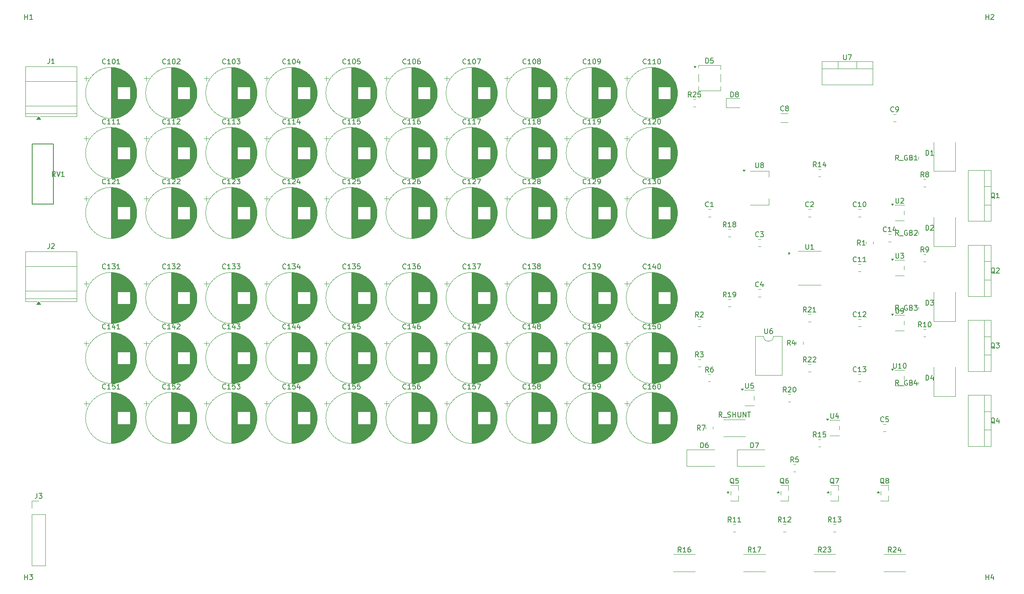
<source format=gto>
%TF.GenerationSoftware,KiCad,Pcbnew,9.0.7*%
%TF.CreationDate,2026-01-19T08:33:36-08:00*%
%TF.ProjectId,softstart,736f6674-7374-4617-9274-2e6b69636164,B*%
%TF.SameCoordinates,Original*%
%TF.FileFunction,Legend,Top*%
%TF.FilePolarity,Positive*%
%FSLAX46Y46*%
G04 Gerber Fmt 4.6, Leading zero omitted, Abs format (unit mm)*
G04 Created by KiCad (PCBNEW 9.0.7) date 2026-01-19 08:33:36*
%MOMM*%
%LPD*%
G01*
G04 APERTURE LIST*
%ADD10C,0.150000*%
%ADD11C,0.120000*%
G04 APERTURE END LIST*
D10*
X188333333Y-82679580D02*
X188285714Y-82727200D01*
X188285714Y-82727200D02*
X188142857Y-82774819D01*
X188142857Y-82774819D02*
X188047619Y-82774819D01*
X188047619Y-82774819D02*
X187904762Y-82727200D01*
X187904762Y-82727200D02*
X187809524Y-82631961D01*
X187809524Y-82631961D02*
X187761905Y-82536723D01*
X187761905Y-82536723D02*
X187714286Y-82346247D01*
X187714286Y-82346247D02*
X187714286Y-82203390D01*
X187714286Y-82203390D02*
X187761905Y-82012914D01*
X187761905Y-82012914D02*
X187809524Y-81917676D01*
X187809524Y-81917676D02*
X187904762Y-81822438D01*
X187904762Y-81822438D02*
X188047619Y-81774819D01*
X188047619Y-81774819D02*
X188142857Y-81774819D01*
X188142857Y-81774819D02*
X188285714Y-81822438D01*
X188285714Y-81822438D02*
X188333333Y-81870057D01*
X189285714Y-82774819D02*
X188714286Y-82774819D01*
X189000000Y-82774819D02*
X189000000Y-81774819D01*
X189000000Y-81774819D02*
X188904762Y-81917676D01*
X188904762Y-81917676D02*
X188809524Y-82012914D01*
X188809524Y-82012914D02*
X188714286Y-82060533D01*
X208333333Y-82679580D02*
X208285714Y-82727200D01*
X208285714Y-82727200D02*
X208142857Y-82774819D01*
X208142857Y-82774819D02*
X208047619Y-82774819D01*
X208047619Y-82774819D02*
X207904762Y-82727200D01*
X207904762Y-82727200D02*
X207809524Y-82631961D01*
X207809524Y-82631961D02*
X207761905Y-82536723D01*
X207761905Y-82536723D02*
X207714286Y-82346247D01*
X207714286Y-82346247D02*
X207714286Y-82203390D01*
X207714286Y-82203390D02*
X207761905Y-82012914D01*
X207761905Y-82012914D02*
X207809524Y-81917676D01*
X207809524Y-81917676D02*
X207904762Y-81822438D01*
X207904762Y-81822438D02*
X208047619Y-81774819D01*
X208047619Y-81774819D02*
X208142857Y-81774819D01*
X208142857Y-81774819D02*
X208285714Y-81822438D01*
X208285714Y-81822438D02*
X208333333Y-81870057D01*
X208714286Y-81870057D02*
X208761905Y-81822438D01*
X208761905Y-81822438D02*
X208857143Y-81774819D01*
X208857143Y-81774819D02*
X209095238Y-81774819D01*
X209095238Y-81774819D02*
X209190476Y-81822438D01*
X209190476Y-81822438D02*
X209238095Y-81870057D01*
X209238095Y-81870057D02*
X209285714Y-81965295D01*
X209285714Y-81965295D02*
X209285714Y-82060533D01*
X209285714Y-82060533D02*
X209238095Y-82203390D01*
X209238095Y-82203390D02*
X208666667Y-82774819D01*
X208666667Y-82774819D02*
X209285714Y-82774819D01*
X198333333Y-88679580D02*
X198285714Y-88727200D01*
X198285714Y-88727200D02*
X198142857Y-88774819D01*
X198142857Y-88774819D02*
X198047619Y-88774819D01*
X198047619Y-88774819D02*
X197904762Y-88727200D01*
X197904762Y-88727200D02*
X197809524Y-88631961D01*
X197809524Y-88631961D02*
X197761905Y-88536723D01*
X197761905Y-88536723D02*
X197714286Y-88346247D01*
X197714286Y-88346247D02*
X197714286Y-88203390D01*
X197714286Y-88203390D02*
X197761905Y-88012914D01*
X197761905Y-88012914D02*
X197809524Y-87917676D01*
X197809524Y-87917676D02*
X197904762Y-87822438D01*
X197904762Y-87822438D02*
X198047619Y-87774819D01*
X198047619Y-87774819D02*
X198142857Y-87774819D01*
X198142857Y-87774819D02*
X198285714Y-87822438D01*
X198285714Y-87822438D02*
X198333333Y-87870057D01*
X198666667Y-87774819D02*
X199285714Y-87774819D01*
X199285714Y-87774819D02*
X198952381Y-88155771D01*
X198952381Y-88155771D02*
X199095238Y-88155771D01*
X199095238Y-88155771D02*
X199190476Y-88203390D01*
X199190476Y-88203390D02*
X199238095Y-88251009D01*
X199238095Y-88251009D02*
X199285714Y-88346247D01*
X199285714Y-88346247D02*
X199285714Y-88584342D01*
X199285714Y-88584342D02*
X199238095Y-88679580D01*
X199238095Y-88679580D02*
X199190476Y-88727200D01*
X199190476Y-88727200D02*
X199095238Y-88774819D01*
X199095238Y-88774819D02*
X198809524Y-88774819D01*
X198809524Y-88774819D02*
X198714286Y-88727200D01*
X198714286Y-88727200D02*
X198666667Y-88679580D01*
X198333333Y-98679580D02*
X198285714Y-98727200D01*
X198285714Y-98727200D02*
X198142857Y-98774819D01*
X198142857Y-98774819D02*
X198047619Y-98774819D01*
X198047619Y-98774819D02*
X197904762Y-98727200D01*
X197904762Y-98727200D02*
X197809524Y-98631961D01*
X197809524Y-98631961D02*
X197761905Y-98536723D01*
X197761905Y-98536723D02*
X197714286Y-98346247D01*
X197714286Y-98346247D02*
X197714286Y-98203390D01*
X197714286Y-98203390D02*
X197761905Y-98012914D01*
X197761905Y-98012914D02*
X197809524Y-97917676D01*
X197809524Y-97917676D02*
X197904762Y-97822438D01*
X197904762Y-97822438D02*
X198047619Y-97774819D01*
X198047619Y-97774819D02*
X198142857Y-97774819D01*
X198142857Y-97774819D02*
X198285714Y-97822438D01*
X198285714Y-97822438D02*
X198333333Y-97870057D01*
X199190476Y-98108152D02*
X199190476Y-98774819D01*
X198952381Y-97727200D02*
X198714286Y-98441485D01*
X198714286Y-98441485D02*
X199333333Y-98441485D01*
X223333333Y-125679580D02*
X223285714Y-125727200D01*
X223285714Y-125727200D02*
X223142857Y-125774819D01*
X223142857Y-125774819D02*
X223047619Y-125774819D01*
X223047619Y-125774819D02*
X222904762Y-125727200D01*
X222904762Y-125727200D02*
X222809524Y-125631961D01*
X222809524Y-125631961D02*
X222761905Y-125536723D01*
X222761905Y-125536723D02*
X222714286Y-125346247D01*
X222714286Y-125346247D02*
X222714286Y-125203390D01*
X222714286Y-125203390D02*
X222761905Y-125012914D01*
X222761905Y-125012914D02*
X222809524Y-124917676D01*
X222809524Y-124917676D02*
X222904762Y-124822438D01*
X222904762Y-124822438D02*
X223047619Y-124774819D01*
X223047619Y-124774819D02*
X223142857Y-124774819D01*
X223142857Y-124774819D02*
X223285714Y-124822438D01*
X223285714Y-124822438D02*
X223333333Y-124870057D01*
X224238095Y-124774819D02*
X223761905Y-124774819D01*
X223761905Y-124774819D02*
X223714286Y-125251009D01*
X223714286Y-125251009D02*
X223761905Y-125203390D01*
X223761905Y-125203390D02*
X223857143Y-125155771D01*
X223857143Y-125155771D02*
X224095238Y-125155771D01*
X224095238Y-125155771D02*
X224190476Y-125203390D01*
X224190476Y-125203390D02*
X224238095Y-125251009D01*
X224238095Y-125251009D02*
X224285714Y-125346247D01*
X224285714Y-125346247D02*
X224285714Y-125584342D01*
X224285714Y-125584342D02*
X224238095Y-125679580D01*
X224238095Y-125679580D02*
X224190476Y-125727200D01*
X224190476Y-125727200D02*
X224095238Y-125774819D01*
X224095238Y-125774819D02*
X223857143Y-125774819D01*
X223857143Y-125774819D02*
X223761905Y-125727200D01*
X223761905Y-125727200D02*
X223714286Y-125679580D01*
X203333333Y-63509580D02*
X203285714Y-63557200D01*
X203285714Y-63557200D02*
X203142857Y-63604819D01*
X203142857Y-63604819D02*
X203047619Y-63604819D01*
X203047619Y-63604819D02*
X202904762Y-63557200D01*
X202904762Y-63557200D02*
X202809524Y-63461961D01*
X202809524Y-63461961D02*
X202761905Y-63366723D01*
X202761905Y-63366723D02*
X202714286Y-63176247D01*
X202714286Y-63176247D02*
X202714286Y-63033390D01*
X202714286Y-63033390D02*
X202761905Y-62842914D01*
X202761905Y-62842914D02*
X202809524Y-62747676D01*
X202809524Y-62747676D02*
X202904762Y-62652438D01*
X202904762Y-62652438D02*
X203047619Y-62604819D01*
X203047619Y-62604819D02*
X203142857Y-62604819D01*
X203142857Y-62604819D02*
X203285714Y-62652438D01*
X203285714Y-62652438D02*
X203333333Y-62700057D01*
X203904762Y-63033390D02*
X203809524Y-62985771D01*
X203809524Y-62985771D02*
X203761905Y-62938152D01*
X203761905Y-62938152D02*
X203714286Y-62842914D01*
X203714286Y-62842914D02*
X203714286Y-62795295D01*
X203714286Y-62795295D02*
X203761905Y-62700057D01*
X203761905Y-62700057D02*
X203809524Y-62652438D01*
X203809524Y-62652438D02*
X203904762Y-62604819D01*
X203904762Y-62604819D02*
X204095238Y-62604819D01*
X204095238Y-62604819D02*
X204190476Y-62652438D01*
X204190476Y-62652438D02*
X204238095Y-62700057D01*
X204238095Y-62700057D02*
X204285714Y-62795295D01*
X204285714Y-62795295D02*
X204285714Y-62842914D01*
X204285714Y-62842914D02*
X204238095Y-62938152D01*
X204238095Y-62938152D02*
X204190476Y-62985771D01*
X204190476Y-62985771D02*
X204095238Y-63033390D01*
X204095238Y-63033390D02*
X203904762Y-63033390D01*
X203904762Y-63033390D02*
X203809524Y-63081009D01*
X203809524Y-63081009D02*
X203761905Y-63128628D01*
X203761905Y-63128628D02*
X203714286Y-63223866D01*
X203714286Y-63223866D02*
X203714286Y-63414342D01*
X203714286Y-63414342D02*
X203761905Y-63509580D01*
X203761905Y-63509580D02*
X203809524Y-63557200D01*
X203809524Y-63557200D02*
X203904762Y-63604819D01*
X203904762Y-63604819D02*
X204095238Y-63604819D01*
X204095238Y-63604819D02*
X204190476Y-63557200D01*
X204190476Y-63557200D02*
X204238095Y-63509580D01*
X204238095Y-63509580D02*
X204285714Y-63414342D01*
X204285714Y-63414342D02*
X204285714Y-63223866D01*
X204285714Y-63223866D02*
X204238095Y-63128628D01*
X204238095Y-63128628D02*
X204190476Y-63081009D01*
X204190476Y-63081009D02*
X204095238Y-63033390D01*
X225333333Y-63679580D02*
X225285714Y-63727200D01*
X225285714Y-63727200D02*
X225142857Y-63774819D01*
X225142857Y-63774819D02*
X225047619Y-63774819D01*
X225047619Y-63774819D02*
X224904762Y-63727200D01*
X224904762Y-63727200D02*
X224809524Y-63631961D01*
X224809524Y-63631961D02*
X224761905Y-63536723D01*
X224761905Y-63536723D02*
X224714286Y-63346247D01*
X224714286Y-63346247D02*
X224714286Y-63203390D01*
X224714286Y-63203390D02*
X224761905Y-63012914D01*
X224761905Y-63012914D02*
X224809524Y-62917676D01*
X224809524Y-62917676D02*
X224904762Y-62822438D01*
X224904762Y-62822438D02*
X225047619Y-62774819D01*
X225047619Y-62774819D02*
X225142857Y-62774819D01*
X225142857Y-62774819D02*
X225285714Y-62822438D01*
X225285714Y-62822438D02*
X225333333Y-62870057D01*
X225809524Y-63774819D02*
X226000000Y-63774819D01*
X226000000Y-63774819D02*
X226095238Y-63727200D01*
X226095238Y-63727200D02*
X226142857Y-63679580D01*
X226142857Y-63679580D02*
X226238095Y-63536723D01*
X226238095Y-63536723D02*
X226285714Y-63346247D01*
X226285714Y-63346247D02*
X226285714Y-62965295D01*
X226285714Y-62965295D02*
X226238095Y-62870057D01*
X226238095Y-62870057D02*
X226190476Y-62822438D01*
X226190476Y-62822438D02*
X226095238Y-62774819D01*
X226095238Y-62774819D02*
X225904762Y-62774819D01*
X225904762Y-62774819D02*
X225809524Y-62822438D01*
X225809524Y-62822438D02*
X225761905Y-62870057D01*
X225761905Y-62870057D02*
X225714286Y-62965295D01*
X225714286Y-62965295D02*
X225714286Y-63203390D01*
X225714286Y-63203390D02*
X225761905Y-63298628D01*
X225761905Y-63298628D02*
X225809524Y-63346247D01*
X225809524Y-63346247D02*
X225904762Y-63393866D01*
X225904762Y-63393866D02*
X226095238Y-63393866D01*
X226095238Y-63393866D02*
X226190476Y-63346247D01*
X226190476Y-63346247D02*
X226238095Y-63298628D01*
X226238095Y-63298628D02*
X226285714Y-63203390D01*
X217857142Y-82679580D02*
X217809523Y-82727200D01*
X217809523Y-82727200D02*
X217666666Y-82774819D01*
X217666666Y-82774819D02*
X217571428Y-82774819D01*
X217571428Y-82774819D02*
X217428571Y-82727200D01*
X217428571Y-82727200D02*
X217333333Y-82631961D01*
X217333333Y-82631961D02*
X217285714Y-82536723D01*
X217285714Y-82536723D02*
X217238095Y-82346247D01*
X217238095Y-82346247D02*
X217238095Y-82203390D01*
X217238095Y-82203390D02*
X217285714Y-82012914D01*
X217285714Y-82012914D02*
X217333333Y-81917676D01*
X217333333Y-81917676D02*
X217428571Y-81822438D01*
X217428571Y-81822438D02*
X217571428Y-81774819D01*
X217571428Y-81774819D02*
X217666666Y-81774819D01*
X217666666Y-81774819D02*
X217809523Y-81822438D01*
X217809523Y-81822438D02*
X217857142Y-81870057D01*
X218809523Y-82774819D02*
X218238095Y-82774819D01*
X218523809Y-82774819D02*
X218523809Y-81774819D01*
X218523809Y-81774819D02*
X218428571Y-81917676D01*
X218428571Y-81917676D02*
X218333333Y-82012914D01*
X218333333Y-82012914D02*
X218238095Y-82060533D01*
X219428571Y-81774819D02*
X219523809Y-81774819D01*
X219523809Y-81774819D02*
X219619047Y-81822438D01*
X219619047Y-81822438D02*
X219666666Y-81870057D01*
X219666666Y-81870057D02*
X219714285Y-81965295D01*
X219714285Y-81965295D02*
X219761904Y-82155771D01*
X219761904Y-82155771D02*
X219761904Y-82393866D01*
X219761904Y-82393866D02*
X219714285Y-82584342D01*
X219714285Y-82584342D02*
X219666666Y-82679580D01*
X219666666Y-82679580D02*
X219619047Y-82727200D01*
X219619047Y-82727200D02*
X219523809Y-82774819D01*
X219523809Y-82774819D02*
X219428571Y-82774819D01*
X219428571Y-82774819D02*
X219333333Y-82727200D01*
X219333333Y-82727200D02*
X219285714Y-82679580D01*
X219285714Y-82679580D02*
X219238095Y-82584342D01*
X219238095Y-82584342D02*
X219190476Y-82393866D01*
X219190476Y-82393866D02*
X219190476Y-82155771D01*
X219190476Y-82155771D02*
X219238095Y-81965295D01*
X219238095Y-81965295D02*
X219285714Y-81870057D01*
X219285714Y-81870057D02*
X219333333Y-81822438D01*
X219333333Y-81822438D02*
X219428571Y-81774819D01*
X217857142Y-93679580D02*
X217809523Y-93727200D01*
X217809523Y-93727200D02*
X217666666Y-93774819D01*
X217666666Y-93774819D02*
X217571428Y-93774819D01*
X217571428Y-93774819D02*
X217428571Y-93727200D01*
X217428571Y-93727200D02*
X217333333Y-93631961D01*
X217333333Y-93631961D02*
X217285714Y-93536723D01*
X217285714Y-93536723D02*
X217238095Y-93346247D01*
X217238095Y-93346247D02*
X217238095Y-93203390D01*
X217238095Y-93203390D02*
X217285714Y-93012914D01*
X217285714Y-93012914D02*
X217333333Y-92917676D01*
X217333333Y-92917676D02*
X217428571Y-92822438D01*
X217428571Y-92822438D02*
X217571428Y-92774819D01*
X217571428Y-92774819D02*
X217666666Y-92774819D01*
X217666666Y-92774819D02*
X217809523Y-92822438D01*
X217809523Y-92822438D02*
X217857142Y-92870057D01*
X218809523Y-93774819D02*
X218238095Y-93774819D01*
X218523809Y-93774819D02*
X218523809Y-92774819D01*
X218523809Y-92774819D02*
X218428571Y-92917676D01*
X218428571Y-92917676D02*
X218333333Y-93012914D01*
X218333333Y-93012914D02*
X218238095Y-93060533D01*
X219761904Y-93774819D02*
X219190476Y-93774819D01*
X219476190Y-93774819D02*
X219476190Y-92774819D01*
X219476190Y-92774819D02*
X219380952Y-92917676D01*
X219380952Y-92917676D02*
X219285714Y-93012914D01*
X219285714Y-93012914D02*
X219190476Y-93060533D01*
X217857142Y-104679580D02*
X217809523Y-104727200D01*
X217809523Y-104727200D02*
X217666666Y-104774819D01*
X217666666Y-104774819D02*
X217571428Y-104774819D01*
X217571428Y-104774819D02*
X217428571Y-104727200D01*
X217428571Y-104727200D02*
X217333333Y-104631961D01*
X217333333Y-104631961D02*
X217285714Y-104536723D01*
X217285714Y-104536723D02*
X217238095Y-104346247D01*
X217238095Y-104346247D02*
X217238095Y-104203390D01*
X217238095Y-104203390D02*
X217285714Y-104012914D01*
X217285714Y-104012914D02*
X217333333Y-103917676D01*
X217333333Y-103917676D02*
X217428571Y-103822438D01*
X217428571Y-103822438D02*
X217571428Y-103774819D01*
X217571428Y-103774819D02*
X217666666Y-103774819D01*
X217666666Y-103774819D02*
X217809523Y-103822438D01*
X217809523Y-103822438D02*
X217857142Y-103870057D01*
X218809523Y-104774819D02*
X218238095Y-104774819D01*
X218523809Y-104774819D02*
X218523809Y-103774819D01*
X218523809Y-103774819D02*
X218428571Y-103917676D01*
X218428571Y-103917676D02*
X218333333Y-104012914D01*
X218333333Y-104012914D02*
X218238095Y-104060533D01*
X219190476Y-103870057D02*
X219238095Y-103822438D01*
X219238095Y-103822438D02*
X219333333Y-103774819D01*
X219333333Y-103774819D02*
X219571428Y-103774819D01*
X219571428Y-103774819D02*
X219666666Y-103822438D01*
X219666666Y-103822438D02*
X219714285Y-103870057D01*
X219714285Y-103870057D02*
X219761904Y-103965295D01*
X219761904Y-103965295D02*
X219761904Y-104060533D01*
X219761904Y-104060533D02*
X219714285Y-104203390D01*
X219714285Y-104203390D02*
X219142857Y-104774819D01*
X219142857Y-104774819D02*
X219761904Y-104774819D01*
X217857142Y-115679580D02*
X217809523Y-115727200D01*
X217809523Y-115727200D02*
X217666666Y-115774819D01*
X217666666Y-115774819D02*
X217571428Y-115774819D01*
X217571428Y-115774819D02*
X217428571Y-115727200D01*
X217428571Y-115727200D02*
X217333333Y-115631961D01*
X217333333Y-115631961D02*
X217285714Y-115536723D01*
X217285714Y-115536723D02*
X217238095Y-115346247D01*
X217238095Y-115346247D02*
X217238095Y-115203390D01*
X217238095Y-115203390D02*
X217285714Y-115012914D01*
X217285714Y-115012914D02*
X217333333Y-114917676D01*
X217333333Y-114917676D02*
X217428571Y-114822438D01*
X217428571Y-114822438D02*
X217571428Y-114774819D01*
X217571428Y-114774819D02*
X217666666Y-114774819D01*
X217666666Y-114774819D02*
X217809523Y-114822438D01*
X217809523Y-114822438D02*
X217857142Y-114870057D01*
X218809523Y-115774819D02*
X218238095Y-115774819D01*
X218523809Y-115774819D02*
X218523809Y-114774819D01*
X218523809Y-114774819D02*
X218428571Y-114917676D01*
X218428571Y-114917676D02*
X218333333Y-115012914D01*
X218333333Y-115012914D02*
X218238095Y-115060533D01*
X219142857Y-114774819D02*
X219761904Y-114774819D01*
X219761904Y-114774819D02*
X219428571Y-115155771D01*
X219428571Y-115155771D02*
X219571428Y-115155771D01*
X219571428Y-115155771D02*
X219666666Y-115203390D01*
X219666666Y-115203390D02*
X219714285Y-115251009D01*
X219714285Y-115251009D02*
X219761904Y-115346247D01*
X219761904Y-115346247D02*
X219761904Y-115584342D01*
X219761904Y-115584342D02*
X219714285Y-115679580D01*
X219714285Y-115679580D02*
X219666666Y-115727200D01*
X219666666Y-115727200D02*
X219571428Y-115774819D01*
X219571428Y-115774819D02*
X219285714Y-115774819D01*
X219285714Y-115774819D02*
X219190476Y-115727200D01*
X219190476Y-115727200D02*
X219142857Y-115679580D01*
X223857142Y-87679580D02*
X223809523Y-87727200D01*
X223809523Y-87727200D02*
X223666666Y-87774819D01*
X223666666Y-87774819D02*
X223571428Y-87774819D01*
X223571428Y-87774819D02*
X223428571Y-87727200D01*
X223428571Y-87727200D02*
X223333333Y-87631961D01*
X223333333Y-87631961D02*
X223285714Y-87536723D01*
X223285714Y-87536723D02*
X223238095Y-87346247D01*
X223238095Y-87346247D02*
X223238095Y-87203390D01*
X223238095Y-87203390D02*
X223285714Y-87012914D01*
X223285714Y-87012914D02*
X223333333Y-86917676D01*
X223333333Y-86917676D02*
X223428571Y-86822438D01*
X223428571Y-86822438D02*
X223571428Y-86774819D01*
X223571428Y-86774819D02*
X223666666Y-86774819D01*
X223666666Y-86774819D02*
X223809523Y-86822438D01*
X223809523Y-86822438D02*
X223857142Y-86870057D01*
X224809523Y-87774819D02*
X224238095Y-87774819D01*
X224523809Y-87774819D02*
X224523809Y-86774819D01*
X224523809Y-86774819D02*
X224428571Y-86917676D01*
X224428571Y-86917676D02*
X224333333Y-87012914D01*
X224333333Y-87012914D02*
X224238095Y-87060533D01*
X225666666Y-87108152D02*
X225666666Y-87774819D01*
X225428571Y-86727200D02*
X225190476Y-87441485D01*
X225190476Y-87441485D02*
X225809523Y-87441485D01*
X67880952Y-54109580D02*
X67833333Y-54157200D01*
X67833333Y-54157200D02*
X67690476Y-54204819D01*
X67690476Y-54204819D02*
X67595238Y-54204819D01*
X67595238Y-54204819D02*
X67452381Y-54157200D01*
X67452381Y-54157200D02*
X67357143Y-54061961D01*
X67357143Y-54061961D02*
X67309524Y-53966723D01*
X67309524Y-53966723D02*
X67261905Y-53776247D01*
X67261905Y-53776247D02*
X67261905Y-53633390D01*
X67261905Y-53633390D02*
X67309524Y-53442914D01*
X67309524Y-53442914D02*
X67357143Y-53347676D01*
X67357143Y-53347676D02*
X67452381Y-53252438D01*
X67452381Y-53252438D02*
X67595238Y-53204819D01*
X67595238Y-53204819D02*
X67690476Y-53204819D01*
X67690476Y-53204819D02*
X67833333Y-53252438D01*
X67833333Y-53252438D02*
X67880952Y-53300057D01*
X68833333Y-54204819D02*
X68261905Y-54204819D01*
X68547619Y-54204819D02*
X68547619Y-53204819D01*
X68547619Y-53204819D02*
X68452381Y-53347676D01*
X68452381Y-53347676D02*
X68357143Y-53442914D01*
X68357143Y-53442914D02*
X68261905Y-53490533D01*
X69452381Y-53204819D02*
X69547619Y-53204819D01*
X69547619Y-53204819D02*
X69642857Y-53252438D01*
X69642857Y-53252438D02*
X69690476Y-53300057D01*
X69690476Y-53300057D02*
X69738095Y-53395295D01*
X69738095Y-53395295D02*
X69785714Y-53585771D01*
X69785714Y-53585771D02*
X69785714Y-53823866D01*
X69785714Y-53823866D02*
X69738095Y-54014342D01*
X69738095Y-54014342D02*
X69690476Y-54109580D01*
X69690476Y-54109580D02*
X69642857Y-54157200D01*
X69642857Y-54157200D02*
X69547619Y-54204819D01*
X69547619Y-54204819D02*
X69452381Y-54204819D01*
X69452381Y-54204819D02*
X69357143Y-54157200D01*
X69357143Y-54157200D02*
X69309524Y-54109580D01*
X69309524Y-54109580D02*
X69261905Y-54014342D01*
X69261905Y-54014342D02*
X69214286Y-53823866D01*
X69214286Y-53823866D02*
X69214286Y-53585771D01*
X69214286Y-53585771D02*
X69261905Y-53395295D01*
X69261905Y-53395295D02*
X69309524Y-53300057D01*
X69309524Y-53300057D02*
X69357143Y-53252438D01*
X69357143Y-53252438D02*
X69452381Y-53204819D01*
X70738095Y-54204819D02*
X70166667Y-54204819D01*
X70452381Y-54204819D02*
X70452381Y-53204819D01*
X70452381Y-53204819D02*
X70357143Y-53347676D01*
X70357143Y-53347676D02*
X70261905Y-53442914D01*
X70261905Y-53442914D02*
X70166667Y-53490533D01*
X79880952Y-54109580D02*
X79833333Y-54157200D01*
X79833333Y-54157200D02*
X79690476Y-54204819D01*
X79690476Y-54204819D02*
X79595238Y-54204819D01*
X79595238Y-54204819D02*
X79452381Y-54157200D01*
X79452381Y-54157200D02*
X79357143Y-54061961D01*
X79357143Y-54061961D02*
X79309524Y-53966723D01*
X79309524Y-53966723D02*
X79261905Y-53776247D01*
X79261905Y-53776247D02*
X79261905Y-53633390D01*
X79261905Y-53633390D02*
X79309524Y-53442914D01*
X79309524Y-53442914D02*
X79357143Y-53347676D01*
X79357143Y-53347676D02*
X79452381Y-53252438D01*
X79452381Y-53252438D02*
X79595238Y-53204819D01*
X79595238Y-53204819D02*
X79690476Y-53204819D01*
X79690476Y-53204819D02*
X79833333Y-53252438D01*
X79833333Y-53252438D02*
X79880952Y-53300057D01*
X80833333Y-54204819D02*
X80261905Y-54204819D01*
X80547619Y-54204819D02*
X80547619Y-53204819D01*
X80547619Y-53204819D02*
X80452381Y-53347676D01*
X80452381Y-53347676D02*
X80357143Y-53442914D01*
X80357143Y-53442914D02*
X80261905Y-53490533D01*
X81452381Y-53204819D02*
X81547619Y-53204819D01*
X81547619Y-53204819D02*
X81642857Y-53252438D01*
X81642857Y-53252438D02*
X81690476Y-53300057D01*
X81690476Y-53300057D02*
X81738095Y-53395295D01*
X81738095Y-53395295D02*
X81785714Y-53585771D01*
X81785714Y-53585771D02*
X81785714Y-53823866D01*
X81785714Y-53823866D02*
X81738095Y-54014342D01*
X81738095Y-54014342D02*
X81690476Y-54109580D01*
X81690476Y-54109580D02*
X81642857Y-54157200D01*
X81642857Y-54157200D02*
X81547619Y-54204819D01*
X81547619Y-54204819D02*
X81452381Y-54204819D01*
X81452381Y-54204819D02*
X81357143Y-54157200D01*
X81357143Y-54157200D02*
X81309524Y-54109580D01*
X81309524Y-54109580D02*
X81261905Y-54014342D01*
X81261905Y-54014342D02*
X81214286Y-53823866D01*
X81214286Y-53823866D02*
X81214286Y-53585771D01*
X81214286Y-53585771D02*
X81261905Y-53395295D01*
X81261905Y-53395295D02*
X81309524Y-53300057D01*
X81309524Y-53300057D02*
X81357143Y-53252438D01*
X81357143Y-53252438D02*
X81452381Y-53204819D01*
X82166667Y-53300057D02*
X82214286Y-53252438D01*
X82214286Y-53252438D02*
X82309524Y-53204819D01*
X82309524Y-53204819D02*
X82547619Y-53204819D01*
X82547619Y-53204819D02*
X82642857Y-53252438D01*
X82642857Y-53252438D02*
X82690476Y-53300057D01*
X82690476Y-53300057D02*
X82738095Y-53395295D01*
X82738095Y-53395295D02*
X82738095Y-53490533D01*
X82738095Y-53490533D02*
X82690476Y-53633390D01*
X82690476Y-53633390D02*
X82119048Y-54204819D01*
X82119048Y-54204819D02*
X82738095Y-54204819D01*
X91880952Y-54109580D02*
X91833333Y-54157200D01*
X91833333Y-54157200D02*
X91690476Y-54204819D01*
X91690476Y-54204819D02*
X91595238Y-54204819D01*
X91595238Y-54204819D02*
X91452381Y-54157200D01*
X91452381Y-54157200D02*
X91357143Y-54061961D01*
X91357143Y-54061961D02*
X91309524Y-53966723D01*
X91309524Y-53966723D02*
X91261905Y-53776247D01*
X91261905Y-53776247D02*
X91261905Y-53633390D01*
X91261905Y-53633390D02*
X91309524Y-53442914D01*
X91309524Y-53442914D02*
X91357143Y-53347676D01*
X91357143Y-53347676D02*
X91452381Y-53252438D01*
X91452381Y-53252438D02*
X91595238Y-53204819D01*
X91595238Y-53204819D02*
X91690476Y-53204819D01*
X91690476Y-53204819D02*
X91833333Y-53252438D01*
X91833333Y-53252438D02*
X91880952Y-53300057D01*
X92833333Y-54204819D02*
X92261905Y-54204819D01*
X92547619Y-54204819D02*
X92547619Y-53204819D01*
X92547619Y-53204819D02*
X92452381Y-53347676D01*
X92452381Y-53347676D02*
X92357143Y-53442914D01*
X92357143Y-53442914D02*
X92261905Y-53490533D01*
X93452381Y-53204819D02*
X93547619Y-53204819D01*
X93547619Y-53204819D02*
X93642857Y-53252438D01*
X93642857Y-53252438D02*
X93690476Y-53300057D01*
X93690476Y-53300057D02*
X93738095Y-53395295D01*
X93738095Y-53395295D02*
X93785714Y-53585771D01*
X93785714Y-53585771D02*
X93785714Y-53823866D01*
X93785714Y-53823866D02*
X93738095Y-54014342D01*
X93738095Y-54014342D02*
X93690476Y-54109580D01*
X93690476Y-54109580D02*
X93642857Y-54157200D01*
X93642857Y-54157200D02*
X93547619Y-54204819D01*
X93547619Y-54204819D02*
X93452381Y-54204819D01*
X93452381Y-54204819D02*
X93357143Y-54157200D01*
X93357143Y-54157200D02*
X93309524Y-54109580D01*
X93309524Y-54109580D02*
X93261905Y-54014342D01*
X93261905Y-54014342D02*
X93214286Y-53823866D01*
X93214286Y-53823866D02*
X93214286Y-53585771D01*
X93214286Y-53585771D02*
X93261905Y-53395295D01*
X93261905Y-53395295D02*
X93309524Y-53300057D01*
X93309524Y-53300057D02*
X93357143Y-53252438D01*
X93357143Y-53252438D02*
X93452381Y-53204819D01*
X94119048Y-53204819D02*
X94738095Y-53204819D01*
X94738095Y-53204819D02*
X94404762Y-53585771D01*
X94404762Y-53585771D02*
X94547619Y-53585771D01*
X94547619Y-53585771D02*
X94642857Y-53633390D01*
X94642857Y-53633390D02*
X94690476Y-53681009D01*
X94690476Y-53681009D02*
X94738095Y-53776247D01*
X94738095Y-53776247D02*
X94738095Y-54014342D01*
X94738095Y-54014342D02*
X94690476Y-54109580D01*
X94690476Y-54109580D02*
X94642857Y-54157200D01*
X94642857Y-54157200D02*
X94547619Y-54204819D01*
X94547619Y-54204819D02*
X94261905Y-54204819D01*
X94261905Y-54204819D02*
X94166667Y-54157200D01*
X94166667Y-54157200D02*
X94119048Y-54109580D01*
X103880952Y-54109580D02*
X103833333Y-54157200D01*
X103833333Y-54157200D02*
X103690476Y-54204819D01*
X103690476Y-54204819D02*
X103595238Y-54204819D01*
X103595238Y-54204819D02*
X103452381Y-54157200D01*
X103452381Y-54157200D02*
X103357143Y-54061961D01*
X103357143Y-54061961D02*
X103309524Y-53966723D01*
X103309524Y-53966723D02*
X103261905Y-53776247D01*
X103261905Y-53776247D02*
X103261905Y-53633390D01*
X103261905Y-53633390D02*
X103309524Y-53442914D01*
X103309524Y-53442914D02*
X103357143Y-53347676D01*
X103357143Y-53347676D02*
X103452381Y-53252438D01*
X103452381Y-53252438D02*
X103595238Y-53204819D01*
X103595238Y-53204819D02*
X103690476Y-53204819D01*
X103690476Y-53204819D02*
X103833333Y-53252438D01*
X103833333Y-53252438D02*
X103880952Y-53300057D01*
X104833333Y-54204819D02*
X104261905Y-54204819D01*
X104547619Y-54204819D02*
X104547619Y-53204819D01*
X104547619Y-53204819D02*
X104452381Y-53347676D01*
X104452381Y-53347676D02*
X104357143Y-53442914D01*
X104357143Y-53442914D02*
X104261905Y-53490533D01*
X105452381Y-53204819D02*
X105547619Y-53204819D01*
X105547619Y-53204819D02*
X105642857Y-53252438D01*
X105642857Y-53252438D02*
X105690476Y-53300057D01*
X105690476Y-53300057D02*
X105738095Y-53395295D01*
X105738095Y-53395295D02*
X105785714Y-53585771D01*
X105785714Y-53585771D02*
X105785714Y-53823866D01*
X105785714Y-53823866D02*
X105738095Y-54014342D01*
X105738095Y-54014342D02*
X105690476Y-54109580D01*
X105690476Y-54109580D02*
X105642857Y-54157200D01*
X105642857Y-54157200D02*
X105547619Y-54204819D01*
X105547619Y-54204819D02*
X105452381Y-54204819D01*
X105452381Y-54204819D02*
X105357143Y-54157200D01*
X105357143Y-54157200D02*
X105309524Y-54109580D01*
X105309524Y-54109580D02*
X105261905Y-54014342D01*
X105261905Y-54014342D02*
X105214286Y-53823866D01*
X105214286Y-53823866D02*
X105214286Y-53585771D01*
X105214286Y-53585771D02*
X105261905Y-53395295D01*
X105261905Y-53395295D02*
X105309524Y-53300057D01*
X105309524Y-53300057D02*
X105357143Y-53252438D01*
X105357143Y-53252438D02*
X105452381Y-53204819D01*
X106642857Y-53538152D02*
X106642857Y-54204819D01*
X106404762Y-53157200D02*
X106166667Y-53871485D01*
X106166667Y-53871485D02*
X106785714Y-53871485D01*
X115880952Y-54109580D02*
X115833333Y-54157200D01*
X115833333Y-54157200D02*
X115690476Y-54204819D01*
X115690476Y-54204819D02*
X115595238Y-54204819D01*
X115595238Y-54204819D02*
X115452381Y-54157200D01*
X115452381Y-54157200D02*
X115357143Y-54061961D01*
X115357143Y-54061961D02*
X115309524Y-53966723D01*
X115309524Y-53966723D02*
X115261905Y-53776247D01*
X115261905Y-53776247D02*
X115261905Y-53633390D01*
X115261905Y-53633390D02*
X115309524Y-53442914D01*
X115309524Y-53442914D02*
X115357143Y-53347676D01*
X115357143Y-53347676D02*
X115452381Y-53252438D01*
X115452381Y-53252438D02*
X115595238Y-53204819D01*
X115595238Y-53204819D02*
X115690476Y-53204819D01*
X115690476Y-53204819D02*
X115833333Y-53252438D01*
X115833333Y-53252438D02*
X115880952Y-53300057D01*
X116833333Y-54204819D02*
X116261905Y-54204819D01*
X116547619Y-54204819D02*
X116547619Y-53204819D01*
X116547619Y-53204819D02*
X116452381Y-53347676D01*
X116452381Y-53347676D02*
X116357143Y-53442914D01*
X116357143Y-53442914D02*
X116261905Y-53490533D01*
X117452381Y-53204819D02*
X117547619Y-53204819D01*
X117547619Y-53204819D02*
X117642857Y-53252438D01*
X117642857Y-53252438D02*
X117690476Y-53300057D01*
X117690476Y-53300057D02*
X117738095Y-53395295D01*
X117738095Y-53395295D02*
X117785714Y-53585771D01*
X117785714Y-53585771D02*
X117785714Y-53823866D01*
X117785714Y-53823866D02*
X117738095Y-54014342D01*
X117738095Y-54014342D02*
X117690476Y-54109580D01*
X117690476Y-54109580D02*
X117642857Y-54157200D01*
X117642857Y-54157200D02*
X117547619Y-54204819D01*
X117547619Y-54204819D02*
X117452381Y-54204819D01*
X117452381Y-54204819D02*
X117357143Y-54157200D01*
X117357143Y-54157200D02*
X117309524Y-54109580D01*
X117309524Y-54109580D02*
X117261905Y-54014342D01*
X117261905Y-54014342D02*
X117214286Y-53823866D01*
X117214286Y-53823866D02*
X117214286Y-53585771D01*
X117214286Y-53585771D02*
X117261905Y-53395295D01*
X117261905Y-53395295D02*
X117309524Y-53300057D01*
X117309524Y-53300057D02*
X117357143Y-53252438D01*
X117357143Y-53252438D02*
X117452381Y-53204819D01*
X118690476Y-53204819D02*
X118214286Y-53204819D01*
X118214286Y-53204819D02*
X118166667Y-53681009D01*
X118166667Y-53681009D02*
X118214286Y-53633390D01*
X118214286Y-53633390D02*
X118309524Y-53585771D01*
X118309524Y-53585771D02*
X118547619Y-53585771D01*
X118547619Y-53585771D02*
X118642857Y-53633390D01*
X118642857Y-53633390D02*
X118690476Y-53681009D01*
X118690476Y-53681009D02*
X118738095Y-53776247D01*
X118738095Y-53776247D02*
X118738095Y-54014342D01*
X118738095Y-54014342D02*
X118690476Y-54109580D01*
X118690476Y-54109580D02*
X118642857Y-54157200D01*
X118642857Y-54157200D02*
X118547619Y-54204819D01*
X118547619Y-54204819D02*
X118309524Y-54204819D01*
X118309524Y-54204819D02*
X118214286Y-54157200D01*
X118214286Y-54157200D02*
X118166667Y-54109580D01*
X127880952Y-54109580D02*
X127833333Y-54157200D01*
X127833333Y-54157200D02*
X127690476Y-54204819D01*
X127690476Y-54204819D02*
X127595238Y-54204819D01*
X127595238Y-54204819D02*
X127452381Y-54157200D01*
X127452381Y-54157200D02*
X127357143Y-54061961D01*
X127357143Y-54061961D02*
X127309524Y-53966723D01*
X127309524Y-53966723D02*
X127261905Y-53776247D01*
X127261905Y-53776247D02*
X127261905Y-53633390D01*
X127261905Y-53633390D02*
X127309524Y-53442914D01*
X127309524Y-53442914D02*
X127357143Y-53347676D01*
X127357143Y-53347676D02*
X127452381Y-53252438D01*
X127452381Y-53252438D02*
X127595238Y-53204819D01*
X127595238Y-53204819D02*
X127690476Y-53204819D01*
X127690476Y-53204819D02*
X127833333Y-53252438D01*
X127833333Y-53252438D02*
X127880952Y-53300057D01*
X128833333Y-54204819D02*
X128261905Y-54204819D01*
X128547619Y-54204819D02*
X128547619Y-53204819D01*
X128547619Y-53204819D02*
X128452381Y-53347676D01*
X128452381Y-53347676D02*
X128357143Y-53442914D01*
X128357143Y-53442914D02*
X128261905Y-53490533D01*
X129452381Y-53204819D02*
X129547619Y-53204819D01*
X129547619Y-53204819D02*
X129642857Y-53252438D01*
X129642857Y-53252438D02*
X129690476Y-53300057D01*
X129690476Y-53300057D02*
X129738095Y-53395295D01*
X129738095Y-53395295D02*
X129785714Y-53585771D01*
X129785714Y-53585771D02*
X129785714Y-53823866D01*
X129785714Y-53823866D02*
X129738095Y-54014342D01*
X129738095Y-54014342D02*
X129690476Y-54109580D01*
X129690476Y-54109580D02*
X129642857Y-54157200D01*
X129642857Y-54157200D02*
X129547619Y-54204819D01*
X129547619Y-54204819D02*
X129452381Y-54204819D01*
X129452381Y-54204819D02*
X129357143Y-54157200D01*
X129357143Y-54157200D02*
X129309524Y-54109580D01*
X129309524Y-54109580D02*
X129261905Y-54014342D01*
X129261905Y-54014342D02*
X129214286Y-53823866D01*
X129214286Y-53823866D02*
X129214286Y-53585771D01*
X129214286Y-53585771D02*
X129261905Y-53395295D01*
X129261905Y-53395295D02*
X129309524Y-53300057D01*
X129309524Y-53300057D02*
X129357143Y-53252438D01*
X129357143Y-53252438D02*
X129452381Y-53204819D01*
X130642857Y-53204819D02*
X130452381Y-53204819D01*
X130452381Y-53204819D02*
X130357143Y-53252438D01*
X130357143Y-53252438D02*
X130309524Y-53300057D01*
X130309524Y-53300057D02*
X130214286Y-53442914D01*
X130214286Y-53442914D02*
X130166667Y-53633390D01*
X130166667Y-53633390D02*
X130166667Y-54014342D01*
X130166667Y-54014342D02*
X130214286Y-54109580D01*
X130214286Y-54109580D02*
X130261905Y-54157200D01*
X130261905Y-54157200D02*
X130357143Y-54204819D01*
X130357143Y-54204819D02*
X130547619Y-54204819D01*
X130547619Y-54204819D02*
X130642857Y-54157200D01*
X130642857Y-54157200D02*
X130690476Y-54109580D01*
X130690476Y-54109580D02*
X130738095Y-54014342D01*
X130738095Y-54014342D02*
X130738095Y-53776247D01*
X130738095Y-53776247D02*
X130690476Y-53681009D01*
X130690476Y-53681009D02*
X130642857Y-53633390D01*
X130642857Y-53633390D02*
X130547619Y-53585771D01*
X130547619Y-53585771D02*
X130357143Y-53585771D01*
X130357143Y-53585771D02*
X130261905Y-53633390D01*
X130261905Y-53633390D02*
X130214286Y-53681009D01*
X130214286Y-53681009D02*
X130166667Y-53776247D01*
X139880952Y-54109580D02*
X139833333Y-54157200D01*
X139833333Y-54157200D02*
X139690476Y-54204819D01*
X139690476Y-54204819D02*
X139595238Y-54204819D01*
X139595238Y-54204819D02*
X139452381Y-54157200D01*
X139452381Y-54157200D02*
X139357143Y-54061961D01*
X139357143Y-54061961D02*
X139309524Y-53966723D01*
X139309524Y-53966723D02*
X139261905Y-53776247D01*
X139261905Y-53776247D02*
X139261905Y-53633390D01*
X139261905Y-53633390D02*
X139309524Y-53442914D01*
X139309524Y-53442914D02*
X139357143Y-53347676D01*
X139357143Y-53347676D02*
X139452381Y-53252438D01*
X139452381Y-53252438D02*
X139595238Y-53204819D01*
X139595238Y-53204819D02*
X139690476Y-53204819D01*
X139690476Y-53204819D02*
X139833333Y-53252438D01*
X139833333Y-53252438D02*
X139880952Y-53300057D01*
X140833333Y-54204819D02*
X140261905Y-54204819D01*
X140547619Y-54204819D02*
X140547619Y-53204819D01*
X140547619Y-53204819D02*
X140452381Y-53347676D01*
X140452381Y-53347676D02*
X140357143Y-53442914D01*
X140357143Y-53442914D02*
X140261905Y-53490533D01*
X141452381Y-53204819D02*
X141547619Y-53204819D01*
X141547619Y-53204819D02*
X141642857Y-53252438D01*
X141642857Y-53252438D02*
X141690476Y-53300057D01*
X141690476Y-53300057D02*
X141738095Y-53395295D01*
X141738095Y-53395295D02*
X141785714Y-53585771D01*
X141785714Y-53585771D02*
X141785714Y-53823866D01*
X141785714Y-53823866D02*
X141738095Y-54014342D01*
X141738095Y-54014342D02*
X141690476Y-54109580D01*
X141690476Y-54109580D02*
X141642857Y-54157200D01*
X141642857Y-54157200D02*
X141547619Y-54204819D01*
X141547619Y-54204819D02*
X141452381Y-54204819D01*
X141452381Y-54204819D02*
X141357143Y-54157200D01*
X141357143Y-54157200D02*
X141309524Y-54109580D01*
X141309524Y-54109580D02*
X141261905Y-54014342D01*
X141261905Y-54014342D02*
X141214286Y-53823866D01*
X141214286Y-53823866D02*
X141214286Y-53585771D01*
X141214286Y-53585771D02*
X141261905Y-53395295D01*
X141261905Y-53395295D02*
X141309524Y-53300057D01*
X141309524Y-53300057D02*
X141357143Y-53252438D01*
X141357143Y-53252438D02*
X141452381Y-53204819D01*
X142119048Y-53204819D02*
X142785714Y-53204819D01*
X142785714Y-53204819D02*
X142357143Y-54204819D01*
X151880952Y-54109580D02*
X151833333Y-54157200D01*
X151833333Y-54157200D02*
X151690476Y-54204819D01*
X151690476Y-54204819D02*
X151595238Y-54204819D01*
X151595238Y-54204819D02*
X151452381Y-54157200D01*
X151452381Y-54157200D02*
X151357143Y-54061961D01*
X151357143Y-54061961D02*
X151309524Y-53966723D01*
X151309524Y-53966723D02*
X151261905Y-53776247D01*
X151261905Y-53776247D02*
X151261905Y-53633390D01*
X151261905Y-53633390D02*
X151309524Y-53442914D01*
X151309524Y-53442914D02*
X151357143Y-53347676D01*
X151357143Y-53347676D02*
X151452381Y-53252438D01*
X151452381Y-53252438D02*
X151595238Y-53204819D01*
X151595238Y-53204819D02*
X151690476Y-53204819D01*
X151690476Y-53204819D02*
X151833333Y-53252438D01*
X151833333Y-53252438D02*
X151880952Y-53300057D01*
X152833333Y-54204819D02*
X152261905Y-54204819D01*
X152547619Y-54204819D02*
X152547619Y-53204819D01*
X152547619Y-53204819D02*
X152452381Y-53347676D01*
X152452381Y-53347676D02*
X152357143Y-53442914D01*
X152357143Y-53442914D02*
X152261905Y-53490533D01*
X153452381Y-53204819D02*
X153547619Y-53204819D01*
X153547619Y-53204819D02*
X153642857Y-53252438D01*
X153642857Y-53252438D02*
X153690476Y-53300057D01*
X153690476Y-53300057D02*
X153738095Y-53395295D01*
X153738095Y-53395295D02*
X153785714Y-53585771D01*
X153785714Y-53585771D02*
X153785714Y-53823866D01*
X153785714Y-53823866D02*
X153738095Y-54014342D01*
X153738095Y-54014342D02*
X153690476Y-54109580D01*
X153690476Y-54109580D02*
X153642857Y-54157200D01*
X153642857Y-54157200D02*
X153547619Y-54204819D01*
X153547619Y-54204819D02*
X153452381Y-54204819D01*
X153452381Y-54204819D02*
X153357143Y-54157200D01*
X153357143Y-54157200D02*
X153309524Y-54109580D01*
X153309524Y-54109580D02*
X153261905Y-54014342D01*
X153261905Y-54014342D02*
X153214286Y-53823866D01*
X153214286Y-53823866D02*
X153214286Y-53585771D01*
X153214286Y-53585771D02*
X153261905Y-53395295D01*
X153261905Y-53395295D02*
X153309524Y-53300057D01*
X153309524Y-53300057D02*
X153357143Y-53252438D01*
X153357143Y-53252438D02*
X153452381Y-53204819D01*
X154357143Y-53633390D02*
X154261905Y-53585771D01*
X154261905Y-53585771D02*
X154214286Y-53538152D01*
X154214286Y-53538152D02*
X154166667Y-53442914D01*
X154166667Y-53442914D02*
X154166667Y-53395295D01*
X154166667Y-53395295D02*
X154214286Y-53300057D01*
X154214286Y-53300057D02*
X154261905Y-53252438D01*
X154261905Y-53252438D02*
X154357143Y-53204819D01*
X154357143Y-53204819D02*
X154547619Y-53204819D01*
X154547619Y-53204819D02*
X154642857Y-53252438D01*
X154642857Y-53252438D02*
X154690476Y-53300057D01*
X154690476Y-53300057D02*
X154738095Y-53395295D01*
X154738095Y-53395295D02*
X154738095Y-53442914D01*
X154738095Y-53442914D02*
X154690476Y-53538152D01*
X154690476Y-53538152D02*
X154642857Y-53585771D01*
X154642857Y-53585771D02*
X154547619Y-53633390D01*
X154547619Y-53633390D02*
X154357143Y-53633390D01*
X154357143Y-53633390D02*
X154261905Y-53681009D01*
X154261905Y-53681009D02*
X154214286Y-53728628D01*
X154214286Y-53728628D02*
X154166667Y-53823866D01*
X154166667Y-53823866D02*
X154166667Y-54014342D01*
X154166667Y-54014342D02*
X154214286Y-54109580D01*
X154214286Y-54109580D02*
X154261905Y-54157200D01*
X154261905Y-54157200D02*
X154357143Y-54204819D01*
X154357143Y-54204819D02*
X154547619Y-54204819D01*
X154547619Y-54204819D02*
X154642857Y-54157200D01*
X154642857Y-54157200D02*
X154690476Y-54109580D01*
X154690476Y-54109580D02*
X154738095Y-54014342D01*
X154738095Y-54014342D02*
X154738095Y-53823866D01*
X154738095Y-53823866D02*
X154690476Y-53728628D01*
X154690476Y-53728628D02*
X154642857Y-53681009D01*
X154642857Y-53681009D02*
X154547619Y-53633390D01*
X163880952Y-54109580D02*
X163833333Y-54157200D01*
X163833333Y-54157200D02*
X163690476Y-54204819D01*
X163690476Y-54204819D02*
X163595238Y-54204819D01*
X163595238Y-54204819D02*
X163452381Y-54157200D01*
X163452381Y-54157200D02*
X163357143Y-54061961D01*
X163357143Y-54061961D02*
X163309524Y-53966723D01*
X163309524Y-53966723D02*
X163261905Y-53776247D01*
X163261905Y-53776247D02*
X163261905Y-53633390D01*
X163261905Y-53633390D02*
X163309524Y-53442914D01*
X163309524Y-53442914D02*
X163357143Y-53347676D01*
X163357143Y-53347676D02*
X163452381Y-53252438D01*
X163452381Y-53252438D02*
X163595238Y-53204819D01*
X163595238Y-53204819D02*
X163690476Y-53204819D01*
X163690476Y-53204819D02*
X163833333Y-53252438D01*
X163833333Y-53252438D02*
X163880952Y-53300057D01*
X164833333Y-54204819D02*
X164261905Y-54204819D01*
X164547619Y-54204819D02*
X164547619Y-53204819D01*
X164547619Y-53204819D02*
X164452381Y-53347676D01*
X164452381Y-53347676D02*
X164357143Y-53442914D01*
X164357143Y-53442914D02*
X164261905Y-53490533D01*
X165452381Y-53204819D02*
X165547619Y-53204819D01*
X165547619Y-53204819D02*
X165642857Y-53252438D01*
X165642857Y-53252438D02*
X165690476Y-53300057D01*
X165690476Y-53300057D02*
X165738095Y-53395295D01*
X165738095Y-53395295D02*
X165785714Y-53585771D01*
X165785714Y-53585771D02*
X165785714Y-53823866D01*
X165785714Y-53823866D02*
X165738095Y-54014342D01*
X165738095Y-54014342D02*
X165690476Y-54109580D01*
X165690476Y-54109580D02*
X165642857Y-54157200D01*
X165642857Y-54157200D02*
X165547619Y-54204819D01*
X165547619Y-54204819D02*
X165452381Y-54204819D01*
X165452381Y-54204819D02*
X165357143Y-54157200D01*
X165357143Y-54157200D02*
X165309524Y-54109580D01*
X165309524Y-54109580D02*
X165261905Y-54014342D01*
X165261905Y-54014342D02*
X165214286Y-53823866D01*
X165214286Y-53823866D02*
X165214286Y-53585771D01*
X165214286Y-53585771D02*
X165261905Y-53395295D01*
X165261905Y-53395295D02*
X165309524Y-53300057D01*
X165309524Y-53300057D02*
X165357143Y-53252438D01*
X165357143Y-53252438D02*
X165452381Y-53204819D01*
X166261905Y-54204819D02*
X166452381Y-54204819D01*
X166452381Y-54204819D02*
X166547619Y-54157200D01*
X166547619Y-54157200D02*
X166595238Y-54109580D01*
X166595238Y-54109580D02*
X166690476Y-53966723D01*
X166690476Y-53966723D02*
X166738095Y-53776247D01*
X166738095Y-53776247D02*
X166738095Y-53395295D01*
X166738095Y-53395295D02*
X166690476Y-53300057D01*
X166690476Y-53300057D02*
X166642857Y-53252438D01*
X166642857Y-53252438D02*
X166547619Y-53204819D01*
X166547619Y-53204819D02*
X166357143Y-53204819D01*
X166357143Y-53204819D02*
X166261905Y-53252438D01*
X166261905Y-53252438D02*
X166214286Y-53300057D01*
X166214286Y-53300057D02*
X166166667Y-53395295D01*
X166166667Y-53395295D02*
X166166667Y-53633390D01*
X166166667Y-53633390D02*
X166214286Y-53728628D01*
X166214286Y-53728628D02*
X166261905Y-53776247D01*
X166261905Y-53776247D02*
X166357143Y-53823866D01*
X166357143Y-53823866D02*
X166547619Y-53823866D01*
X166547619Y-53823866D02*
X166642857Y-53776247D01*
X166642857Y-53776247D02*
X166690476Y-53728628D01*
X166690476Y-53728628D02*
X166738095Y-53633390D01*
X175880952Y-54109580D02*
X175833333Y-54157200D01*
X175833333Y-54157200D02*
X175690476Y-54204819D01*
X175690476Y-54204819D02*
X175595238Y-54204819D01*
X175595238Y-54204819D02*
X175452381Y-54157200D01*
X175452381Y-54157200D02*
X175357143Y-54061961D01*
X175357143Y-54061961D02*
X175309524Y-53966723D01*
X175309524Y-53966723D02*
X175261905Y-53776247D01*
X175261905Y-53776247D02*
X175261905Y-53633390D01*
X175261905Y-53633390D02*
X175309524Y-53442914D01*
X175309524Y-53442914D02*
X175357143Y-53347676D01*
X175357143Y-53347676D02*
X175452381Y-53252438D01*
X175452381Y-53252438D02*
X175595238Y-53204819D01*
X175595238Y-53204819D02*
X175690476Y-53204819D01*
X175690476Y-53204819D02*
X175833333Y-53252438D01*
X175833333Y-53252438D02*
X175880952Y-53300057D01*
X176833333Y-54204819D02*
X176261905Y-54204819D01*
X176547619Y-54204819D02*
X176547619Y-53204819D01*
X176547619Y-53204819D02*
X176452381Y-53347676D01*
X176452381Y-53347676D02*
X176357143Y-53442914D01*
X176357143Y-53442914D02*
X176261905Y-53490533D01*
X177785714Y-54204819D02*
X177214286Y-54204819D01*
X177500000Y-54204819D02*
X177500000Y-53204819D01*
X177500000Y-53204819D02*
X177404762Y-53347676D01*
X177404762Y-53347676D02*
X177309524Y-53442914D01*
X177309524Y-53442914D02*
X177214286Y-53490533D01*
X178404762Y-53204819D02*
X178500000Y-53204819D01*
X178500000Y-53204819D02*
X178595238Y-53252438D01*
X178595238Y-53252438D02*
X178642857Y-53300057D01*
X178642857Y-53300057D02*
X178690476Y-53395295D01*
X178690476Y-53395295D02*
X178738095Y-53585771D01*
X178738095Y-53585771D02*
X178738095Y-53823866D01*
X178738095Y-53823866D02*
X178690476Y-54014342D01*
X178690476Y-54014342D02*
X178642857Y-54109580D01*
X178642857Y-54109580D02*
X178595238Y-54157200D01*
X178595238Y-54157200D02*
X178500000Y-54204819D01*
X178500000Y-54204819D02*
X178404762Y-54204819D01*
X178404762Y-54204819D02*
X178309524Y-54157200D01*
X178309524Y-54157200D02*
X178261905Y-54109580D01*
X178261905Y-54109580D02*
X178214286Y-54014342D01*
X178214286Y-54014342D02*
X178166667Y-53823866D01*
X178166667Y-53823866D02*
X178166667Y-53585771D01*
X178166667Y-53585771D02*
X178214286Y-53395295D01*
X178214286Y-53395295D02*
X178261905Y-53300057D01*
X178261905Y-53300057D02*
X178309524Y-53252438D01*
X178309524Y-53252438D02*
X178404762Y-53204819D01*
X67880952Y-66109580D02*
X67833333Y-66157200D01*
X67833333Y-66157200D02*
X67690476Y-66204819D01*
X67690476Y-66204819D02*
X67595238Y-66204819D01*
X67595238Y-66204819D02*
X67452381Y-66157200D01*
X67452381Y-66157200D02*
X67357143Y-66061961D01*
X67357143Y-66061961D02*
X67309524Y-65966723D01*
X67309524Y-65966723D02*
X67261905Y-65776247D01*
X67261905Y-65776247D02*
X67261905Y-65633390D01*
X67261905Y-65633390D02*
X67309524Y-65442914D01*
X67309524Y-65442914D02*
X67357143Y-65347676D01*
X67357143Y-65347676D02*
X67452381Y-65252438D01*
X67452381Y-65252438D02*
X67595238Y-65204819D01*
X67595238Y-65204819D02*
X67690476Y-65204819D01*
X67690476Y-65204819D02*
X67833333Y-65252438D01*
X67833333Y-65252438D02*
X67880952Y-65300057D01*
X68833333Y-66204819D02*
X68261905Y-66204819D01*
X68547619Y-66204819D02*
X68547619Y-65204819D01*
X68547619Y-65204819D02*
X68452381Y-65347676D01*
X68452381Y-65347676D02*
X68357143Y-65442914D01*
X68357143Y-65442914D02*
X68261905Y-65490533D01*
X69785714Y-66204819D02*
X69214286Y-66204819D01*
X69500000Y-66204819D02*
X69500000Y-65204819D01*
X69500000Y-65204819D02*
X69404762Y-65347676D01*
X69404762Y-65347676D02*
X69309524Y-65442914D01*
X69309524Y-65442914D02*
X69214286Y-65490533D01*
X70738095Y-66204819D02*
X70166667Y-66204819D01*
X70452381Y-66204819D02*
X70452381Y-65204819D01*
X70452381Y-65204819D02*
X70357143Y-65347676D01*
X70357143Y-65347676D02*
X70261905Y-65442914D01*
X70261905Y-65442914D02*
X70166667Y-65490533D01*
X79880952Y-66109580D02*
X79833333Y-66157200D01*
X79833333Y-66157200D02*
X79690476Y-66204819D01*
X79690476Y-66204819D02*
X79595238Y-66204819D01*
X79595238Y-66204819D02*
X79452381Y-66157200D01*
X79452381Y-66157200D02*
X79357143Y-66061961D01*
X79357143Y-66061961D02*
X79309524Y-65966723D01*
X79309524Y-65966723D02*
X79261905Y-65776247D01*
X79261905Y-65776247D02*
X79261905Y-65633390D01*
X79261905Y-65633390D02*
X79309524Y-65442914D01*
X79309524Y-65442914D02*
X79357143Y-65347676D01*
X79357143Y-65347676D02*
X79452381Y-65252438D01*
X79452381Y-65252438D02*
X79595238Y-65204819D01*
X79595238Y-65204819D02*
X79690476Y-65204819D01*
X79690476Y-65204819D02*
X79833333Y-65252438D01*
X79833333Y-65252438D02*
X79880952Y-65300057D01*
X80833333Y-66204819D02*
X80261905Y-66204819D01*
X80547619Y-66204819D02*
X80547619Y-65204819D01*
X80547619Y-65204819D02*
X80452381Y-65347676D01*
X80452381Y-65347676D02*
X80357143Y-65442914D01*
X80357143Y-65442914D02*
X80261905Y-65490533D01*
X81785714Y-66204819D02*
X81214286Y-66204819D01*
X81500000Y-66204819D02*
X81500000Y-65204819D01*
X81500000Y-65204819D02*
X81404762Y-65347676D01*
X81404762Y-65347676D02*
X81309524Y-65442914D01*
X81309524Y-65442914D02*
X81214286Y-65490533D01*
X82166667Y-65300057D02*
X82214286Y-65252438D01*
X82214286Y-65252438D02*
X82309524Y-65204819D01*
X82309524Y-65204819D02*
X82547619Y-65204819D01*
X82547619Y-65204819D02*
X82642857Y-65252438D01*
X82642857Y-65252438D02*
X82690476Y-65300057D01*
X82690476Y-65300057D02*
X82738095Y-65395295D01*
X82738095Y-65395295D02*
X82738095Y-65490533D01*
X82738095Y-65490533D02*
X82690476Y-65633390D01*
X82690476Y-65633390D02*
X82119048Y-66204819D01*
X82119048Y-66204819D02*
X82738095Y-66204819D01*
X91880952Y-66109580D02*
X91833333Y-66157200D01*
X91833333Y-66157200D02*
X91690476Y-66204819D01*
X91690476Y-66204819D02*
X91595238Y-66204819D01*
X91595238Y-66204819D02*
X91452381Y-66157200D01*
X91452381Y-66157200D02*
X91357143Y-66061961D01*
X91357143Y-66061961D02*
X91309524Y-65966723D01*
X91309524Y-65966723D02*
X91261905Y-65776247D01*
X91261905Y-65776247D02*
X91261905Y-65633390D01*
X91261905Y-65633390D02*
X91309524Y-65442914D01*
X91309524Y-65442914D02*
X91357143Y-65347676D01*
X91357143Y-65347676D02*
X91452381Y-65252438D01*
X91452381Y-65252438D02*
X91595238Y-65204819D01*
X91595238Y-65204819D02*
X91690476Y-65204819D01*
X91690476Y-65204819D02*
X91833333Y-65252438D01*
X91833333Y-65252438D02*
X91880952Y-65300057D01*
X92833333Y-66204819D02*
X92261905Y-66204819D01*
X92547619Y-66204819D02*
X92547619Y-65204819D01*
X92547619Y-65204819D02*
X92452381Y-65347676D01*
X92452381Y-65347676D02*
X92357143Y-65442914D01*
X92357143Y-65442914D02*
X92261905Y-65490533D01*
X93785714Y-66204819D02*
X93214286Y-66204819D01*
X93500000Y-66204819D02*
X93500000Y-65204819D01*
X93500000Y-65204819D02*
X93404762Y-65347676D01*
X93404762Y-65347676D02*
X93309524Y-65442914D01*
X93309524Y-65442914D02*
X93214286Y-65490533D01*
X94119048Y-65204819D02*
X94738095Y-65204819D01*
X94738095Y-65204819D02*
X94404762Y-65585771D01*
X94404762Y-65585771D02*
X94547619Y-65585771D01*
X94547619Y-65585771D02*
X94642857Y-65633390D01*
X94642857Y-65633390D02*
X94690476Y-65681009D01*
X94690476Y-65681009D02*
X94738095Y-65776247D01*
X94738095Y-65776247D02*
X94738095Y-66014342D01*
X94738095Y-66014342D02*
X94690476Y-66109580D01*
X94690476Y-66109580D02*
X94642857Y-66157200D01*
X94642857Y-66157200D02*
X94547619Y-66204819D01*
X94547619Y-66204819D02*
X94261905Y-66204819D01*
X94261905Y-66204819D02*
X94166667Y-66157200D01*
X94166667Y-66157200D02*
X94119048Y-66109580D01*
X103880952Y-66109580D02*
X103833333Y-66157200D01*
X103833333Y-66157200D02*
X103690476Y-66204819D01*
X103690476Y-66204819D02*
X103595238Y-66204819D01*
X103595238Y-66204819D02*
X103452381Y-66157200D01*
X103452381Y-66157200D02*
X103357143Y-66061961D01*
X103357143Y-66061961D02*
X103309524Y-65966723D01*
X103309524Y-65966723D02*
X103261905Y-65776247D01*
X103261905Y-65776247D02*
X103261905Y-65633390D01*
X103261905Y-65633390D02*
X103309524Y-65442914D01*
X103309524Y-65442914D02*
X103357143Y-65347676D01*
X103357143Y-65347676D02*
X103452381Y-65252438D01*
X103452381Y-65252438D02*
X103595238Y-65204819D01*
X103595238Y-65204819D02*
X103690476Y-65204819D01*
X103690476Y-65204819D02*
X103833333Y-65252438D01*
X103833333Y-65252438D02*
X103880952Y-65300057D01*
X104833333Y-66204819D02*
X104261905Y-66204819D01*
X104547619Y-66204819D02*
X104547619Y-65204819D01*
X104547619Y-65204819D02*
X104452381Y-65347676D01*
X104452381Y-65347676D02*
X104357143Y-65442914D01*
X104357143Y-65442914D02*
X104261905Y-65490533D01*
X105785714Y-66204819D02*
X105214286Y-66204819D01*
X105500000Y-66204819D02*
X105500000Y-65204819D01*
X105500000Y-65204819D02*
X105404762Y-65347676D01*
X105404762Y-65347676D02*
X105309524Y-65442914D01*
X105309524Y-65442914D02*
X105214286Y-65490533D01*
X106642857Y-65538152D02*
X106642857Y-66204819D01*
X106404762Y-65157200D02*
X106166667Y-65871485D01*
X106166667Y-65871485D02*
X106785714Y-65871485D01*
X115880952Y-66109580D02*
X115833333Y-66157200D01*
X115833333Y-66157200D02*
X115690476Y-66204819D01*
X115690476Y-66204819D02*
X115595238Y-66204819D01*
X115595238Y-66204819D02*
X115452381Y-66157200D01*
X115452381Y-66157200D02*
X115357143Y-66061961D01*
X115357143Y-66061961D02*
X115309524Y-65966723D01*
X115309524Y-65966723D02*
X115261905Y-65776247D01*
X115261905Y-65776247D02*
X115261905Y-65633390D01*
X115261905Y-65633390D02*
X115309524Y-65442914D01*
X115309524Y-65442914D02*
X115357143Y-65347676D01*
X115357143Y-65347676D02*
X115452381Y-65252438D01*
X115452381Y-65252438D02*
X115595238Y-65204819D01*
X115595238Y-65204819D02*
X115690476Y-65204819D01*
X115690476Y-65204819D02*
X115833333Y-65252438D01*
X115833333Y-65252438D02*
X115880952Y-65300057D01*
X116833333Y-66204819D02*
X116261905Y-66204819D01*
X116547619Y-66204819D02*
X116547619Y-65204819D01*
X116547619Y-65204819D02*
X116452381Y-65347676D01*
X116452381Y-65347676D02*
X116357143Y-65442914D01*
X116357143Y-65442914D02*
X116261905Y-65490533D01*
X117785714Y-66204819D02*
X117214286Y-66204819D01*
X117500000Y-66204819D02*
X117500000Y-65204819D01*
X117500000Y-65204819D02*
X117404762Y-65347676D01*
X117404762Y-65347676D02*
X117309524Y-65442914D01*
X117309524Y-65442914D02*
X117214286Y-65490533D01*
X118690476Y-65204819D02*
X118214286Y-65204819D01*
X118214286Y-65204819D02*
X118166667Y-65681009D01*
X118166667Y-65681009D02*
X118214286Y-65633390D01*
X118214286Y-65633390D02*
X118309524Y-65585771D01*
X118309524Y-65585771D02*
X118547619Y-65585771D01*
X118547619Y-65585771D02*
X118642857Y-65633390D01*
X118642857Y-65633390D02*
X118690476Y-65681009D01*
X118690476Y-65681009D02*
X118738095Y-65776247D01*
X118738095Y-65776247D02*
X118738095Y-66014342D01*
X118738095Y-66014342D02*
X118690476Y-66109580D01*
X118690476Y-66109580D02*
X118642857Y-66157200D01*
X118642857Y-66157200D02*
X118547619Y-66204819D01*
X118547619Y-66204819D02*
X118309524Y-66204819D01*
X118309524Y-66204819D02*
X118214286Y-66157200D01*
X118214286Y-66157200D02*
X118166667Y-66109580D01*
X127880952Y-66109580D02*
X127833333Y-66157200D01*
X127833333Y-66157200D02*
X127690476Y-66204819D01*
X127690476Y-66204819D02*
X127595238Y-66204819D01*
X127595238Y-66204819D02*
X127452381Y-66157200D01*
X127452381Y-66157200D02*
X127357143Y-66061961D01*
X127357143Y-66061961D02*
X127309524Y-65966723D01*
X127309524Y-65966723D02*
X127261905Y-65776247D01*
X127261905Y-65776247D02*
X127261905Y-65633390D01*
X127261905Y-65633390D02*
X127309524Y-65442914D01*
X127309524Y-65442914D02*
X127357143Y-65347676D01*
X127357143Y-65347676D02*
X127452381Y-65252438D01*
X127452381Y-65252438D02*
X127595238Y-65204819D01*
X127595238Y-65204819D02*
X127690476Y-65204819D01*
X127690476Y-65204819D02*
X127833333Y-65252438D01*
X127833333Y-65252438D02*
X127880952Y-65300057D01*
X128833333Y-66204819D02*
X128261905Y-66204819D01*
X128547619Y-66204819D02*
X128547619Y-65204819D01*
X128547619Y-65204819D02*
X128452381Y-65347676D01*
X128452381Y-65347676D02*
X128357143Y-65442914D01*
X128357143Y-65442914D02*
X128261905Y-65490533D01*
X129785714Y-66204819D02*
X129214286Y-66204819D01*
X129500000Y-66204819D02*
X129500000Y-65204819D01*
X129500000Y-65204819D02*
X129404762Y-65347676D01*
X129404762Y-65347676D02*
X129309524Y-65442914D01*
X129309524Y-65442914D02*
X129214286Y-65490533D01*
X130642857Y-65204819D02*
X130452381Y-65204819D01*
X130452381Y-65204819D02*
X130357143Y-65252438D01*
X130357143Y-65252438D02*
X130309524Y-65300057D01*
X130309524Y-65300057D02*
X130214286Y-65442914D01*
X130214286Y-65442914D02*
X130166667Y-65633390D01*
X130166667Y-65633390D02*
X130166667Y-66014342D01*
X130166667Y-66014342D02*
X130214286Y-66109580D01*
X130214286Y-66109580D02*
X130261905Y-66157200D01*
X130261905Y-66157200D02*
X130357143Y-66204819D01*
X130357143Y-66204819D02*
X130547619Y-66204819D01*
X130547619Y-66204819D02*
X130642857Y-66157200D01*
X130642857Y-66157200D02*
X130690476Y-66109580D01*
X130690476Y-66109580D02*
X130738095Y-66014342D01*
X130738095Y-66014342D02*
X130738095Y-65776247D01*
X130738095Y-65776247D02*
X130690476Y-65681009D01*
X130690476Y-65681009D02*
X130642857Y-65633390D01*
X130642857Y-65633390D02*
X130547619Y-65585771D01*
X130547619Y-65585771D02*
X130357143Y-65585771D01*
X130357143Y-65585771D02*
X130261905Y-65633390D01*
X130261905Y-65633390D02*
X130214286Y-65681009D01*
X130214286Y-65681009D02*
X130166667Y-65776247D01*
X139880952Y-66109580D02*
X139833333Y-66157200D01*
X139833333Y-66157200D02*
X139690476Y-66204819D01*
X139690476Y-66204819D02*
X139595238Y-66204819D01*
X139595238Y-66204819D02*
X139452381Y-66157200D01*
X139452381Y-66157200D02*
X139357143Y-66061961D01*
X139357143Y-66061961D02*
X139309524Y-65966723D01*
X139309524Y-65966723D02*
X139261905Y-65776247D01*
X139261905Y-65776247D02*
X139261905Y-65633390D01*
X139261905Y-65633390D02*
X139309524Y-65442914D01*
X139309524Y-65442914D02*
X139357143Y-65347676D01*
X139357143Y-65347676D02*
X139452381Y-65252438D01*
X139452381Y-65252438D02*
X139595238Y-65204819D01*
X139595238Y-65204819D02*
X139690476Y-65204819D01*
X139690476Y-65204819D02*
X139833333Y-65252438D01*
X139833333Y-65252438D02*
X139880952Y-65300057D01*
X140833333Y-66204819D02*
X140261905Y-66204819D01*
X140547619Y-66204819D02*
X140547619Y-65204819D01*
X140547619Y-65204819D02*
X140452381Y-65347676D01*
X140452381Y-65347676D02*
X140357143Y-65442914D01*
X140357143Y-65442914D02*
X140261905Y-65490533D01*
X141785714Y-66204819D02*
X141214286Y-66204819D01*
X141500000Y-66204819D02*
X141500000Y-65204819D01*
X141500000Y-65204819D02*
X141404762Y-65347676D01*
X141404762Y-65347676D02*
X141309524Y-65442914D01*
X141309524Y-65442914D02*
X141214286Y-65490533D01*
X142119048Y-65204819D02*
X142785714Y-65204819D01*
X142785714Y-65204819D02*
X142357143Y-66204819D01*
X151880952Y-66109580D02*
X151833333Y-66157200D01*
X151833333Y-66157200D02*
X151690476Y-66204819D01*
X151690476Y-66204819D02*
X151595238Y-66204819D01*
X151595238Y-66204819D02*
X151452381Y-66157200D01*
X151452381Y-66157200D02*
X151357143Y-66061961D01*
X151357143Y-66061961D02*
X151309524Y-65966723D01*
X151309524Y-65966723D02*
X151261905Y-65776247D01*
X151261905Y-65776247D02*
X151261905Y-65633390D01*
X151261905Y-65633390D02*
X151309524Y-65442914D01*
X151309524Y-65442914D02*
X151357143Y-65347676D01*
X151357143Y-65347676D02*
X151452381Y-65252438D01*
X151452381Y-65252438D02*
X151595238Y-65204819D01*
X151595238Y-65204819D02*
X151690476Y-65204819D01*
X151690476Y-65204819D02*
X151833333Y-65252438D01*
X151833333Y-65252438D02*
X151880952Y-65300057D01*
X152833333Y-66204819D02*
X152261905Y-66204819D01*
X152547619Y-66204819D02*
X152547619Y-65204819D01*
X152547619Y-65204819D02*
X152452381Y-65347676D01*
X152452381Y-65347676D02*
X152357143Y-65442914D01*
X152357143Y-65442914D02*
X152261905Y-65490533D01*
X153785714Y-66204819D02*
X153214286Y-66204819D01*
X153500000Y-66204819D02*
X153500000Y-65204819D01*
X153500000Y-65204819D02*
X153404762Y-65347676D01*
X153404762Y-65347676D02*
X153309524Y-65442914D01*
X153309524Y-65442914D02*
X153214286Y-65490533D01*
X154357143Y-65633390D02*
X154261905Y-65585771D01*
X154261905Y-65585771D02*
X154214286Y-65538152D01*
X154214286Y-65538152D02*
X154166667Y-65442914D01*
X154166667Y-65442914D02*
X154166667Y-65395295D01*
X154166667Y-65395295D02*
X154214286Y-65300057D01*
X154214286Y-65300057D02*
X154261905Y-65252438D01*
X154261905Y-65252438D02*
X154357143Y-65204819D01*
X154357143Y-65204819D02*
X154547619Y-65204819D01*
X154547619Y-65204819D02*
X154642857Y-65252438D01*
X154642857Y-65252438D02*
X154690476Y-65300057D01*
X154690476Y-65300057D02*
X154738095Y-65395295D01*
X154738095Y-65395295D02*
X154738095Y-65442914D01*
X154738095Y-65442914D02*
X154690476Y-65538152D01*
X154690476Y-65538152D02*
X154642857Y-65585771D01*
X154642857Y-65585771D02*
X154547619Y-65633390D01*
X154547619Y-65633390D02*
X154357143Y-65633390D01*
X154357143Y-65633390D02*
X154261905Y-65681009D01*
X154261905Y-65681009D02*
X154214286Y-65728628D01*
X154214286Y-65728628D02*
X154166667Y-65823866D01*
X154166667Y-65823866D02*
X154166667Y-66014342D01*
X154166667Y-66014342D02*
X154214286Y-66109580D01*
X154214286Y-66109580D02*
X154261905Y-66157200D01*
X154261905Y-66157200D02*
X154357143Y-66204819D01*
X154357143Y-66204819D02*
X154547619Y-66204819D01*
X154547619Y-66204819D02*
X154642857Y-66157200D01*
X154642857Y-66157200D02*
X154690476Y-66109580D01*
X154690476Y-66109580D02*
X154738095Y-66014342D01*
X154738095Y-66014342D02*
X154738095Y-65823866D01*
X154738095Y-65823866D02*
X154690476Y-65728628D01*
X154690476Y-65728628D02*
X154642857Y-65681009D01*
X154642857Y-65681009D02*
X154547619Y-65633390D01*
X163880952Y-66109580D02*
X163833333Y-66157200D01*
X163833333Y-66157200D02*
X163690476Y-66204819D01*
X163690476Y-66204819D02*
X163595238Y-66204819D01*
X163595238Y-66204819D02*
X163452381Y-66157200D01*
X163452381Y-66157200D02*
X163357143Y-66061961D01*
X163357143Y-66061961D02*
X163309524Y-65966723D01*
X163309524Y-65966723D02*
X163261905Y-65776247D01*
X163261905Y-65776247D02*
X163261905Y-65633390D01*
X163261905Y-65633390D02*
X163309524Y-65442914D01*
X163309524Y-65442914D02*
X163357143Y-65347676D01*
X163357143Y-65347676D02*
X163452381Y-65252438D01*
X163452381Y-65252438D02*
X163595238Y-65204819D01*
X163595238Y-65204819D02*
X163690476Y-65204819D01*
X163690476Y-65204819D02*
X163833333Y-65252438D01*
X163833333Y-65252438D02*
X163880952Y-65300057D01*
X164833333Y-66204819D02*
X164261905Y-66204819D01*
X164547619Y-66204819D02*
X164547619Y-65204819D01*
X164547619Y-65204819D02*
X164452381Y-65347676D01*
X164452381Y-65347676D02*
X164357143Y-65442914D01*
X164357143Y-65442914D02*
X164261905Y-65490533D01*
X165785714Y-66204819D02*
X165214286Y-66204819D01*
X165500000Y-66204819D02*
X165500000Y-65204819D01*
X165500000Y-65204819D02*
X165404762Y-65347676D01*
X165404762Y-65347676D02*
X165309524Y-65442914D01*
X165309524Y-65442914D02*
X165214286Y-65490533D01*
X166261905Y-66204819D02*
X166452381Y-66204819D01*
X166452381Y-66204819D02*
X166547619Y-66157200D01*
X166547619Y-66157200D02*
X166595238Y-66109580D01*
X166595238Y-66109580D02*
X166690476Y-65966723D01*
X166690476Y-65966723D02*
X166738095Y-65776247D01*
X166738095Y-65776247D02*
X166738095Y-65395295D01*
X166738095Y-65395295D02*
X166690476Y-65300057D01*
X166690476Y-65300057D02*
X166642857Y-65252438D01*
X166642857Y-65252438D02*
X166547619Y-65204819D01*
X166547619Y-65204819D02*
X166357143Y-65204819D01*
X166357143Y-65204819D02*
X166261905Y-65252438D01*
X166261905Y-65252438D02*
X166214286Y-65300057D01*
X166214286Y-65300057D02*
X166166667Y-65395295D01*
X166166667Y-65395295D02*
X166166667Y-65633390D01*
X166166667Y-65633390D02*
X166214286Y-65728628D01*
X166214286Y-65728628D02*
X166261905Y-65776247D01*
X166261905Y-65776247D02*
X166357143Y-65823866D01*
X166357143Y-65823866D02*
X166547619Y-65823866D01*
X166547619Y-65823866D02*
X166642857Y-65776247D01*
X166642857Y-65776247D02*
X166690476Y-65728628D01*
X166690476Y-65728628D02*
X166738095Y-65633390D01*
X175880952Y-66109580D02*
X175833333Y-66157200D01*
X175833333Y-66157200D02*
X175690476Y-66204819D01*
X175690476Y-66204819D02*
X175595238Y-66204819D01*
X175595238Y-66204819D02*
X175452381Y-66157200D01*
X175452381Y-66157200D02*
X175357143Y-66061961D01*
X175357143Y-66061961D02*
X175309524Y-65966723D01*
X175309524Y-65966723D02*
X175261905Y-65776247D01*
X175261905Y-65776247D02*
X175261905Y-65633390D01*
X175261905Y-65633390D02*
X175309524Y-65442914D01*
X175309524Y-65442914D02*
X175357143Y-65347676D01*
X175357143Y-65347676D02*
X175452381Y-65252438D01*
X175452381Y-65252438D02*
X175595238Y-65204819D01*
X175595238Y-65204819D02*
X175690476Y-65204819D01*
X175690476Y-65204819D02*
X175833333Y-65252438D01*
X175833333Y-65252438D02*
X175880952Y-65300057D01*
X176833333Y-66204819D02*
X176261905Y-66204819D01*
X176547619Y-66204819D02*
X176547619Y-65204819D01*
X176547619Y-65204819D02*
X176452381Y-65347676D01*
X176452381Y-65347676D02*
X176357143Y-65442914D01*
X176357143Y-65442914D02*
X176261905Y-65490533D01*
X177214286Y-65300057D02*
X177261905Y-65252438D01*
X177261905Y-65252438D02*
X177357143Y-65204819D01*
X177357143Y-65204819D02*
X177595238Y-65204819D01*
X177595238Y-65204819D02*
X177690476Y-65252438D01*
X177690476Y-65252438D02*
X177738095Y-65300057D01*
X177738095Y-65300057D02*
X177785714Y-65395295D01*
X177785714Y-65395295D02*
X177785714Y-65490533D01*
X177785714Y-65490533D02*
X177738095Y-65633390D01*
X177738095Y-65633390D02*
X177166667Y-66204819D01*
X177166667Y-66204819D02*
X177785714Y-66204819D01*
X178404762Y-65204819D02*
X178500000Y-65204819D01*
X178500000Y-65204819D02*
X178595238Y-65252438D01*
X178595238Y-65252438D02*
X178642857Y-65300057D01*
X178642857Y-65300057D02*
X178690476Y-65395295D01*
X178690476Y-65395295D02*
X178738095Y-65585771D01*
X178738095Y-65585771D02*
X178738095Y-65823866D01*
X178738095Y-65823866D02*
X178690476Y-66014342D01*
X178690476Y-66014342D02*
X178642857Y-66109580D01*
X178642857Y-66109580D02*
X178595238Y-66157200D01*
X178595238Y-66157200D02*
X178500000Y-66204819D01*
X178500000Y-66204819D02*
X178404762Y-66204819D01*
X178404762Y-66204819D02*
X178309524Y-66157200D01*
X178309524Y-66157200D02*
X178261905Y-66109580D01*
X178261905Y-66109580D02*
X178214286Y-66014342D01*
X178214286Y-66014342D02*
X178166667Y-65823866D01*
X178166667Y-65823866D02*
X178166667Y-65585771D01*
X178166667Y-65585771D02*
X178214286Y-65395295D01*
X178214286Y-65395295D02*
X178261905Y-65300057D01*
X178261905Y-65300057D02*
X178309524Y-65252438D01*
X178309524Y-65252438D02*
X178404762Y-65204819D01*
X67880952Y-78109580D02*
X67833333Y-78157200D01*
X67833333Y-78157200D02*
X67690476Y-78204819D01*
X67690476Y-78204819D02*
X67595238Y-78204819D01*
X67595238Y-78204819D02*
X67452381Y-78157200D01*
X67452381Y-78157200D02*
X67357143Y-78061961D01*
X67357143Y-78061961D02*
X67309524Y-77966723D01*
X67309524Y-77966723D02*
X67261905Y-77776247D01*
X67261905Y-77776247D02*
X67261905Y-77633390D01*
X67261905Y-77633390D02*
X67309524Y-77442914D01*
X67309524Y-77442914D02*
X67357143Y-77347676D01*
X67357143Y-77347676D02*
X67452381Y-77252438D01*
X67452381Y-77252438D02*
X67595238Y-77204819D01*
X67595238Y-77204819D02*
X67690476Y-77204819D01*
X67690476Y-77204819D02*
X67833333Y-77252438D01*
X67833333Y-77252438D02*
X67880952Y-77300057D01*
X68833333Y-78204819D02*
X68261905Y-78204819D01*
X68547619Y-78204819D02*
X68547619Y-77204819D01*
X68547619Y-77204819D02*
X68452381Y-77347676D01*
X68452381Y-77347676D02*
X68357143Y-77442914D01*
X68357143Y-77442914D02*
X68261905Y-77490533D01*
X69214286Y-77300057D02*
X69261905Y-77252438D01*
X69261905Y-77252438D02*
X69357143Y-77204819D01*
X69357143Y-77204819D02*
X69595238Y-77204819D01*
X69595238Y-77204819D02*
X69690476Y-77252438D01*
X69690476Y-77252438D02*
X69738095Y-77300057D01*
X69738095Y-77300057D02*
X69785714Y-77395295D01*
X69785714Y-77395295D02*
X69785714Y-77490533D01*
X69785714Y-77490533D02*
X69738095Y-77633390D01*
X69738095Y-77633390D02*
X69166667Y-78204819D01*
X69166667Y-78204819D02*
X69785714Y-78204819D01*
X70738095Y-78204819D02*
X70166667Y-78204819D01*
X70452381Y-78204819D02*
X70452381Y-77204819D01*
X70452381Y-77204819D02*
X70357143Y-77347676D01*
X70357143Y-77347676D02*
X70261905Y-77442914D01*
X70261905Y-77442914D02*
X70166667Y-77490533D01*
X79880952Y-78109580D02*
X79833333Y-78157200D01*
X79833333Y-78157200D02*
X79690476Y-78204819D01*
X79690476Y-78204819D02*
X79595238Y-78204819D01*
X79595238Y-78204819D02*
X79452381Y-78157200D01*
X79452381Y-78157200D02*
X79357143Y-78061961D01*
X79357143Y-78061961D02*
X79309524Y-77966723D01*
X79309524Y-77966723D02*
X79261905Y-77776247D01*
X79261905Y-77776247D02*
X79261905Y-77633390D01*
X79261905Y-77633390D02*
X79309524Y-77442914D01*
X79309524Y-77442914D02*
X79357143Y-77347676D01*
X79357143Y-77347676D02*
X79452381Y-77252438D01*
X79452381Y-77252438D02*
X79595238Y-77204819D01*
X79595238Y-77204819D02*
X79690476Y-77204819D01*
X79690476Y-77204819D02*
X79833333Y-77252438D01*
X79833333Y-77252438D02*
X79880952Y-77300057D01*
X80833333Y-78204819D02*
X80261905Y-78204819D01*
X80547619Y-78204819D02*
X80547619Y-77204819D01*
X80547619Y-77204819D02*
X80452381Y-77347676D01*
X80452381Y-77347676D02*
X80357143Y-77442914D01*
X80357143Y-77442914D02*
X80261905Y-77490533D01*
X81214286Y-77300057D02*
X81261905Y-77252438D01*
X81261905Y-77252438D02*
X81357143Y-77204819D01*
X81357143Y-77204819D02*
X81595238Y-77204819D01*
X81595238Y-77204819D02*
X81690476Y-77252438D01*
X81690476Y-77252438D02*
X81738095Y-77300057D01*
X81738095Y-77300057D02*
X81785714Y-77395295D01*
X81785714Y-77395295D02*
X81785714Y-77490533D01*
X81785714Y-77490533D02*
X81738095Y-77633390D01*
X81738095Y-77633390D02*
X81166667Y-78204819D01*
X81166667Y-78204819D02*
X81785714Y-78204819D01*
X82166667Y-77300057D02*
X82214286Y-77252438D01*
X82214286Y-77252438D02*
X82309524Y-77204819D01*
X82309524Y-77204819D02*
X82547619Y-77204819D01*
X82547619Y-77204819D02*
X82642857Y-77252438D01*
X82642857Y-77252438D02*
X82690476Y-77300057D01*
X82690476Y-77300057D02*
X82738095Y-77395295D01*
X82738095Y-77395295D02*
X82738095Y-77490533D01*
X82738095Y-77490533D02*
X82690476Y-77633390D01*
X82690476Y-77633390D02*
X82119048Y-78204819D01*
X82119048Y-78204819D02*
X82738095Y-78204819D01*
X91880952Y-78109580D02*
X91833333Y-78157200D01*
X91833333Y-78157200D02*
X91690476Y-78204819D01*
X91690476Y-78204819D02*
X91595238Y-78204819D01*
X91595238Y-78204819D02*
X91452381Y-78157200D01*
X91452381Y-78157200D02*
X91357143Y-78061961D01*
X91357143Y-78061961D02*
X91309524Y-77966723D01*
X91309524Y-77966723D02*
X91261905Y-77776247D01*
X91261905Y-77776247D02*
X91261905Y-77633390D01*
X91261905Y-77633390D02*
X91309524Y-77442914D01*
X91309524Y-77442914D02*
X91357143Y-77347676D01*
X91357143Y-77347676D02*
X91452381Y-77252438D01*
X91452381Y-77252438D02*
X91595238Y-77204819D01*
X91595238Y-77204819D02*
X91690476Y-77204819D01*
X91690476Y-77204819D02*
X91833333Y-77252438D01*
X91833333Y-77252438D02*
X91880952Y-77300057D01*
X92833333Y-78204819D02*
X92261905Y-78204819D01*
X92547619Y-78204819D02*
X92547619Y-77204819D01*
X92547619Y-77204819D02*
X92452381Y-77347676D01*
X92452381Y-77347676D02*
X92357143Y-77442914D01*
X92357143Y-77442914D02*
X92261905Y-77490533D01*
X93214286Y-77300057D02*
X93261905Y-77252438D01*
X93261905Y-77252438D02*
X93357143Y-77204819D01*
X93357143Y-77204819D02*
X93595238Y-77204819D01*
X93595238Y-77204819D02*
X93690476Y-77252438D01*
X93690476Y-77252438D02*
X93738095Y-77300057D01*
X93738095Y-77300057D02*
X93785714Y-77395295D01*
X93785714Y-77395295D02*
X93785714Y-77490533D01*
X93785714Y-77490533D02*
X93738095Y-77633390D01*
X93738095Y-77633390D02*
X93166667Y-78204819D01*
X93166667Y-78204819D02*
X93785714Y-78204819D01*
X94119048Y-77204819D02*
X94738095Y-77204819D01*
X94738095Y-77204819D02*
X94404762Y-77585771D01*
X94404762Y-77585771D02*
X94547619Y-77585771D01*
X94547619Y-77585771D02*
X94642857Y-77633390D01*
X94642857Y-77633390D02*
X94690476Y-77681009D01*
X94690476Y-77681009D02*
X94738095Y-77776247D01*
X94738095Y-77776247D02*
X94738095Y-78014342D01*
X94738095Y-78014342D02*
X94690476Y-78109580D01*
X94690476Y-78109580D02*
X94642857Y-78157200D01*
X94642857Y-78157200D02*
X94547619Y-78204819D01*
X94547619Y-78204819D02*
X94261905Y-78204819D01*
X94261905Y-78204819D02*
X94166667Y-78157200D01*
X94166667Y-78157200D02*
X94119048Y-78109580D01*
X103880952Y-78109580D02*
X103833333Y-78157200D01*
X103833333Y-78157200D02*
X103690476Y-78204819D01*
X103690476Y-78204819D02*
X103595238Y-78204819D01*
X103595238Y-78204819D02*
X103452381Y-78157200D01*
X103452381Y-78157200D02*
X103357143Y-78061961D01*
X103357143Y-78061961D02*
X103309524Y-77966723D01*
X103309524Y-77966723D02*
X103261905Y-77776247D01*
X103261905Y-77776247D02*
X103261905Y-77633390D01*
X103261905Y-77633390D02*
X103309524Y-77442914D01*
X103309524Y-77442914D02*
X103357143Y-77347676D01*
X103357143Y-77347676D02*
X103452381Y-77252438D01*
X103452381Y-77252438D02*
X103595238Y-77204819D01*
X103595238Y-77204819D02*
X103690476Y-77204819D01*
X103690476Y-77204819D02*
X103833333Y-77252438D01*
X103833333Y-77252438D02*
X103880952Y-77300057D01*
X104833333Y-78204819D02*
X104261905Y-78204819D01*
X104547619Y-78204819D02*
X104547619Y-77204819D01*
X104547619Y-77204819D02*
X104452381Y-77347676D01*
X104452381Y-77347676D02*
X104357143Y-77442914D01*
X104357143Y-77442914D02*
X104261905Y-77490533D01*
X105214286Y-77300057D02*
X105261905Y-77252438D01*
X105261905Y-77252438D02*
X105357143Y-77204819D01*
X105357143Y-77204819D02*
X105595238Y-77204819D01*
X105595238Y-77204819D02*
X105690476Y-77252438D01*
X105690476Y-77252438D02*
X105738095Y-77300057D01*
X105738095Y-77300057D02*
X105785714Y-77395295D01*
X105785714Y-77395295D02*
X105785714Y-77490533D01*
X105785714Y-77490533D02*
X105738095Y-77633390D01*
X105738095Y-77633390D02*
X105166667Y-78204819D01*
X105166667Y-78204819D02*
X105785714Y-78204819D01*
X106642857Y-77538152D02*
X106642857Y-78204819D01*
X106404762Y-77157200D02*
X106166667Y-77871485D01*
X106166667Y-77871485D02*
X106785714Y-77871485D01*
X115880952Y-78109580D02*
X115833333Y-78157200D01*
X115833333Y-78157200D02*
X115690476Y-78204819D01*
X115690476Y-78204819D02*
X115595238Y-78204819D01*
X115595238Y-78204819D02*
X115452381Y-78157200D01*
X115452381Y-78157200D02*
X115357143Y-78061961D01*
X115357143Y-78061961D02*
X115309524Y-77966723D01*
X115309524Y-77966723D02*
X115261905Y-77776247D01*
X115261905Y-77776247D02*
X115261905Y-77633390D01*
X115261905Y-77633390D02*
X115309524Y-77442914D01*
X115309524Y-77442914D02*
X115357143Y-77347676D01*
X115357143Y-77347676D02*
X115452381Y-77252438D01*
X115452381Y-77252438D02*
X115595238Y-77204819D01*
X115595238Y-77204819D02*
X115690476Y-77204819D01*
X115690476Y-77204819D02*
X115833333Y-77252438D01*
X115833333Y-77252438D02*
X115880952Y-77300057D01*
X116833333Y-78204819D02*
X116261905Y-78204819D01*
X116547619Y-78204819D02*
X116547619Y-77204819D01*
X116547619Y-77204819D02*
X116452381Y-77347676D01*
X116452381Y-77347676D02*
X116357143Y-77442914D01*
X116357143Y-77442914D02*
X116261905Y-77490533D01*
X117214286Y-77300057D02*
X117261905Y-77252438D01*
X117261905Y-77252438D02*
X117357143Y-77204819D01*
X117357143Y-77204819D02*
X117595238Y-77204819D01*
X117595238Y-77204819D02*
X117690476Y-77252438D01*
X117690476Y-77252438D02*
X117738095Y-77300057D01*
X117738095Y-77300057D02*
X117785714Y-77395295D01*
X117785714Y-77395295D02*
X117785714Y-77490533D01*
X117785714Y-77490533D02*
X117738095Y-77633390D01*
X117738095Y-77633390D02*
X117166667Y-78204819D01*
X117166667Y-78204819D02*
X117785714Y-78204819D01*
X118690476Y-77204819D02*
X118214286Y-77204819D01*
X118214286Y-77204819D02*
X118166667Y-77681009D01*
X118166667Y-77681009D02*
X118214286Y-77633390D01*
X118214286Y-77633390D02*
X118309524Y-77585771D01*
X118309524Y-77585771D02*
X118547619Y-77585771D01*
X118547619Y-77585771D02*
X118642857Y-77633390D01*
X118642857Y-77633390D02*
X118690476Y-77681009D01*
X118690476Y-77681009D02*
X118738095Y-77776247D01*
X118738095Y-77776247D02*
X118738095Y-78014342D01*
X118738095Y-78014342D02*
X118690476Y-78109580D01*
X118690476Y-78109580D02*
X118642857Y-78157200D01*
X118642857Y-78157200D02*
X118547619Y-78204819D01*
X118547619Y-78204819D02*
X118309524Y-78204819D01*
X118309524Y-78204819D02*
X118214286Y-78157200D01*
X118214286Y-78157200D02*
X118166667Y-78109580D01*
X127880952Y-78109580D02*
X127833333Y-78157200D01*
X127833333Y-78157200D02*
X127690476Y-78204819D01*
X127690476Y-78204819D02*
X127595238Y-78204819D01*
X127595238Y-78204819D02*
X127452381Y-78157200D01*
X127452381Y-78157200D02*
X127357143Y-78061961D01*
X127357143Y-78061961D02*
X127309524Y-77966723D01*
X127309524Y-77966723D02*
X127261905Y-77776247D01*
X127261905Y-77776247D02*
X127261905Y-77633390D01*
X127261905Y-77633390D02*
X127309524Y-77442914D01*
X127309524Y-77442914D02*
X127357143Y-77347676D01*
X127357143Y-77347676D02*
X127452381Y-77252438D01*
X127452381Y-77252438D02*
X127595238Y-77204819D01*
X127595238Y-77204819D02*
X127690476Y-77204819D01*
X127690476Y-77204819D02*
X127833333Y-77252438D01*
X127833333Y-77252438D02*
X127880952Y-77300057D01*
X128833333Y-78204819D02*
X128261905Y-78204819D01*
X128547619Y-78204819D02*
X128547619Y-77204819D01*
X128547619Y-77204819D02*
X128452381Y-77347676D01*
X128452381Y-77347676D02*
X128357143Y-77442914D01*
X128357143Y-77442914D02*
X128261905Y-77490533D01*
X129214286Y-77300057D02*
X129261905Y-77252438D01*
X129261905Y-77252438D02*
X129357143Y-77204819D01*
X129357143Y-77204819D02*
X129595238Y-77204819D01*
X129595238Y-77204819D02*
X129690476Y-77252438D01*
X129690476Y-77252438D02*
X129738095Y-77300057D01*
X129738095Y-77300057D02*
X129785714Y-77395295D01*
X129785714Y-77395295D02*
X129785714Y-77490533D01*
X129785714Y-77490533D02*
X129738095Y-77633390D01*
X129738095Y-77633390D02*
X129166667Y-78204819D01*
X129166667Y-78204819D02*
X129785714Y-78204819D01*
X130642857Y-77204819D02*
X130452381Y-77204819D01*
X130452381Y-77204819D02*
X130357143Y-77252438D01*
X130357143Y-77252438D02*
X130309524Y-77300057D01*
X130309524Y-77300057D02*
X130214286Y-77442914D01*
X130214286Y-77442914D02*
X130166667Y-77633390D01*
X130166667Y-77633390D02*
X130166667Y-78014342D01*
X130166667Y-78014342D02*
X130214286Y-78109580D01*
X130214286Y-78109580D02*
X130261905Y-78157200D01*
X130261905Y-78157200D02*
X130357143Y-78204819D01*
X130357143Y-78204819D02*
X130547619Y-78204819D01*
X130547619Y-78204819D02*
X130642857Y-78157200D01*
X130642857Y-78157200D02*
X130690476Y-78109580D01*
X130690476Y-78109580D02*
X130738095Y-78014342D01*
X130738095Y-78014342D02*
X130738095Y-77776247D01*
X130738095Y-77776247D02*
X130690476Y-77681009D01*
X130690476Y-77681009D02*
X130642857Y-77633390D01*
X130642857Y-77633390D02*
X130547619Y-77585771D01*
X130547619Y-77585771D02*
X130357143Y-77585771D01*
X130357143Y-77585771D02*
X130261905Y-77633390D01*
X130261905Y-77633390D02*
X130214286Y-77681009D01*
X130214286Y-77681009D02*
X130166667Y-77776247D01*
X139880952Y-78109580D02*
X139833333Y-78157200D01*
X139833333Y-78157200D02*
X139690476Y-78204819D01*
X139690476Y-78204819D02*
X139595238Y-78204819D01*
X139595238Y-78204819D02*
X139452381Y-78157200D01*
X139452381Y-78157200D02*
X139357143Y-78061961D01*
X139357143Y-78061961D02*
X139309524Y-77966723D01*
X139309524Y-77966723D02*
X139261905Y-77776247D01*
X139261905Y-77776247D02*
X139261905Y-77633390D01*
X139261905Y-77633390D02*
X139309524Y-77442914D01*
X139309524Y-77442914D02*
X139357143Y-77347676D01*
X139357143Y-77347676D02*
X139452381Y-77252438D01*
X139452381Y-77252438D02*
X139595238Y-77204819D01*
X139595238Y-77204819D02*
X139690476Y-77204819D01*
X139690476Y-77204819D02*
X139833333Y-77252438D01*
X139833333Y-77252438D02*
X139880952Y-77300057D01*
X140833333Y-78204819D02*
X140261905Y-78204819D01*
X140547619Y-78204819D02*
X140547619Y-77204819D01*
X140547619Y-77204819D02*
X140452381Y-77347676D01*
X140452381Y-77347676D02*
X140357143Y-77442914D01*
X140357143Y-77442914D02*
X140261905Y-77490533D01*
X141214286Y-77300057D02*
X141261905Y-77252438D01*
X141261905Y-77252438D02*
X141357143Y-77204819D01*
X141357143Y-77204819D02*
X141595238Y-77204819D01*
X141595238Y-77204819D02*
X141690476Y-77252438D01*
X141690476Y-77252438D02*
X141738095Y-77300057D01*
X141738095Y-77300057D02*
X141785714Y-77395295D01*
X141785714Y-77395295D02*
X141785714Y-77490533D01*
X141785714Y-77490533D02*
X141738095Y-77633390D01*
X141738095Y-77633390D02*
X141166667Y-78204819D01*
X141166667Y-78204819D02*
X141785714Y-78204819D01*
X142119048Y-77204819D02*
X142785714Y-77204819D01*
X142785714Y-77204819D02*
X142357143Y-78204819D01*
X151880952Y-78109580D02*
X151833333Y-78157200D01*
X151833333Y-78157200D02*
X151690476Y-78204819D01*
X151690476Y-78204819D02*
X151595238Y-78204819D01*
X151595238Y-78204819D02*
X151452381Y-78157200D01*
X151452381Y-78157200D02*
X151357143Y-78061961D01*
X151357143Y-78061961D02*
X151309524Y-77966723D01*
X151309524Y-77966723D02*
X151261905Y-77776247D01*
X151261905Y-77776247D02*
X151261905Y-77633390D01*
X151261905Y-77633390D02*
X151309524Y-77442914D01*
X151309524Y-77442914D02*
X151357143Y-77347676D01*
X151357143Y-77347676D02*
X151452381Y-77252438D01*
X151452381Y-77252438D02*
X151595238Y-77204819D01*
X151595238Y-77204819D02*
X151690476Y-77204819D01*
X151690476Y-77204819D02*
X151833333Y-77252438D01*
X151833333Y-77252438D02*
X151880952Y-77300057D01*
X152833333Y-78204819D02*
X152261905Y-78204819D01*
X152547619Y-78204819D02*
X152547619Y-77204819D01*
X152547619Y-77204819D02*
X152452381Y-77347676D01*
X152452381Y-77347676D02*
X152357143Y-77442914D01*
X152357143Y-77442914D02*
X152261905Y-77490533D01*
X153214286Y-77300057D02*
X153261905Y-77252438D01*
X153261905Y-77252438D02*
X153357143Y-77204819D01*
X153357143Y-77204819D02*
X153595238Y-77204819D01*
X153595238Y-77204819D02*
X153690476Y-77252438D01*
X153690476Y-77252438D02*
X153738095Y-77300057D01*
X153738095Y-77300057D02*
X153785714Y-77395295D01*
X153785714Y-77395295D02*
X153785714Y-77490533D01*
X153785714Y-77490533D02*
X153738095Y-77633390D01*
X153738095Y-77633390D02*
X153166667Y-78204819D01*
X153166667Y-78204819D02*
X153785714Y-78204819D01*
X154357143Y-77633390D02*
X154261905Y-77585771D01*
X154261905Y-77585771D02*
X154214286Y-77538152D01*
X154214286Y-77538152D02*
X154166667Y-77442914D01*
X154166667Y-77442914D02*
X154166667Y-77395295D01*
X154166667Y-77395295D02*
X154214286Y-77300057D01*
X154214286Y-77300057D02*
X154261905Y-77252438D01*
X154261905Y-77252438D02*
X154357143Y-77204819D01*
X154357143Y-77204819D02*
X154547619Y-77204819D01*
X154547619Y-77204819D02*
X154642857Y-77252438D01*
X154642857Y-77252438D02*
X154690476Y-77300057D01*
X154690476Y-77300057D02*
X154738095Y-77395295D01*
X154738095Y-77395295D02*
X154738095Y-77442914D01*
X154738095Y-77442914D02*
X154690476Y-77538152D01*
X154690476Y-77538152D02*
X154642857Y-77585771D01*
X154642857Y-77585771D02*
X154547619Y-77633390D01*
X154547619Y-77633390D02*
X154357143Y-77633390D01*
X154357143Y-77633390D02*
X154261905Y-77681009D01*
X154261905Y-77681009D02*
X154214286Y-77728628D01*
X154214286Y-77728628D02*
X154166667Y-77823866D01*
X154166667Y-77823866D02*
X154166667Y-78014342D01*
X154166667Y-78014342D02*
X154214286Y-78109580D01*
X154214286Y-78109580D02*
X154261905Y-78157200D01*
X154261905Y-78157200D02*
X154357143Y-78204819D01*
X154357143Y-78204819D02*
X154547619Y-78204819D01*
X154547619Y-78204819D02*
X154642857Y-78157200D01*
X154642857Y-78157200D02*
X154690476Y-78109580D01*
X154690476Y-78109580D02*
X154738095Y-78014342D01*
X154738095Y-78014342D02*
X154738095Y-77823866D01*
X154738095Y-77823866D02*
X154690476Y-77728628D01*
X154690476Y-77728628D02*
X154642857Y-77681009D01*
X154642857Y-77681009D02*
X154547619Y-77633390D01*
X163880952Y-78109580D02*
X163833333Y-78157200D01*
X163833333Y-78157200D02*
X163690476Y-78204819D01*
X163690476Y-78204819D02*
X163595238Y-78204819D01*
X163595238Y-78204819D02*
X163452381Y-78157200D01*
X163452381Y-78157200D02*
X163357143Y-78061961D01*
X163357143Y-78061961D02*
X163309524Y-77966723D01*
X163309524Y-77966723D02*
X163261905Y-77776247D01*
X163261905Y-77776247D02*
X163261905Y-77633390D01*
X163261905Y-77633390D02*
X163309524Y-77442914D01*
X163309524Y-77442914D02*
X163357143Y-77347676D01*
X163357143Y-77347676D02*
X163452381Y-77252438D01*
X163452381Y-77252438D02*
X163595238Y-77204819D01*
X163595238Y-77204819D02*
X163690476Y-77204819D01*
X163690476Y-77204819D02*
X163833333Y-77252438D01*
X163833333Y-77252438D02*
X163880952Y-77300057D01*
X164833333Y-78204819D02*
X164261905Y-78204819D01*
X164547619Y-78204819D02*
X164547619Y-77204819D01*
X164547619Y-77204819D02*
X164452381Y-77347676D01*
X164452381Y-77347676D02*
X164357143Y-77442914D01*
X164357143Y-77442914D02*
X164261905Y-77490533D01*
X165214286Y-77300057D02*
X165261905Y-77252438D01*
X165261905Y-77252438D02*
X165357143Y-77204819D01*
X165357143Y-77204819D02*
X165595238Y-77204819D01*
X165595238Y-77204819D02*
X165690476Y-77252438D01*
X165690476Y-77252438D02*
X165738095Y-77300057D01*
X165738095Y-77300057D02*
X165785714Y-77395295D01*
X165785714Y-77395295D02*
X165785714Y-77490533D01*
X165785714Y-77490533D02*
X165738095Y-77633390D01*
X165738095Y-77633390D02*
X165166667Y-78204819D01*
X165166667Y-78204819D02*
X165785714Y-78204819D01*
X166261905Y-78204819D02*
X166452381Y-78204819D01*
X166452381Y-78204819D02*
X166547619Y-78157200D01*
X166547619Y-78157200D02*
X166595238Y-78109580D01*
X166595238Y-78109580D02*
X166690476Y-77966723D01*
X166690476Y-77966723D02*
X166738095Y-77776247D01*
X166738095Y-77776247D02*
X166738095Y-77395295D01*
X166738095Y-77395295D02*
X166690476Y-77300057D01*
X166690476Y-77300057D02*
X166642857Y-77252438D01*
X166642857Y-77252438D02*
X166547619Y-77204819D01*
X166547619Y-77204819D02*
X166357143Y-77204819D01*
X166357143Y-77204819D02*
X166261905Y-77252438D01*
X166261905Y-77252438D02*
X166214286Y-77300057D01*
X166214286Y-77300057D02*
X166166667Y-77395295D01*
X166166667Y-77395295D02*
X166166667Y-77633390D01*
X166166667Y-77633390D02*
X166214286Y-77728628D01*
X166214286Y-77728628D02*
X166261905Y-77776247D01*
X166261905Y-77776247D02*
X166357143Y-77823866D01*
X166357143Y-77823866D02*
X166547619Y-77823866D01*
X166547619Y-77823866D02*
X166642857Y-77776247D01*
X166642857Y-77776247D02*
X166690476Y-77728628D01*
X166690476Y-77728628D02*
X166738095Y-77633390D01*
X175880952Y-78109580D02*
X175833333Y-78157200D01*
X175833333Y-78157200D02*
X175690476Y-78204819D01*
X175690476Y-78204819D02*
X175595238Y-78204819D01*
X175595238Y-78204819D02*
X175452381Y-78157200D01*
X175452381Y-78157200D02*
X175357143Y-78061961D01*
X175357143Y-78061961D02*
X175309524Y-77966723D01*
X175309524Y-77966723D02*
X175261905Y-77776247D01*
X175261905Y-77776247D02*
X175261905Y-77633390D01*
X175261905Y-77633390D02*
X175309524Y-77442914D01*
X175309524Y-77442914D02*
X175357143Y-77347676D01*
X175357143Y-77347676D02*
X175452381Y-77252438D01*
X175452381Y-77252438D02*
X175595238Y-77204819D01*
X175595238Y-77204819D02*
X175690476Y-77204819D01*
X175690476Y-77204819D02*
X175833333Y-77252438D01*
X175833333Y-77252438D02*
X175880952Y-77300057D01*
X176833333Y-78204819D02*
X176261905Y-78204819D01*
X176547619Y-78204819D02*
X176547619Y-77204819D01*
X176547619Y-77204819D02*
X176452381Y-77347676D01*
X176452381Y-77347676D02*
X176357143Y-77442914D01*
X176357143Y-77442914D02*
X176261905Y-77490533D01*
X177166667Y-77204819D02*
X177785714Y-77204819D01*
X177785714Y-77204819D02*
X177452381Y-77585771D01*
X177452381Y-77585771D02*
X177595238Y-77585771D01*
X177595238Y-77585771D02*
X177690476Y-77633390D01*
X177690476Y-77633390D02*
X177738095Y-77681009D01*
X177738095Y-77681009D02*
X177785714Y-77776247D01*
X177785714Y-77776247D02*
X177785714Y-78014342D01*
X177785714Y-78014342D02*
X177738095Y-78109580D01*
X177738095Y-78109580D02*
X177690476Y-78157200D01*
X177690476Y-78157200D02*
X177595238Y-78204819D01*
X177595238Y-78204819D02*
X177309524Y-78204819D01*
X177309524Y-78204819D02*
X177214286Y-78157200D01*
X177214286Y-78157200D02*
X177166667Y-78109580D01*
X178404762Y-77204819D02*
X178500000Y-77204819D01*
X178500000Y-77204819D02*
X178595238Y-77252438D01*
X178595238Y-77252438D02*
X178642857Y-77300057D01*
X178642857Y-77300057D02*
X178690476Y-77395295D01*
X178690476Y-77395295D02*
X178738095Y-77585771D01*
X178738095Y-77585771D02*
X178738095Y-77823866D01*
X178738095Y-77823866D02*
X178690476Y-78014342D01*
X178690476Y-78014342D02*
X178642857Y-78109580D01*
X178642857Y-78109580D02*
X178595238Y-78157200D01*
X178595238Y-78157200D02*
X178500000Y-78204819D01*
X178500000Y-78204819D02*
X178404762Y-78204819D01*
X178404762Y-78204819D02*
X178309524Y-78157200D01*
X178309524Y-78157200D02*
X178261905Y-78109580D01*
X178261905Y-78109580D02*
X178214286Y-78014342D01*
X178214286Y-78014342D02*
X178166667Y-77823866D01*
X178166667Y-77823866D02*
X178166667Y-77585771D01*
X178166667Y-77585771D02*
X178214286Y-77395295D01*
X178214286Y-77395295D02*
X178261905Y-77300057D01*
X178261905Y-77300057D02*
X178309524Y-77252438D01*
X178309524Y-77252438D02*
X178404762Y-77204819D01*
X67880952Y-95109580D02*
X67833333Y-95157200D01*
X67833333Y-95157200D02*
X67690476Y-95204819D01*
X67690476Y-95204819D02*
X67595238Y-95204819D01*
X67595238Y-95204819D02*
X67452381Y-95157200D01*
X67452381Y-95157200D02*
X67357143Y-95061961D01*
X67357143Y-95061961D02*
X67309524Y-94966723D01*
X67309524Y-94966723D02*
X67261905Y-94776247D01*
X67261905Y-94776247D02*
X67261905Y-94633390D01*
X67261905Y-94633390D02*
X67309524Y-94442914D01*
X67309524Y-94442914D02*
X67357143Y-94347676D01*
X67357143Y-94347676D02*
X67452381Y-94252438D01*
X67452381Y-94252438D02*
X67595238Y-94204819D01*
X67595238Y-94204819D02*
X67690476Y-94204819D01*
X67690476Y-94204819D02*
X67833333Y-94252438D01*
X67833333Y-94252438D02*
X67880952Y-94300057D01*
X68833333Y-95204819D02*
X68261905Y-95204819D01*
X68547619Y-95204819D02*
X68547619Y-94204819D01*
X68547619Y-94204819D02*
X68452381Y-94347676D01*
X68452381Y-94347676D02*
X68357143Y-94442914D01*
X68357143Y-94442914D02*
X68261905Y-94490533D01*
X69166667Y-94204819D02*
X69785714Y-94204819D01*
X69785714Y-94204819D02*
X69452381Y-94585771D01*
X69452381Y-94585771D02*
X69595238Y-94585771D01*
X69595238Y-94585771D02*
X69690476Y-94633390D01*
X69690476Y-94633390D02*
X69738095Y-94681009D01*
X69738095Y-94681009D02*
X69785714Y-94776247D01*
X69785714Y-94776247D02*
X69785714Y-95014342D01*
X69785714Y-95014342D02*
X69738095Y-95109580D01*
X69738095Y-95109580D02*
X69690476Y-95157200D01*
X69690476Y-95157200D02*
X69595238Y-95204819D01*
X69595238Y-95204819D02*
X69309524Y-95204819D01*
X69309524Y-95204819D02*
X69214286Y-95157200D01*
X69214286Y-95157200D02*
X69166667Y-95109580D01*
X70738095Y-95204819D02*
X70166667Y-95204819D01*
X70452381Y-95204819D02*
X70452381Y-94204819D01*
X70452381Y-94204819D02*
X70357143Y-94347676D01*
X70357143Y-94347676D02*
X70261905Y-94442914D01*
X70261905Y-94442914D02*
X70166667Y-94490533D01*
X79880952Y-95109580D02*
X79833333Y-95157200D01*
X79833333Y-95157200D02*
X79690476Y-95204819D01*
X79690476Y-95204819D02*
X79595238Y-95204819D01*
X79595238Y-95204819D02*
X79452381Y-95157200D01*
X79452381Y-95157200D02*
X79357143Y-95061961D01*
X79357143Y-95061961D02*
X79309524Y-94966723D01*
X79309524Y-94966723D02*
X79261905Y-94776247D01*
X79261905Y-94776247D02*
X79261905Y-94633390D01*
X79261905Y-94633390D02*
X79309524Y-94442914D01*
X79309524Y-94442914D02*
X79357143Y-94347676D01*
X79357143Y-94347676D02*
X79452381Y-94252438D01*
X79452381Y-94252438D02*
X79595238Y-94204819D01*
X79595238Y-94204819D02*
X79690476Y-94204819D01*
X79690476Y-94204819D02*
X79833333Y-94252438D01*
X79833333Y-94252438D02*
X79880952Y-94300057D01*
X80833333Y-95204819D02*
X80261905Y-95204819D01*
X80547619Y-95204819D02*
X80547619Y-94204819D01*
X80547619Y-94204819D02*
X80452381Y-94347676D01*
X80452381Y-94347676D02*
X80357143Y-94442914D01*
X80357143Y-94442914D02*
X80261905Y-94490533D01*
X81166667Y-94204819D02*
X81785714Y-94204819D01*
X81785714Y-94204819D02*
X81452381Y-94585771D01*
X81452381Y-94585771D02*
X81595238Y-94585771D01*
X81595238Y-94585771D02*
X81690476Y-94633390D01*
X81690476Y-94633390D02*
X81738095Y-94681009D01*
X81738095Y-94681009D02*
X81785714Y-94776247D01*
X81785714Y-94776247D02*
X81785714Y-95014342D01*
X81785714Y-95014342D02*
X81738095Y-95109580D01*
X81738095Y-95109580D02*
X81690476Y-95157200D01*
X81690476Y-95157200D02*
X81595238Y-95204819D01*
X81595238Y-95204819D02*
X81309524Y-95204819D01*
X81309524Y-95204819D02*
X81214286Y-95157200D01*
X81214286Y-95157200D02*
X81166667Y-95109580D01*
X82166667Y-94300057D02*
X82214286Y-94252438D01*
X82214286Y-94252438D02*
X82309524Y-94204819D01*
X82309524Y-94204819D02*
X82547619Y-94204819D01*
X82547619Y-94204819D02*
X82642857Y-94252438D01*
X82642857Y-94252438D02*
X82690476Y-94300057D01*
X82690476Y-94300057D02*
X82738095Y-94395295D01*
X82738095Y-94395295D02*
X82738095Y-94490533D01*
X82738095Y-94490533D02*
X82690476Y-94633390D01*
X82690476Y-94633390D02*
X82119048Y-95204819D01*
X82119048Y-95204819D02*
X82738095Y-95204819D01*
X91880952Y-95109580D02*
X91833333Y-95157200D01*
X91833333Y-95157200D02*
X91690476Y-95204819D01*
X91690476Y-95204819D02*
X91595238Y-95204819D01*
X91595238Y-95204819D02*
X91452381Y-95157200D01*
X91452381Y-95157200D02*
X91357143Y-95061961D01*
X91357143Y-95061961D02*
X91309524Y-94966723D01*
X91309524Y-94966723D02*
X91261905Y-94776247D01*
X91261905Y-94776247D02*
X91261905Y-94633390D01*
X91261905Y-94633390D02*
X91309524Y-94442914D01*
X91309524Y-94442914D02*
X91357143Y-94347676D01*
X91357143Y-94347676D02*
X91452381Y-94252438D01*
X91452381Y-94252438D02*
X91595238Y-94204819D01*
X91595238Y-94204819D02*
X91690476Y-94204819D01*
X91690476Y-94204819D02*
X91833333Y-94252438D01*
X91833333Y-94252438D02*
X91880952Y-94300057D01*
X92833333Y-95204819D02*
X92261905Y-95204819D01*
X92547619Y-95204819D02*
X92547619Y-94204819D01*
X92547619Y-94204819D02*
X92452381Y-94347676D01*
X92452381Y-94347676D02*
X92357143Y-94442914D01*
X92357143Y-94442914D02*
X92261905Y-94490533D01*
X93166667Y-94204819D02*
X93785714Y-94204819D01*
X93785714Y-94204819D02*
X93452381Y-94585771D01*
X93452381Y-94585771D02*
X93595238Y-94585771D01*
X93595238Y-94585771D02*
X93690476Y-94633390D01*
X93690476Y-94633390D02*
X93738095Y-94681009D01*
X93738095Y-94681009D02*
X93785714Y-94776247D01*
X93785714Y-94776247D02*
X93785714Y-95014342D01*
X93785714Y-95014342D02*
X93738095Y-95109580D01*
X93738095Y-95109580D02*
X93690476Y-95157200D01*
X93690476Y-95157200D02*
X93595238Y-95204819D01*
X93595238Y-95204819D02*
X93309524Y-95204819D01*
X93309524Y-95204819D02*
X93214286Y-95157200D01*
X93214286Y-95157200D02*
X93166667Y-95109580D01*
X94119048Y-94204819D02*
X94738095Y-94204819D01*
X94738095Y-94204819D02*
X94404762Y-94585771D01*
X94404762Y-94585771D02*
X94547619Y-94585771D01*
X94547619Y-94585771D02*
X94642857Y-94633390D01*
X94642857Y-94633390D02*
X94690476Y-94681009D01*
X94690476Y-94681009D02*
X94738095Y-94776247D01*
X94738095Y-94776247D02*
X94738095Y-95014342D01*
X94738095Y-95014342D02*
X94690476Y-95109580D01*
X94690476Y-95109580D02*
X94642857Y-95157200D01*
X94642857Y-95157200D02*
X94547619Y-95204819D01*
X94547619Y-95204819D02*
X94261905Y-95204819D01*
X94261905Y-95204819D02*
X94166667Y-95157200D01*
X94166667Y-95157200D02*
X94119048Y-95109580D01*
X103880952Y-95109580D02*
X103833333Y-95157200D01*
X103833333Y-95157200D02*
X103690476Y-95204819D01*
X103690476Y-95204819D02*
X103595238Y-95204819D01*
X103595238Y-95204819D02*
X103452381Y-95157200D01*
X103452381Y-95157200D02*
X103357143Y-95061961D01*
X103357143Y-95061961D02*
X103309524Y-94966723D01*
X103309524Y-94966723D02*
X103261905Y-94776247D01*
X103261905Y-94776247D02*
X103261905Y-94633390D01*
X103261905Y-94633390D02*
X103309524Y-94442914D01*
X103309524Y-94442914D02*
X103357143Y-94347676D01*
X103357143Y-94347676D02*
X103452381Y-94252438D01*
X103452381Y-94252438D02*
X103595238Y-94204819D01*
X103595238Y-94204819D02*
X103690476Y-94204819D01*
X103690476Y-94204819D02*
X103833333Y-94252438D01*
X103833333Y-94252438D02*
X103880952Y-94300057D01*
X104833333Y-95204819D02*
X104261905Y-95204819D01*
X104547619Y-95204819D02*
X104547619Y-94204819D01*
X104547619Y-94204819D02*
X104452381Y-94347676D01*
X104452381Y-94347676D02*
X104357143Y-94442914D01*
X104357143Y-94442914D02*
X104261905Y-94490533D01*
X105166667Y-94204819D02*
X105785714Y-94204819D01*
X105785714Y-94204819D02*
X105452381Y-94585771D01*
X105452381Y-94585771D02*
X105595238Y-94585771D01*
X105595238Y-94585771D02*
X105690476Y-94633390D01*
X105690476Y-94633390D02*
X105738095Y-94681009D01*
X105738095Y-94681009D02*
X105785714Y-94776247D01*
X105785714Y-94776247D02*
X105785714Y-95014342D01*
X105785714Y-95014342D02*
X105738095Y-95109580D01*
X105738095Y-95109580D02*
X105690476Y-95157200D01*
X105690476Y-95157200D02*
X105595238Y-95204819D01*
X105595238Y-95204819D02*
X105309524Y-95204819D01*
X105309524Y-95204819D02*
X105214286Y-95157200D01*
X105214286Y-95157200D02*
X105166667Y-95109580D01*
X106642857Y-94538152D02*
X106642857Y-95204819D01*
X106404762Y-94157200D02*
X106166667Y-94871485D01*
X106166667Y-94871485D02*
X106785714Y-94871485D01*
X115880952Y-95109580D02*
X115833333Y-95157200D01*
X115833333Y-95157200D02*
X115690476Y-95204819D01*
X115690476Y-95204819D02*
X115595238Y-95204819D01*
X115595238Y-95204819D02*
X115452381Y-95157200D01*
X115452381Y-95157200D02*
X115357143Y-95061961D01*
X115357143Y-95061961D02*
X115309524Y-94966723D01*
X115309524Y-94966723D02*
X115261905Y-94776247D01*
X115261905Y-94776247D02*
X115261905Y-94633390D01*
X115261905Y-94633390D02*
X115309524Y-94442914D01*
X115309524Y-94442914D02*
X115357143Y-94347676D01*
X115357143Y-94347676D02*
X115452381Y-94252438D01*
X115452381Y-94252438D02*
X115595238Y-94204819D01*
X115595238Y-94204819D02*
X115690476Y-94204819D01*
X115690476Y-94204819D02*
X115833333Y-94252438D01*
X115833333Y-94252438D02*
X115880952Y-94300057D01*
X116833333Y-95204819D02*
X116261905Y-95204819D01*
X116547619Y-95204819D02*
X116547619Y-94204819D01*
X116547619Y-94204819D02*
X116452381Y-94347676D01*
X116452381Y-94347676D02*
X116357143Y-94442914D01*
X116357143Y-94442914D02*
X116261905Y-94490533D01*
X117166667Y-94204819D02*
X117785714Y-94204819D01*
X117785714Y-94204819D02*
X117452381Y-94585771D01*
X117452381Y-94585771D02*
X117595238Y-94585771D01*
X117595238Y-94585771D02*
X117690476Y-94633390D01*
X117690476Y-94633390D02*
X117738095Y-94681009D01*
X117738095Y-94681009D02*
X117785714Y-94776247D01*
X117785714Y-94776247D02*
X117785714Y-95014342D01*
X117785714Y-95014342D02*
X117738095Y-95109580D01*
X117738095Y-95109580D02*
X117690476Y-95157200D01*
X117690476Y-95157200D02*
X117595238Y-95204819D01*
X117595238Y-95204819D02*
X117309524Y-95204819D01*
X117309524Y-95204819D02*
X117214286Y-95157200D01*
X117214286Y-95157200D02*
X117166667Y-95109580D01*
X118690476Y-94204819D02*
X118214286Y-94204819D01*
X118214286Y-94204819D02*
X118166667Y-94681009D01*
X118166667Y-94681009D02*
X118214286Y-94633390D01*
X118214286Y-94633390D02*
X118309524Y-94585771D01*
X118309524Y-94585771D02*
X118547619Y-94585771D01*
X118547619Y-94585771D02*
X118642857Y-94633390D01*
X118642857Y-94633390D02*
X118690476Y-94681009D01*
X118690476Y-94681009D02*
X118738095Y-94776247D01*
X118738095Y-94776247D02*
X118738095Y-95014342D01*
X118738095Y-95014342D02*
X118690476Y-95109580D01*
X118690476Y-95109580D02*
X118642857Y-95157200D01*
X118642857Y-95157200D02*
X118547619Y-95204819D01*
X118547619Y-95204819D02*
X118309524Y-95204819D01*
X118309524Y-95204819D02*
X118214286Y-95157200D01*
X118214286Y-95157200D02*
X118166667Y-95109580D01*
X127880952Y-95109580D02*
X127833333Y-95157200D01*
X127833333Y-95157200D02*
X127690476Y-95204819D01*
X127690476Y-95204819D02*
X127595238Y-95204819D01*
X127595238Y-95204819D02*
X127452381Y-95157200D01*
X127452381Y-95157200D02*
X127357143Y-95061961D01*
X127357143Y-95061961D02*
X127309524Y-94966723D01*
X127309524Y-94966723D02*
X127261905Y-94776247D01*
X127261905Y-94776247D02*
X127261905Y-94633390D01*
X127261905Y-94633390D02*
X127309524Y-94442914D01*
X127309524Y-94442914D02*
X127357143Y-94347676D01*
X127357143Y-94347676D02*
X127452381Y-94252438D01*
X127452381Y-94252438D02*
X127595238Y-94204819D01*
X127595238Y-94204819D02*
X127690476Y-94204819D01*
X127690476Y-94204819D02*
X127833333Y-94252438D01*
X127833333Y-94252438D02*
X127880952Y-94300057D01*
X128833333Y-95204819D02*
X128261905Y-95204819D01*
X128547619Y-95204819D02*
X128547619Y-94204819D01*
X128547619Y-94204819D02*
X128452381Y-94347676D01*
X128452381Y-94347676D02*
X128357143Y-94442914D01*
X128357143Y-94442914D02*
X128261905Y-94490533D01*
X129166667Y-94204819D02*
X129785714Y-94204819D01*
X129785714Y-94204819D02*
X129452381Y-94585771D01*
X129452381Y-94585771D02*
X129595238Y-94585771D01*
X129595238Y-94585771D02*
X129690476Y-94633390D01*
X129690476Y-94633390D02*
X129738095Y-94681009D01*
X129738095Y-94681009D02*
X129785714Y-94776247D01*
X129785714Y-94776247D02*
X129785714Y-95014342D01*
X129785714Y-95014342D02*
X129738095Y-95109580D01*
X129738095Y-95109580D02*
X129690476Y-95157200D01*
X129690476Y-95157200D02*
X129595238Y-95204819D01*
X129595238Y-95204819D02*
X129309524Y-95204819D01*
X129309524Y-95204819D02*
X129214286Y-95157200D01*
X129214286Y-95157200D02*
X129166667Y-95109580D01*
X130642857Y-94204819D02*
X130452381Y-94204819D01*
X130452381Y-94204819D02*
X130357143Y-94252438D01*
X130357143Y-94252438D02*
X130309524Y-94300057D01*
X130309524Y-94300057D02*
X130214286Y-94442914D01*
X130214286Y-94442914D02*
X130166667Y-94633390D01*
X130166667Y-94633390D02*
X130166667Y-95014342D01*
X130166667Y-95014342D02*
X130214286Y-95109580D01*
X130214286Y-95109580D02*
X130261905Y-95157200D01*
X130261905Y-95157200D02*
X130357143Y-95204819D01*
X130357143Y-95204819D02*
X130547619Y-95204819D01*
X130547619Y-95204819D02*
X130642857Y-95157200D01*
X130642857Y-95157200D02*
X130690476Y-95109580D01*
X130690476Y-95109580D02*
X130738095Y-95014342D01*
X130738095Y-95014342D02*
X130738095Y-94776247D01*
X130738095Y-94776247D02*
X130690476Y-94681009D01*
X130690476Y-94681009D02*
X130642857Y-94633390D01*
X130642857Y-94633390D02*
X130547619Y-94585771D01*
X130547619Y-94585771D02*
X130357143Y-94585771D01*
X130357143Y-94585771D02*
X130261905Y-94633390D01*
X130261905Y-94633390D02*
X130214286Y-94681009D01*
X130214286Y-94681009D02*
X130166667Y-94776247D01*
X139880952Y-95109580D02*
X139833333Y-95157200D01*
X139833333Y-95157200D02*
X139690476Y-95204819D01*
X139690476Y-95204819D02*
X139595238Y-95204819D01*
X139595238Y-95204819D02*
X139452381Y-95157200D01*
X139452381Y-95157200D02*
X139357143Y-95061961D01*
X139357143Y-95061961D02*
X139309524Y-94966723D01*
X139309524Y-94966723D02*
X139261905Y-94776247D01*
X139261905Y-94776247D02*
X139261905Y-94633390D01*
X139261905Y-94633390D02*
X139309524Y-94442914D01*
X139309524Y-94442914D02*
X139357143Y-94347676D01*
X139357143Y-94347676D02*
X139452381Y-94252438D01*
X139452381Y-94252438D02*
X139595238Y-94204819D01*
X139595238Y-94204819D02*
X139690476Y-94204819D01*
X139690476Y-94204819D02*
X139833333Y-94252438D01*
X139833333Y-94252438D02*
X139880952Y-94300057D01*
X140833333Y-95204819D02*
X140261905Y-95204819D01*
X140547619Y-95204819D02*
X140547619Y-94204819D01*
X140547619Y-94204819D02*
X140452381Y-94347676D01*
X140452381Y-94347676D02*
X140357143Y-94442914D01*
X140357143Y-94442914D02*
X140261905Y-94490533D01*
X141166667Y-94204819D02*
X141785714Y-94204819D01*
X141785714Y-94204819D02*
X141452381Y-94585771D01*
X141452381Y-94585771D02*
X141595238Y-94585771D01*
X141595238Y-94585771D02*
X141690476Y-94633390D01*
X141690476Y-94633390D02*
X141738095Y-94681009D01*
X141738095Y-94681009D02*
X141785714Y-94776247D01*
X141785714Y-94776247D02*
X141785714Y-95014342D01*
X141785714Y-95014342D02*
X141738095Y-95109580D01*
X141738095Y-95109580D02*
X141690476Y-95157200D01*
X141690476Y-95157200D02*
X141595238Y-95204819D01*
X141595238Y-95204819D02*
X141309524Y-95204819D01*
X141309524Y-95204819D02*
X141214286Y-95157200D01*
X141214286Y-95157200D02*
X141166667Y-95109580D01*
X142119048Y-94204819D02*
X142785714Y-94204819D01*
X142785714Y-94204819D02*
X142357143Y-95204819D01*
X151880952Y-95109580D02*
X151833333Y-95157200D01*
X151833333Y-95157200D02*
X151690476Y-95204819D01*
X151690476Y-95204819D02*
X151595238Y-95204819D01*
X151595238Y-95204819D02*
X151452381Y-95157200D01*
X151452381Y-95157200D02*
X151357143Y-95061961D01*
X151357143Y-95061961D02*
X151309524Y-94966723D01*
X151309524Y-94966723D02*
X151261905Y-94776247D01*
X151261905Y-94776247D02*
X151261905Y-94633390D01*
X151261905Y-94633390D02*
X151309524Y-94442914D01*
X151309524Y-94442914D02*
X151357143Y-94347676D01*
X151357143Y-94347676D02*
X151452381Y-94252438D01*
X151452381Y-94252438D02*
X151595238Y-94204819D01*
X151595238Y-94204819D02*
X151690476Y-94204819D01*
X151690476Y-94204819D02*
X151833333Y-94252438D01*
X151833333Y-94252438D02*
X151880952Y-94300057D01*
X152833333Y-95204819D02*
X152261905Y-95204819D01*
X152547619Y-95204819D02*
X152547619Y-94204819D01*
X152547619Y-94204819D02*
X152452381Y-94347676D01*
X152452381Y-94347676D02*
X152357143Y-94442914D01*
X152357143Y-94442914D02*
X152261905Y-94490533D01*
X153166667Y-94204819D02*
X153785714Y-94204819D01*
X153785714Y-94204819D02*
X153452381Y-94585771D01*
X153452381Y-94585771D02*
X153595238Y-94585771D01*
X153595238Y-94585771D02*
X153690476Y-94633390D01*
X153690476Y-94633390D02*
X153738095Y-94681009D01*
X153738095Y-94681009D02*
X153785714Y-94776247D01*
X153785714Y-94776247D02*
X153785714Y-95014342D01*
X153785714Y-95014342D02*
X153738095Y-95109580D01*
X153738095Y-95109580D02*
X153690476Y-95157200D01*
X153690476Y-95157200D02*
X153595238Y-95204819D01*
X153595238Y-95204819D02*
X153309524Y-95204819D01*
X153309524Y-95204819D02*
X153214286Y-95157200D01*
X153214286Y-95157200D02*
X153166667Y-95109580D01*
X154357143Y-94633390D02*
X154261905Y-94585771D01*
X154261905Y-94585771D02*
X154214286Y-94538152D01*
X154214286Y-94538152D02*
X154166667Y-94442914D01*
X154166667Y-94442914D02*
X154166667Y-94395295D01*
X154166667Y-94395295D02*
X154214286Y-94300057D01*
X154214286Y-94300057D02*
X154261905Y-94252438D01*
X154261905Y-94252438D02*
X154357143Y-94204819D01*
X154357143Y-94204819D02*
X154547619Y-94204819D01*
X154547619Y-94204819D02*
X154642857Y-94252438D01*
X154642857Y-94252438D02*
X154690476Y-94300057D01*
X154690476Y-94300057D02*
X154738095Y-94395295D01*
X154738095Y-94395295D02*
X154738095Y-94442914D01*
X154738095Y-94442914D02*
X154690476Y-94538152D01*
X154690476Y-94538152D02*
X154642857Y-94585771D01*
X154642857Y-94585771D02*
X154547619Y-94633390D01*
X154547619Y-94633390D02*
X154357143Y-94633390D01*
X154357143Y-94633390D02*
X154261905Y-94681009D01*
X154261905Y-94681009D02*
X154214286Y-94728628D01*
X154214286Y-94728628D02*
X154166667Y-94823866D01*
X154166667Y-94823866D02*
X154166667Y-95014342D01*
X154166667Y-95014342D02*
X154214286Y-95109580D01*
X154214286Y-95109580D02*
X154261905Y-95157200D01*
X154261905Y-95157200D02*
X154357143Y-95204819D01*
X154357143Y-95204819D02*
X154547619Y-95204819D01*
X154547619Y-95204819D02*
X154642857Y-95157200D01*
X154642857Y-95157200D02*
X154690476Y-95109580D01*
X154690476Y-95109580D02*
X154738095Y-95014342D01*
X154738095Y-95014342D02*
X154738095Y-94823866D01*
X154738095Y-94823866D02*
X154690476Y-94728628D01*
X154690476Y-94728628D02*
X154642857Y-94681009D01*
X154642857Y-94681009D02*
X154547619Y-94633390D01*
X163880952Y-95109580D02*
X163833333Y-95157200D01*
X163833333Y-95157200D02*
X163690476Y-95204819D01*
X163690476Y-95204819D02*
X163595238Y-95204819D01*
X163595238Y-95204819D02*
X163452381Y-95157200D01*
X163452381Y-95157200D02*
X163357143Y-95061961D01*
X163357143Y-95061961D02*
X163309524Y-94966723D01*
X163309524Y-94966723D02*
X163261905Y-94776247D01*
X163261905Y-94776247D02*
X163261905Y-94633390D01*
X163261905Y-94633390D02*
X163309524Y-94442914D01*
X163309524Y-94442914D02*
X163357143Y-94347676D01*
X163357143Y-94347676D02*
X163452381Y-94252438D01*
X163452381Y-94252438D02*
X163595238Y-94204819D01*
X163595238Y-94204819D02*
X163690476Y-94204819D01*
X163690476Y-94204819D02*
X163833333Y-94252438D01*
X163833333Y-94252438D02*
X163880952Y-94300057D01*
X164833333Y-95204819D02*
X164261905Y-95204819D01*
X164547619Y-95204819D02*
X164547619Y-94204819D01*
X164547619Y-94204819D02*
X164452381Y-94347676D01*
X164452381Y-94347676D02*
X164357143Y-94442914D01*
X164357143Y-94442914D02*
X164261905Y-94490533D01*
X165166667Y-94204819D02*
X165785714Y-94204819D01*
X165785714Y-94204819D02*
X165452381Y-94585771D01*
X165452381Y-94585771D02*
X165595238Y-94585771D01*
X165595238Y-94585771D02*
X165690476Y-94633390D01*
X165690476Y-94633390D02*
X165738095Y-94681009D01*
X165738095Y-94681009D02*
X165785714Y-94776247D01*
X165785714Y-94776247D02*
X165785714Y-95014342D01*
X165785714Y-95014342D02*
X165738095Y-95109580D01*
X165738095Y-95109580D02*
X165690476Y-95157200D01*
X165690476Y-95157200D02*
X165595238Y-95204819D01*
X165595238Y-95204819D02*
X165309524Y-95204819D01*
X165309524Y-95204819D02*
X165214286Y-95157200D01*
X165214286Y-95157200D02*
X165166667Y-95109580D01*
X166261905Y-95204819D02*
X166452381Y-95204819D01*
X166452381Y-95204819D02*
X166547619Y-95157200D01*
X166547619Y-95157200D02*
X166595238Y-95109580D01*
X166595238Y-95109580D02*
X166690476Y-94966723D01*
X166690476Y-94966723D02*
X166738095Y-94776247D01*
X166738095Y-94776247D02*
X166738095Y-94395295D01*
X166738095Y-94395295D02*
X166690476Y-94300057D01*
X166690476Y-94300057D02*
X166642857Y-94252438D01*
X166642857Y-94252438D02*
X166547619Y-94204819D01*
X166547619Y-94204819D02*
X166357143Y-94204819D01*
X166357143Y-94204819D02*
X166261905Y-94252438D01*
X166261905Y-94252438D02*
X166214286Y-94300057D01*
X166214286Y-94300057D02*
X166166667Y-94395295D01*
X166166667Y-94395295D02*
X166166667Y-94633390D01*
X166166667Y-94633390D02*
X166214286Y-94728628D01*
X166214286Y-94728628D02*
X166261905Y-94776247D01*
X166261905Y-94776247D02*
X166357143Y-94823866D01*
X166357143Y-94823866D02*
X166547619Y-94823866D01*
X166547619Y-94823866D02*
X166642857Y-94776247D01*
X166642857Y-94776247D02*
X166690476Y-94728628D01*
X166690476Y-94728628D02*
X166738095Y-94633390D01*
X175880952Y-95109580D02*
X175833333Y-95157200D01*
X175833333Y-95157200D02*
X175690476Y-95204819D01*
X175690476Y-95204819D02*
X175595238Y-95204819D01*
X175595238Y-95204819D02*
X175452381Y-95157200D01*
X175452381Y-95157200D02*
X175357143Y-95061961D01*
X175357143Y-95061961D02*
X175309524Y-94966723D01*
X175309524Y-94966723D02*
X175261905Y-94776247D01*
X175261905Y-94776247D02*
X175261905Y-94633390D01*
X175261905Y-94633390D02*
X175309524Y-94442914D01*
X175309524Y-94442914D02*
X175357143Y-94347676D01*
X175357143Y-94347676D02*
X175452381Y-94252438D01*
X175452381Y-94252438D02*
X175595238Y-94204819D01*
X175595238Y-94204819D02*
X175690476Y-94204819D01*
X175690476Y-94204819D02*
X175833333Y-94252438D01*
X175833333Y-94252438D02*
X175880952Y-94300057D01*
X176833333Y-95204819D02*
X176261905Y-95204819D01*
X176547619Y-95204819D02*
X176547619Y-94204819D01*
X176547619Y-94204819D02*
X176452381Y-94347676D01*
X176452381Y-94347676D02*
X176357143Y-94442914D01*
X176357143Y-94442914D02*
X176261905Y-94490533D01*
X177690476Y-94538152D02*
X177690476Y-95204819D01*
X177452381Y-94157200D02*
X177214286Y-94871485D01*
X177214286Y-94871485D02*
X177833333Y-94871485D01*
X178404762Y-94204819D02*
X178500000Y-94204819D01*
X178500000Y-94204819D02*
X178595238Y-94252438D01*
X178595238Y-94252438D02*
X178642857Y-94300057D01*
X178642857Y-94300057D02*
X178690476Y-94395295D01*
X178690476Y-94395295D02*
X178738095Y-94585771D01*
X178738095Y-94585771D02*
X178738095Y-94823866D01*
X178738095Y-94823866D02*
X178690476Y-95014342D01*
X178690476Y-95014342D02*
X178642857Y-95109580D01*
X178642857Y-95109580D02*
X178595238Y-95157200D01*
X178595238Y-95157200D02*
X178500000Y-95204819D01*
X178500000Y-95204819D02*
X178404762Y-95204819D01*
X178404762Y-95204819D02*
X178309524Y-95157200D01*
X178309524Y-95157200D02*
X178261905Y-95109580D01*
X178261905Y-95109580D02*
X178214286Y-95014342D01*
X178214286Y-95014342D02*
X178166667Y-94823866D01*
X178166667Y-94823866D02*
X178166667Y-94585771D01*
X178166667Y-94585771D02*
X178214286Y-94395295D01*
X178214286Y-94395295D02*
X178261905Y-94300057D01*
X178261905Y-94300057D02*
X178309524Y-94252438D01*
X178309524Y-94252438D02*
X178404762Y-94204819D01*
X67880952Y-107109580D02*
X67833333Y-107157200D01*
X67833333Y-107157200D02*
X67690476Y-107204819D01*
X67690476Y-107204819D02*
X67595238Y-107204819D01*
X67595238Y-107204819D02*
X67452381Y-107157200D01*
X67452381Y-107157200D02*
X67357143Y-107061961D01*
X67357143Y-107061961D02*
X67309524Y-106966723D01*
X67309524Y-106966723D02*
X67261905Y-106776247D01*
X67261905Y-106776247D02*
X67261905Y-106633390D01*
X67261905Y-106633390D02*
X67309524Y-106442914D01*
X67309524Y-106442914D02*
X67357143Y-106347676D01*
X67357143Y-106347676D02*
X67452381Y-106252438D01*
X67452381Y-106252438D02*
X67595238Y-106204819D01*
X67595238Y-106204819D02*
X67690476Y-106204819D01*
X67690476Y-106204819D02*
X67833333Y-106252438D01*
X67833333Y-106252438D02*
X67880952Y-106300057D01*
X68833333Y-107204819D02*
X68261905Y-107204819D01*
X68547619Y-107204819D02*
X68547619Y-106204819D01*
X68547619Y-106204819D02*
X68452381Y-106347676D01*
X68452381Y-106347676D02*
X68357143Y-106442914D01*
X68357143Y-106442914D02*
X68261905Y-106490533D01*
X69690476Y-106538152D02*
X69690476Y-107204819D01*
X69452381Y-106157200D02*
X69214286Y-106871485D01*
X69214286Y-106871485D02*
X69833333Y-106871485D01*
X70738095Y-107204819D02*
X70166667Y-107204819D01*
X70452381Y-107204819D02*
X70452381Y-106204819D01*
X70452381Y-106204819D02*
X70357143Y-106347676D01*
X70357143Y-106347676D02*
X70261905Y-106442914D01*
X70261905Y-106442914D02*
X70166667Y-106490533D01*
X79880952Y-107109580D02*
X79833333Y-107157200D01*
X79833333Y-107157200D02*
X79690476Y-107204819D01*
X79690476Y-107204819D02*
X79595238Y-107204819D01*
X79595238Y-107204819D02*
X79452381Y-107157200D01*
X79452381Y-107157200D02*
X79357143Y-107061961D01*
X79357143Y-107061961D02*
X79309524Y-106966723D01*
X79309524Y-106966723D02*
X79261905Y-106776247D01*
X79261905Y-106776247D02*
X79261905Y-106633390D01*
X79261905Y-106633390D02*
X79309524Y-106442914D01*
X79309524Y-106442914D02*
X79357143Y-106347676D01*
X79357143Y-106347676D02*
X79452381Y-106252438D01*
X79452381Y-106252438D02*
X79595238Y-106204819D01*
X79595238Y-106204819D02*
X79690476Y-106204819D01*
X79690476Y-106204819D02*
X79833333Y-106252438D01*
X79833333Y-106252438D02*
X79880952Y-106300057D01*
X80833333Y-107204819D02*
X80261905Y-107204819D01*
X80547619Y-107204819D02*
X80547619Y-106204819D01*
X80547619Y-106204819D02*
X80452381Y-106347676D01*
X80452381Y-106347676D02*
X80357143Y-106442914D01*
X80357143Y-106442914D02*
X80261905Y-106490533D01*
X81690476Y-106538152D02*
X81690476Y-107204819D01*
X81452381Y-106157200D02*
X81214286Y-106871485D01*
X81214286Y-106871485D02*
X81833333Y-106871485D01*
X82166667Y-106300057D02*
X82214286Y-106252438D01*
X82214286Y-106252438D02*
X82309524Y-106204819D01*
X82309524Y-106204819D02*
X82547619Y-106204819D01*
X82547619Y-106204819D02*
X82642857Y-106252438D01*
X82642857Y-106252438D02*
X82690476Y-106300057D01*
X82690476Y-106300057D02*
X82738095Y-106395295D01*
X82738095Y-106395295D02*
X82738095Y-106490533D01*
X82738095Y-106490533D02*
X82690476Y-106633390D01*
X82690476Y-106633390D02*
X82119048Y-107204819D01*
X82119048Y-107204819D02*
X82738095Y-107204819D01*
X91880952Y-107109580D02*
X91833333Y-107157200D01*
X91833333Y-107157200D02*
X91690476Y-107204819D01*
X91690476Y-107204819D02*
X91595238Y-107204819D01*
X91595238Y-107204819D02*
X91452381Y-107157200D01*
X91452381Y-107157200D02*
X91357143Y-107061961D01*
X91357143Y-107061961D02*
X91309524Y-106966723D01*
X91309524Y-106966723D02*
X91261905Y-106776247D01*
X91261905Y-106776247D02*
X91261905Y-106633390D01*
X91261905Y-106633390D02*
X91309524Y-106442914D01*
X91309524Y-106442914D02*
X91357143Y-106347676D01*
X91357143Y-106347676D02*
X91452381Y-106252438D01*
X91452381Y-106252438D02*
X91595238Y-106204819D01*
X91595238Y-106204819D02*
X91690476Y-106204819D01*
X91690476Y-106204819D02*
X91833333Y-106252438D01*
X91833333Y-106252438D02*
X91880952Y-106300057D01*
X92833333Y-107204819D02*
X92261905Y-107204819D01*
X92547619Y-107204819D02*
X92547619Y-106204819D01*
X92547619Y-106204819D02*
X92452381Y-106347676D01*
X92452381Y-106347676D02*
X92357143Y-106442914D01*
X92357143Y-106442914D02*
X92261905Y-106490533D01*
X93690476Y-106538152D02*
X93690476Y-107204819D01*
X93452381Y-106157200D02*
X93214286Y-106871485D01*
X93214286Y-106871485D02*
X93833333Y-106871485D01*
X94119048Y-106204819D02*
X94738095Y-106204819D01*
X94738095Y-106204819D02*
X94404762Y-106585771D01*
X94404762Y-106585771D02*
X94547619Y-106585771D01*
X94547619Y-106585771D02*
X94642857Y-106633390D01*
X94642857Y-106633390D02*
X94690476Y-106681009D01*
X94690476Y-106681009D02*
X94738095Y-106776247D01*
X94738095Y-106776247D02*
X94738095Y-107014342D01*
X94738095Y-107014342D02*
X94690476Y-107109580D01*
X94690476Y-107109580D02*
X94642857Y-107157200D01*
X94642857Y-107157200D02*
X94547619Y-107204819D01*
X94547619Y-107204819D02*
X94261905Y-107204819D01*
X94261905Y-107204819D02*
X94166667Y-107157200D01*
X94166667Y-107157200D02*
X94119048Y-107109580D01*
X103880952Y-107109580D02*
X103833333Y-107157200D01*
X103833333Y-107157200D02*
X103690476Y-107204819D01*
X103690476Y-107204819D02*
X103595238Y-107204819D01*
X103595238Y-107204819D02*
X103452381Y-107157200D01*
X103452381Y-107157200D02*
X103357143Y-107061961D01*
X103357143Y-107061961D02*
X103309524Y-106966723D01*
X103309524Y-106966723D02*
X103261905Y-106776247D01*
X103261905Y-106776247D02*
X103261905Y-106633390D01*
X103261905Y-106633390D02*
X103309524Y-106442914D01*
X103309524Y-106442914D02*
X103357143Y-106347676D01*
X103357143Y-106347676D02*
X103452381Y-106252438D01*
X103452381Y-106252438D02*
X103595238Y-106204819D01*
X103595238Y-106204819D02*
X103690476Y-106204819D01*
X103690476Y-106204819D02*
X103833333Y-106252438D01*
X103833333Y-106252438D02*
X103880952Y-106300057D01*
X104833333Y-107204819D02*
X104261905Y-107204819D01*
X104547619Y-107204819D02*
X104547619Y-106204819D01*
X104547619Y-106204819D02*
X104452381Y-106347676D01*
X104452381Y-106347676D02*
X104357143Y-106442914D01*
X104357143Y-106442914D02*
X104261905Y-106490533D01*
X105690476Y-106538152D02*
X105690476Y-107204819D01*
X105452381Y-106157200D02*
X105214286Y-106871485D01*
X105214286Y-106871485D02*
X105833333Y-106871485D01*
X106642857Y-106538152D02*
X106642857Y-107204819D01*
X106404762Y-106157200D02*
X106166667Y-106871485D01*
X106166667Y-106871485D02*
X106785714Y-106871485D01*
X115880952Y-107109580D02*
X115833333Y-107157200D01*
X115833333Y-107157200D02*
X115690476Y-107204819D01*
X115690476Y-107204819D02*
X115595238Y-107204819D01*
X115595238Y-107204819D02*
X115452381Y-107157200D01*
X115452381Y-107157200D02*
X115357143Y-107061961D01*
X115357143Y-107061961D02*
X115309524Y-106966723D01*
X115309524Y-106966723D02*
X115261905Y-106776247D01*
X115261905Y-106776247D02*
X115261905Y-106633390D01*
X115261905Y-106633390D02*
X115309524Y-106442914D01*
X115309524Y-106442914D02*
X115357143Y-106347676D01*
X115357143Y-106347676D02*
X115452381Y-106252438D01*
X115452381Y-106252438D02*
X115595238Y-106204819D01*
X115595238Y-106204819D02*
X115690476Y-106204819D01*
X115690476Y-106204819D02*
X115833333Y-106252438D01*
X115833333Y-106252438D02*
X115880952Y-106300057D01*
X116833333Y-107204819D02*
X116261905Y-107204819D01*
X116547619Y-107204819D02*
X116547619Y-106204819D01*
X116547619Y-106204819D02*
X116452381Y-106347676D01*
X116452381Y-106347676D02*
X116357143Y-106442914D01*
X116357143Y-106442914D02*
X116261905Y-106490533D01*
X117690476Y-106538152D02*
X117690476Y-107204819D01*
X117452381Y-106157200D02*
X117214286Y-106871485D01*
X117214286Y-106871485D02*
X117833333Y-106871485D01*
X118690476Y-106204819D02*
X118214286Y-106204819D01*
X118214286Y-106204819D02*
X118166667Y-106681009D01*
X118166667Y-106681009D02*
X118214286Y-106633390D01*
X118214286Y-106633390D02*
X118309524Y-106585771D01*
X118309524Y-106585771D02*
X118547619Y-106585771D01*
X118547619Y-106585771D02*
X118642857Y-106633390D01*
X118642857Y-106633390D02*
X118690476Y-106681009D01*
X118690476Y-106681009D02*
X118738095Y-106776247D01*
X118738095Y-106776247D02*
X118738095Y-107014342D01*
X118738095Y-107014342D02*
X118690476Y-107109580D01*
X118690476Y-107109580D02*
X118642857Y-107157200D01*
X118642857Y-107157200D02*
X118547619Y-107204819D01*
X118547619Y-107204819D02*
X118309524Y-107204819D01*
X118309524Y-107204819D02*
X118214286Y-107157200D01*
X118214286Y-107157200D02*
X118166667Y-107109580D01*
X127880952Y-107109580D02*
X127833333Y-107157200D01*
X127833333Y-107157200D02*
X127690476Y-107204819D01*
X127690476Y-107204819D02*
X127595238Y-107204819D01*
X127595238Y-107204819D02*
X127452381Y-107157200D01*
X127452381Y-107157200D02*
X127357143Y-107061961D01*
X127357143Y-107061961D02*
X127309524Y-106966723D01*
X127309524Y-106966723D02*
X127261905Y-106776247D01*
X127261905Y-106776247D02*
X127261905Y-106633390D01*
X127261905Y-106633390D02*
X127309524Y-106442914D01*
X127309524Y-106442914D02*
X127357143Y-106347676D01*
X127357143Y-106347676D02*
X127452381Y-106252438D01*
X127452381Y-106252438D02*
X127595238Y-106204819D01*
X127595238Y-106204819D02*
X127690476Y-106204819D01*
X127690476Y-106204819D02*
X127833333Y-106252438D01*
X127833333Y-106252438D02*
X127880952Y-106300057D01*
X128833333Y-107204819D02*
X128261905Y-107204819D01*
X128547619Y-107204819D02*
X128547619Y-106204819D01*
X128547619Y-106204819D02*
X128452381Y-106347676D01*
X128452381Y-106347676D02*
X128357143Y-106442914D01*
X128357143Y-106442914D02*
X128261905Y-106490533D01*
X129690476Y-106538152D02*
X129690476Y-107204819D01*
X129452381Y-106157200D02*
X129214286Y-106871485D01*
X129214286Y-106871485D02*
X129833333Y-106871485D01*
X130642857Y-106204819D02*
X130452381Y-106204819D01*
X130452381Y-106204819D02*
X130357143Y-106252438D01*
X130357143Y-106252438D02*
X130309524Y-106300057D01*
X130309524Y-106300057D02*
X130214286Y-106442914D01*
X130214286Y-106442914D02*
X130166667Y-106633390D01*
X130166667Y-106633390D02*
X130166667Y-107014342D01*
X130166667Y-107014342D02*
X130214286Y-107109580D01*
X130214286Y-107109580D02*
X130261905Y-107157200D01*
X130261905Y-107157200D02*
X130357143Y-107204819D01*
X130357143Y-107204819D02*
X130547619Y-107204819D01*
X130547619Y-107204819D02*
X130642857Y-107157200D01*
X130642857Y-107157200D02*
X130690476Y-107109580D01*
X130690476Y-107109580D02*
X130738095Y-107014342D01*
X130738095Y-107014342D02*
X130738095Y-106776247D01*
X130738095Y-106776247D02*
X130690476Y-106681009D01*
X130690476Y-106681009D02*
X130642857Y-106633390D01*
X130642857Y-106633390D02*
X130547619Y-106585771D01*
X130547619Y-106585771D02*
X130357143Y-106585771D01*
X130357143Y-106585771D02*
X130261905Y-106633390D01*
X130261905Y-106633390D02*
X130214286Y-106681009D01*
X130214286Y-106681009D02*
X130166667Y-106776247D01*
X139880952Y-107109580D02*
X139833333Y-107157200D01*
X139833333Y-107157200D02*
X139690476Y-107204819D01*
X139690476Y-107204819D02*
X139595238Y-107204819D01*
X139595238Y-107204819D02*
X139452381Y-107157200D01*
X139452381Y-107157200D02*
X139357143Y-107061961D01*
X139357143Y-107061961D02*
X139309524Y-106966723D01*
X139309524Y-106966723D02*
X139261905Y-106776247D01*
X139261905Y-106776247D02*
X139261905Y-106633390D01*
X139261905Y-106633390D02*
X139309524Y-106442914D01*
X139309524Y-106442914D02*
X139357143Y-106347676D01*
X139357143Y-106347676D02*
X139452381Y-106252438D01*
X139452381Y-106252438D02*
X139595238Y-106204819D01*
X139595238Y-106204819D02*
X139690476Y-106204819D01*
X139690476Y-106204819D02*
X139833333Y-106252438D01*
X139833333Y-106252438D02*
X139880952Y-106300057D01*
X140833333Y-107204819D02*
X140261905Y-107204819D01*
X140547619Y-107204819D02*
X140547619Y-106204819D01*
X140547619Y-106204819D02*
X140452381Y-106347676D01*
X140452381Y-106347676D02*
X140357143Y-106442914D01*
X140357143Y-106442914D02*
X140261905Y-106490533D01*
X141690476Y-106538152D02*
X141690476Y-107204819D01*
X141452381Y-106157200D02*
X141214286Y-106871485D01*
X141214286Y-106871485D02*
X141833333Y-106871485D01*
X142119048Y-106204819D02*
X142785714Y-106204819D01*
X142785714Y-106204819D02*
X142357143Y-107204819D01*
X151880952Y-107109580D02*
X151833333Y-107157200D01*
X151833333Y-107157200D02*
X151690476Y-107204819D01*
X151690476Y-107204819D02*
X151595238Y-107204819D01*
X151595238Y-107204819D02*
X151452381Y-107157200D01*
X151452381Y-107157200D02*
X151357143Y-107061961D01*
X151357143Y-107061961D02*
X151309524Y-106966723D01*
X151309524Y-106966723D02*
X151261905Y-106776247D01*
X151261905Y-106776247D02*
X151261905Y-106633390D01*
X151261905Y-106633390D02*
X151309524Y-106442914D01*
X151309524Y-106442914D02*
X151357143Y-106347676D01*
X151357143Y-106347676D02*
X151452381Y-106252438D01*
X151452381Y-106252438D02*
X151595238Y-106204819D01*
X151595238Y-106204819D02*
X151690476Y-106204819D01*
X151690476Y-106204819D02*
X151833333Y-106252438D01*
X151833333Y-106252438D02*
X151880952Y-106300057D01*
X152833333Y-107204819D02*
X152261905Y-107204819D01*
X152547619Y-107204819D02*
X152547619Y-106204819D01*
X152547619Y-106204819D02*
X152452381Y-106347676D01*
X152452381Y-106347676D02*
X152357143Y-106442914D01*
X152357143Y-106442914D02*
X152261905Y-106490533D01*
X153690476Y-106538152D02*
X153690476Y-107204819D01*
X153452381Y-106157200D02*
X153214286Y-106871485D01*
X153214286Y-106871485D02*
X153833333Y-106871485D01*
X154357143Y-106633390D02*
X154261905Y-106585771D01*
X154261905Y-106585771D02*
X154214286Y-106538152D01*
X154214286Y-106538152D02*
X154166667Y-106442914D01*
X154166667Y-106442914D02*
X154166667Y-106395295D01*
X154166667Y-106395295D02*
X154214286Y-106300057D01*
X154214286Y-106300057D02*
X154261905Y-106252438D01*
X154261905Y-106252438D02*
X154357143Y-106204819D01*
X154357143Y-106204819D02*
X154547619Y-106204819D01*
X154547619Y-106204819D02*
X154642857Y-106252438D01*
X154642857Y-106252438D02*
X154690476Y-106300057D01*
X154690476Y-106300057D02*
X154738095Y-106395295D01*
X154738095Y-106395295D02*
X154738095Y-106442914D01*
X154738095Y-106442914D02*
X154690476Y-106538152D01*
X154690476Y-106538152D02*
X154642857Y-106585771D01*
X154642857Y-106585771D02*
X154547619Y-106633390D01*
X154547619Y-106633390D02*
X154357143Y-106633390D01*
X154357143Y-106633390D02*
X154261905Y-106681009D01*
X154261905Y-106681009D02*
X154214286Y-106728628D01*
X154214286Y-106728628D02*
X154166667Y-106823866D01*
X154166667Y-106823866D02*
X154166667Y-107014342D01*
X154166667Y-107014342D02*
X154214286Y-107109580D01*
X154214286Y-107109580D02*
X154261905Y-107157200D01*
X154261905Y-107157200D02*
X154357143Y-107204819D01*
X154357143Y-107204819D02*
X154547619Y-107204819D01*
X154547619Y-107204819D02*
X154642857Y-107157200D01*
X154642857Y-107157200D02*
X154690476Y-107109580D01*
X154690476Y-107109580D02*
X154738095Y-107014342D01*
X154738095Y-107014342D02*
X154738095Y-106823866D01*
X154738095Y-106823866D02*
X154690476Y-106728628D01*
X154690476Y-106728628D02*
X154642857Y-106681009D01*
X154642857Y-106681009D02*
X154547619Y-106633390D01*
X163880952Y-107109580D02*
X163833333Y-107157200D01*
X163833333Y-107157200D02*
X163690476Y-107204819D01*
X163690476Y-107204819D02*
X163595238Y-107204819D01*
X163595238Y-107204819D02*
X163452381Y-107157200D01*
X163452381Y-107157200D02*
X163357143Y-107061961D01*
X163357143Y-107061961D02*
X163309524Y-106966723D01*
X163309524Y-106966723D02*
X163261905Y-106776247D01*
X163261905Y-106776247D02*
X163261905Y-106633390D01*
X163261905Y-106633390D02*
X163309524Y-106442914D01*
X163309524Y-106442914D02*
X163357143Y-106347676D01*
X163357143Y-106347676D02*
X163452381Y-106252438D01*
X163452381Y-106252438D02*
X163595238Y-106204819D01*
X163595238Y-106204819D02*
X163690476Y-106204819D01*
X163690476Y-106204819D02*
X163833333Y-106252438D01*
X163833333Y-106252438D02*
X163880952Y-106300057D01*
X164833333Y-107204819D02*
X164261905Y-107204819D01*
X164547619Y-107204819D02*
X164547619Y-106204819D01*
X164547619Y-106204819D02*
X164452381Y-106347676D01*
X164452381Y-106347676D02*
X164357143Y-106442914D01*
X164357143Y-106442914D02*
X164261905Y-106490533D01*
X165690476Y-106538152D02*
X165690476Y-107204819D01*
X165452381Y-106157200D02*
X165214286Y-106871485D01*
X165214286Y-106871485D02*
X165833333Y-106871485D01*
X166261905Y-107204819D02*
X166452381Y-107204819D01*
X166452381Y-107204819D02*
X166547619Y-107157200D01*
X166547619Y-107157200D02*
X166595238Y-107109580D01*
X166595238Y-107109580D02*
X166690476Y-106966723D01*
X166690476Y-106966723D02*
X166738095Y-106776247D01*
X166738095Y-106776247D02*
X166738095Y-106395295D01*
X166738095Y-106395295D02*
X166690476Y-106300057D01*
X166690476Y-106300057D02*
X166642857Y-106252438D01*
X166642857Y-106252438D02*
X166547619Y-106204819D01*
X166547619Y-106204819D02*
X166357143Y-106204819D01*
X166357143Y-106204819D02*
X166261905Y-106252438D01*
X166261905Y-106252438D02*
X166214286Y-106300057D01*
X166214286Y-106300057D02*
X166166667Y-106395295D01*
X166166667Y-106395295D02*
X166166667Y-106633390D01*
X166166667Y-106633390D02*
X166214286Y-106728628D01*
X166214286Y-106728628D02*
X166261905Y-106776247D01*
X166261905Y-106776247D02*
X166357143Y-106823866D01*
X166357143Y-106823866D02*
X166547619Y-106823866D01*
X166547619Y-106823866D02*
X166642857Y-106776247D01*
X166642857Y-106776247D02*
X166690476Y-106728628D01*
X166690476Y-106728628D02*
X166738095Y-106633390D01*
X175880952Y-107109580D02*
X175833333Y-107157200D01*
X175833333Y-107157200D02*
X175690476Y-107204819D01*
X175690476Y-107204819D02*
X175595238Y-107204819D01*
X175595238Y-107204819D02*
X175452381Y-107157200D01*
X175452381Y-107157200D02*
X175357143Y-107061961D01*
X175357143Y-107061961D02*
X175309524Y-106966723D01*
X175309524Y-106966723D02*
X175261905Y-106776247D01*
X175261905Y-106776247D02*
X175261905Y-106633390D01*
X175261905Y-106633390D02*
X175309524Y-106442914D01*
X175309524Y-106442914D02*
X175357143Y-106347676D01*
X175357143Y-106347676D02*
X175452381Y-106252438D01*
X175452381Y-106252438D02*
X175595238Y-106204819D01*
X175595238Y-106204819D02*
X175690476Y-106204819D01*
X175690476Y-106204819D02*
X175833333Y-106252438D01*
X175833333Y-106252438D02*
X175880952Y-106300057D01*
X176833333Y-107204819D02*
X176261905Y-107204819D01*
X176547619Y-107204819D02*
X176547619Y-106204819D01*
X176547619Y-106204819D02*
X176452381Y-106347676D01*
X176452381Y-106347676D02*
X176357143Y-106442914D01*
X176357143Y-106442914D02*
X176261905Y-106490533D01*
X177738095Y-106204819D02*
X177261905Y-106204819D01*
X177261905Y-106204819D02*
X177214286Y-106681009D01*
X177214286Y-106681009D02*
X177261905Y-106633390D01*
X177261905Y-106633390D02*
X177357143Y-106585771D01*
X177357143Y-106585771D02*
X177595238Y-106585771D01*
X177595238Y-106585771D02*
X177690476Y-106633390D01*
X177690476Y-106633390D02*
X177738095Y-106681009D01*
X177738095Y-106681009D02*
X177785714Y-106776247D01*
X177785714Y-106776247D02*
X177785714Y-107014342D01*
X177785714Y-107014342D02*
X177738095Y-107109580D01*
X177738095Y-107109580D02*
X177690476Y-107157200D01*
X177690476Y-107157200D02*
X177595238Y-107204819D01*
X177595238Y-107204819D02*
X177357143Y-107204819D01*
X177357143Y-107204819D02*
X177261905Y-107157200D01*
X177261905Y-107157200D02*
X177214286Y-107109580D01*
X178404762Y-106204819D02*
X178500000Y-106204819D01*
X178500000Y-106204819D02*
X178595238Y-106252438D01*
X178595238Y-106252438D02*
X178642857Y-106300057D01*
X178642857Y-106300057D02*
X178690476Y-106395295D01*
X178690476Y-106395295D02*
X178738095Y-106585771D01*
X178738095Y-106585771D02*
X178738095Y-106823866D01*
X178738095Y-106823866D02*
X178690476Y-107014342D01*
X178690476Y-107014342D02*
X178642857Y-107109580D01*
X178642857Y-107109580D02*
X178595238Y-107157200D01*
X178595238Y-107157200D02*
X178500000Y-107204819D01*
X178500000Y-107204819D02*
X178404762Y-107204819D01*
X178404762Y-107204819D02*
X178309524Y-107157200D01*
X178309524Y-107157200D02*
X178261905Y-107109580D01*
X178261905Y-107109580D02*
X178214286Y-107014342D01*
X178214286Y-107014342D02*
X178166667Y-106823866D01*
X178166667Y-106823866D02*
X178166667Y-106585771D01*
X178166667Y-106585771D02*
X178214286Y-106395295D01*
X178214286Y-106395295D02*
X178261905Y-106300057D01*
X178261905Y-106300057D02*
X178309524Y-106252438D01*
X178309524Y-106252438D02*
X178404762Y-106204819D01*
X67880952Y-119109580D02*
X67833333Y-119157200D01*
X67833333Y-119157200D02*
X67690476Y-119204819D01*
X67690476Y-119204819D02*
X67595238Y-119204819D01*
X67595238Y-119204819D02*
X67452381Y-119157200D01*
X67452381Y-119157200D02*
X67357143Y-119061961D01*
X67357143Y-119061961D02*
X67309524Y-118966723D01*
X67309524Y-118966723D02*
X67261905Y-118776247D01*
X67261905Y-118776247D02*
X67261905Y-118633390D01*
X67261905Y-118633390D02*
X67309524Y-118442914D01*
X67309524Y-118442914D02*
X67357143Y-118347676D01*
X67357143Y-118347676D02*
X67452381Y-118252438D01*
X67452381Y-118252438D02*
X67595238Y-118204819D01*
X67595238Y-118204819D02*
X67690476Y-118204819D01*
X67690476Y-118204819D02*
X67833333Y-118252438D01*
X67833333Y-118252438D02*
X67880952Y-118300057D01*
X68833333Y-119204819D02*
X68261905Y-119204819D01*
X68547619Y-119204819D02*
X68547619Y-118204819D01*
X68547619Y-118204819D02*
X68452381Y-118347676D01*
X68452381Y-118347676D02*
X68357143Y-118442914D01*
X68357143Y-118442914D02*
X68261905Y-118490533D01*
X69738095Y-118204819D02*
X69261905Y-118204819D01*
X69261905Y-118204819D02*
X69214286Y-118681009D01*
X69214286Y-118681009D02*
X69261905Y-118633390D01*
X69261905Y-118633390D02*
X69357143Y-118585771D01*
X69357143Y-118585771D02*
X69595238Y-118585771D01*
X69595238Y-118585771D02*
X69690476Y-118633390D01*
X69690476Y-118633390D02*
X69738095Y-118681009D01*
X69738095Y-118681009D02*
X69785714Y-118776247D01*
X69785714Y-118776247D02*
X69785714Y-119014342D01*
X69785714Y-119014342D02*
X69738095Y-119109580D01*
X69738095Y-119109580D02*
X69690476Y-119157200D01*
X69690476Y-119157200D02*
X69595238Y-119204819D01*
X69595238Y-119204819D02*
X69357143Y-119204819D01*
X69357143Y-119204819D02*
X69261905Y-119157200D01*
X69261905Y-119157200D02*
X69214286Y-119109580D01*
X70738095Y-119204819D02*
X70166667Y-119204819D01*
X70452381Y-119204819D02*
X70452381Y-118204819D01*
X70452381Y-118204819D02*
X70357143Y-118347676D01*
X70357143Y-118347676D02*
X70261905Y-118442914D01*
X70261905Y-118442914D02*
X70166667Y-118490533D01*
X79880952Y-119109580D02*
X79833333Y-119157200D01*
X79833333Y-119157200D02*
X79690476Y-119204819D01*
X79690476Y-119204819D02*
X79595238Y-119204819D01*
X79595238Y-119204819D02*
X79452381Y-119157200D01*
X79452381Y-119157200D02*
X79357143Y-119061961D01*
X79357143Y-119061961D02*
X79309524Y-118966723D01*
X79309524Y-118966723D02*
X79261905Y-118776247D01*
X79261905Y-118776247D02*
X79261905Y-118633390D01*
X79261905Y-118633390D02*
X79309524Y-118442914D01*
X79309524Y-118442914D02*
X79357143Y-118347676D01*
X79357143Y-118347676D02*
X79452381Y-118252438D01*
X79452381Y-118252438D02*
X79595238Y-118204819D01*
X79595238Y-118204819D02*
X79690476Y-118204819D01*
X79690476Y-118204819D02*
X79833333Y-118252438D01*
X79833333Y-118252438D02*
X79880952Y-118300057D01*
X80833333Y-119204819D02*
X80261905Y-119204819D01*
X80547619Y-119204819D02*
X80547619Y-118204819D01*
X80547619Y-118204819D02*
X80452381Y-118347676D01*
X80452381Y-118347676D02*
X80357143Y-118442914D01*
X80357143Y-118442914D02*
X80261905Y-118490533D01*
X81738095Y-118204819D02*
X81261905Y-118204819D01*
X81261905Y-118204819D02*
X81214286Y-118681009D01*
X81214286Y-118681009D02*
X81261905Y-118633390D01*
X81261905Y-118633390D02*
X81357143Y-118585771D01*
X81357143Y-118585771D02*
X81595238Y-118585771D01*
X81595238Y-118585771D02*
X81690476Y-118633390D01*
X81690476Y-118633390D02*
X81738095Y-118681009D01*
X81738095Y-118681009D02*
X81785714Y-118776247D01*
X81785714Y-118776247D02*
X81785714Y-119014342D01*
X81785714Y-119014342D02*
X81738095Y-119109580D01*
X81738095Y-119109580D02*
X81690476Y-119157200D01*
X81690476Y-119157200D02*
X81595238Y-119204819D01*
X81595238Y-119204819D02*
X81357143Y-119204819D01*
X81357143Y-119204819D02*
X81261905Y-119157200D01*
X81261905Y-119157200D02*
X81214286Y-119109580D01*
X82166667Y-118300057D02*
X82214286Y-118252438D01*
X82214286Y-118252438D02*
X82309524Y-118204819D01*
X82309524Y-118204819D02*
X82547619Y-118204819D01*
X82547619Y-118204819D02*
X82642857Y-118252438D01*
X82642857Y-118252438D02*
X82690476Y-118300057D01*
X82690476Y-118300057D02*
X82738095Y-118395295D01*
X82738095Y-118395295D02*
X82738095Y-118490533D01*
X82738095Y-118490533D02*
X82690476Y-118633390D01*
X82690476Y-118633390D02*
X82119048Y-119204819D01*
X82119048Y-119204819D02*
X82738095Y-119204819D01*
X91880952Y-119109580D02*
X91833333Y-119157200D01*
X91833333Y-119157200D02*
X91690476Y-119204819D01*
X91690476Y-119204819D02*
X91595238Y-119204819D01*
X91595238Y-119204819D02*
X91452381Y-119157200D01*
X91452381Y-119157200D02*
X91357143Y-119061961D01*
X91357143Y-119061961D02*
X91309524Y-118966723D01*
X91309524Y-118966723D02*
X91261905Y-118776247D01*
X91261905Y-118776247D02*
X91261905Y-118633390D01*
X91261905Y-118633390D02*
X91309524Y-118442914D01*
X91309524Y-118442914D02*
X91357143Y-118347676D01*
X91357143Y-118347676D02*
X91452381Y-118252438D01*
X91452381Y-118252438D02*
X91595238Y-118204819D01*
X91595238Y-118204819D02*
X91690476Y-118204819D01*
X91690476Y-118204819D02*
X91833333Y-118252438D01*
X91833333Y-118252438D02*
X91880952Y-118300057D01*
X92833333Y-119204819D02*
X92261905Y-119204819D01*
X92547619Y-119204819D02*
X92547619Y-118204819D01*
X92547619Y-118204819D02*
X92452381Y-118347676D01*
X92452381Y-118347676D02*
X92357143Y-118442914D01*
X92357143Y-118442914D02*
X92261905Y-118490533D01*
X93738095Y-118204819D02*
X93261905Y-118204819D01*
X93261905Y-118204819D02*
X93214286Y-118681009D01*
X93214286Y-118681009D02*
X93261905Y-118633390D01*
X93261905Y-118633390D02*
X93357143Y-118585771D01*
X93357143Y-118585771D02*
X93595238Y-118585771D01*
X93595238Y-118585771D02*
X93690476Y-118633390D01*
X93690476Y-118633390D02*
X93738095Y-118681009D01*
X93738095Y-118681009D02*
X93785714Y-118776247D01*
X93785714Y-118776247D02*
X93785714Y-119014342D01*
X93785714Y-119014342D02*
X93738095Y-119109580D01*
X93738095Y-119109580D02*
X93690476Y-119157200D01*
X93690476Y-119157200D02*
X93595238Y-119204819D01*
X93595238Y-119204819D02*
X93357143Y-119204819D01*
X93357143Y-119204819D02*
X93261905Y-119157200D01*
X93261905Y-119157200D02*
X93214286Y-119109580D01*
X94119048Y-118204819D02*
X94738095Y-118204819D01*
X94738095Y-118204819D02*
X94404762Y-118585771D01*
X94404762Y-118585771D02*
X94547619Y-118585771D01*
X94547619Y-118585771D02*
X94642857Y-118633390D01*
X94642857Y-118633390D02*
X94690476Y-118681009D01*
X94690476Y-118681009D02*
X94738095Y-118776247D01*
X94738095Y-118776247D02*
X94738095Y-119014342D01*
X94738095Y-119014342D02*
X94690476Y-119109580D01*
X94690476Y-119109580D02*
X94642857Y-119157200D01*
X94642857Y-119157200D02*
X94547619Y-119204819D01*
X94547619Y-119204819D02*
X94261905Y-119204819D01*
X94261905Y-119204819D02*
X94166667Y-119157200D01*
X94166667Y-119157200D02*
X94119048Y-119109580D01*
X103880952Y-119109580D02*
X103833333Y-119157200D01*
X103833333Y-119157200D02*
X103690476Y-119204819D01*
X103690476Y-119204819D02*
X103595238Y-119204819D01*
X103595238Y-119204819D02*
X103452381Y-119157200D01*
X103452381Y-119157200D02*
X103357143Y-119061961D01*
X103357143Y-119061961D02*
X103309524Y-118966723D01*
X103309524Y-118966723D02*
X103261905Y-118776247D01*
X103261905Y-118776247D02*
X103261905Y-118633390D01*
X103261905Y-118633390D02*
X103309524Y-118442914D01*
X103309524Y-118442914D02*
X103357143Y-118347676D01*
X103357143Y-118347676D02*
X103452381Y-118252438D01*
X103452381Y-118252438D02*
X103595238Y-118204819D01*
X103595238Y-118204819D02*
X103690476Y-118204819D01*
X103690476Y-118204819D02*
X103833333Y-118252438D01*
X103833333Y-118252438D02*
X103880952Y-118300057D01*
X104833333Y-119204819D02*
X104261905Y-119204819D01*
X104547619Y-119204819D02*
X104547619Y-118204819D01*
X104547619Y-118204819D02*
X104452381Y-118347676D01*
X104452381Y-118347676D02*
X104357143Y-118442914D01*
X104357143Y-118442914D02*
X104261905Y-118490533D01*
X105738095Y-118204819D02*
X105261905Y-118204819D01*
X105261905Y-118204819D02*
X105214286Y-118681009D01*
X105214286Y-118681009D02*
X105261905Y-118633390D01*
X105261905Y-118633390D02*
X105357143Y-118585771D01*
X105357143Y-118585771D02*
X105595238Y-118585771D01*
X105595238Y-118585771D02*
X105690476Y-118633390D01*
X105690476Y-118633390D02*
X105738095Y-118681009D01*
X105738095Y-118681009D02*
X105785714Y-118776247D01*
X105785714Y-118776247D02*
X105785714Y-119014342D01*
X105785714Y-119014342D02*
X105738095Y-119109580D01*
X105738095Y-119109580D02*
X105690476Y-119157200D01*
X105690476Y-119157200D02*
X105595238Y-119204819D01*
X105595238Y-119204819D02*
X105357143Y-119204819D01*
X105357143Y-119204819D02*
X105261905Y-119157200D01*
X105261905Y-119157200D02*
X105214286Y-119109580D01*
X106642857Y-118538152D02*
X106642857Y-119204819D01*
X106404762Y-118157200D02*
X106166667Y-118871485D01*
X106166667Y-118871485D02*
X106785714Y-118871485D01*
X115880952Y-119109580D02*
X115833333Y-119157200D01*
X115833333Y-119157200D02*
X115690476Y-119204819D01*
X115690476Y-119204819D02*
X115595238Y-119204819D01*
X115595238Y-119204819D02*
X115452381Y-119157200D01*
X115452381Y-119157200D02*
X115357143Y-119061961D01*
X115357143Y-119061961D02*
X115309524Y-118966723D01*
X115309524Y-118966723D02*
X115261905Y-118776247D01*
X115261905Y-118776247D02*
X115261905Y-118633390D01*
X115261905Y-118633390D02*
X115309524Y-118442914D01*
X115309524Y-118442914D02*
X115357143Y-118347676D01*
X115357143Y-118347676D02*
X115452381Y-118252438D01*
X115452381Y-118252438D02*
X115595238Y-118204819D01*
X115595238Y-118204819D02*
X115690476Y-118204819D01*
X115690476Y-118204819D02*
X115833333Y-118252438D01*
X115833333Y-118252438D02*
X115880952Y-118300057D01*
X116833333Y-119204819D02*
X116261905Y-119204819D01*
X116547619Y-119204819D02*
X116547619Y-118204819D01*
X116547619Y-118204819D02*
X116452381Y-118347676D01*
X116452381Y-118347676D02*
X116357143Y-118442914D01*
X116357143Y-118442914D02*
X116261905Y-118490533D01*
X117738095Y-118204819D02*
X117261905Y-118204819D01*
X117261905Y-118204819D02*
X117214286Y-118681009D01*
X117214286Y-118681009D02*
X117261905Y-118633390D01*
X117261905Y-118633390D02*
X117357143Y-118585771D01*
X117357143Y-118585771D02*
X117595238Y-118585771D01*
X117595238Y-118585771D02*
X117690476Y-118633390D01*
X117690476Y-118633390D02*
X117738095Y-118681009D01*
X117738095Y-118681009D02*
X117785714Y-118776247D01*
X117785714Y-118776247D02*
X117785714Y-119014342D01*
X117785714Y-119014342D02*
X117738095Y-119109580D01*
X117738095Y-119109580D02*
X117690476Y-119157200D01*
X117690476Y-119157200D02*
X117595238Y-119204819D01*
X117595238Y-119204819D02*
X117357143Y-119204819D01*
X117357143Y-119204819D02*
X117261905Y-119157200D01*
X117261905Y-119157200D02*
X117214286Y-119109580D01*
X118690476Y-118204819D02*
X118214286Y-118204819D01*
X118214286Y-118204819D02*
X118166667Y-118681009D01*
X118166667Y-118681009D02*
X118214286Y-118633390D01*
X118214286Y-118633390D02*
X118309524Y-118585771D01*
X118309524Y-118585771D02*
X118547619Y-118585771D01*
X118547619Y-118585771D02*
X118642857Y-118633390D01*
X118642857Y-118633390D02*
X118690476Y-118681009D01*
X118690476Y-118681009D02*
X118738095Y-118776247D01*
X118738095Y-118776247D02*
X118738095Y-119014342D01*
X118738095Y-119014342D02*
X118690476Y-119109580D01*
X118690476Y-119109580D02*
X118642857Y-119157200D01*
X118642857Y-119157200D02*
X118547619Y-119204819D01*
X118547619Y-119204819D02*
X118309524Y-119204819D01*
X118309524Y-119204819D02*
X118214286Y-119157200D01*
X118214286Y-119157200D02*
X118166667Y-119109580D01*
X127880952Y-119109580D02*
X127833333Y-119157200D01*
X127833333Y-119157200D02*
X127690476Y-119204819D01*
X127690476Y-119204819D02*
X127595238Y-119204819D01*
X127595238Y-119204819D02*
X127452381Y-119157200D01*
X127452381Y-119157200D02*
X127357143Y-119061961D01*
X127357143Y-119061961D02*
X127309524Y-118966723D01*
X127309524Y-118966723D02*
X127261905Y-118776247D01*
X127261905Y-118776247D02*
X127261905Y-118633390D01*
X127261905Y-118633390D02*
X127309524Y-118442914D01*
X127309524Y-118442914D02*
X127357143Y-118347676D01*
X127357143Y-118347676D02*
X127452381Y-118252438D01*
X127452381Y-118252438D02*
X127595238Y-118204819D01*
X127595238Y-118204819D02*
X127690476Y-118204819D01*
X127690476Y-118204819D02*
X127833333Y-118252438D01*
X127833333Y-118252438D02*
X127880952Y-118300057D01*
X128833333Y-119204819D02*
X128261905Y-119204819D01*
X128547619Y-119204819D02*
X128547619Y-118204819D01*
X128547619Y-118204819D02*
X128452381Y-118347676D01*
X128452381Y-118347676D02*
X128357143Y-118442914D01*
X128357143Y-118442914D02*
X128261905Y-118490533D01*
X129738095Y-118204819D02*
X129261905Y-118204819D01*
X129261905Y-118204819D02*
X129214286Y-118681009D01*
X129214286Y-118681009D02*
X129261905Y-118633390D01*
X129261905Y-118633390D02*
X129357143Y-118585771D01*
X129357143Y-118585771D02*
X129595238Y-118585771D01*
X129595238Y-118585771D02*
X129690476Y-118633390D01*
X129690476Y-118633390D02*
X129738095Y-118681009D01*
X129738095Y-118681009D02*
X129785714Y-118776247D01*
X129785714Y-118776247D02*
X129785714Y-119014342D01*
X129785714Y-119014342D02*
X129738095Y-119109580D01*
X129738095Y-119109580D02*
X129690476Y-119157200D01*
X129690476Y-119157200D02*
X129595238Y-119204819D01*
X129595238Y-119204819D02*
X129357143Y-119204819D01*
X129357143Y-119204819D02*
X129261905Y-119157200D01*
X129261905Y-119157200D02*
X129214286Y-119109580D01*
X130642857Y-118204819D02*
X130452381Y-118204819D01*
X130452381Y-118204819D02*
X130357143Y-118252438D01*
X130357143Y-118252438D02*
X130309524Y-118300057D01*
X130309524Y-118300057D02*
X130214286Y-118442914D01*
X130214286Y-118442914D02*
X130166667Y-118633390D01*
X130166667Y-118633390D02*
X130166667Y-119014342D01*
X130166667Y-119014342D02*
X130214286Y-119109580D01*
X130214286Y-119109580D02*
X130261905Y-119157200D01*
X130261905Y-119157200D02*
X130357143Y-119204819D01*
X130357143Y-119204819D02*
X130547619Y-119204819D01*
X130547619Y-119204819D02*
X130642857Y-119157200D01*
X130642857Y-119157200D02*
X130690476Y-119109580D01*
X130690476Y-119109580D02*
X130738095Y-119014342D01*
X130738095Y-119014342D02*
X130738095Y-118776247D01*
X130738095Y-118776247D02*
X130690476Y-118681009D01*
X130690476Y-118681009D02*
X130642857Y-118633390D01*
X130642857Y-118633390D02*
X130547619Y-118585771D01*
X130547619Y-118585771D02*
X130357143Y-118585771D01*
X130357143Y-118585771D02*
X130261905Y-118633390D01*
X130261905Y-118633390D02*
X130214286Y-118681009D01*
X130214286Y-118681009D02*
X130166667Y-118776247D01*
X139880952Y-119109580D02*
X139833333Y-119157200D01*
X139833333Y-119157200D02*
X139690476Y-119204819D01*
X139690476Y-119204819D02*
X139595238Y-119204819D01*
X139595238Y-119204819D02*
X139452381Y-119157200D01*
X139452381Y-119157200D02*
X139357143Y-119061961D01*
X139357143Y-119061961D02*
X139309524Y-118966723D01*
X139309524Y-118966723D02*
X139261905Y-118776247D01*
X139261905Y-118776247D02*
X139261905Y-118633390D01*
X139261905Y-118633390D02*
X139309524Y-118442914D01*
X139309524Y-118442914D02*
X139357143Y-118347676D01*
X139357143Y-118347676D02*
X139452381Y-118252438D01*
X139452381Y-118252438D02*
X139595238Y-118204819D01*
X139595238Y-118204819D02*
X139690476Y-118204819D01*
X139690476Y-118204819D02*
X139833333Y-118252438D01*
X139833333Y-118252438D02*
X139880952Y-118300057D01*
X140833333Y-119204819D02*
X140261905Y-119204819D01*
X140547619Y-119204819D02*
X140547619Y-118204819D01*
X140547619Y-118204819D02*
X140452381Y-118347676D01*
X140452381Y-118347676D02*
X140357143Y-118442914D01*
X140357143Y-118442914D02*
X140261905Y-118490533D01*
X141738095Y-118204819D02*
X141261905Y-118204819D01*
X141261905Y-118204819D02*
X141214286Y-118681009D01*
X141214286Y-118681009D02*
X141261905Y-118633390D01*
X141261905Y-118633390D02*
X141357143Y-118585771D01*
X141357143Y-118585771D02*
X141595238Y-118585771D01*
X141595238Y-118585771D02*
X141690476Y-118633390D01*
X141690476Y-118633390D02*
X141738095Y-118681009D01*
X141738095Y-118681009D02*
X141785714Y-118776247D01*
X141785714Y-118776247D02*
X141785714Y-119014342D01*
X141785714Y-119014342D02*
X141738095Y-119109580D01*
X141738095Y-119109580D02*
X141690476Y-119157200D01*
X141690476Y-119157200D02*
X141595238Y-119204819D01*
X141595238Y-119204819D02*
X141357143Y-119204819D01*
X141357143Y-119204819D02*
X141261905Y-119157200D01*
X141261905Y-119157200D02*
X141214286Y-119109580D01*
X142119048Y-118204819D02*
X142785714Y-118204819D01*
X142785714Y-118204819D02*
X142357143Y-119204819D01*
X151880952Y-119109580D02*
X151833333Y-119157200D01*
X151833333Y-119157200D02*
X151690476Y-119204819D01*
X151690476Y-119204819D02*
X151595238Y-119204819D01*
X151595238Y-119204819D02*
X151452381Y-119157200D01*
X151452381Y-119157200D02*
X151357143Y-119061961D01*
X151357143Y-119061961D02*
X151309524Y-118966723D01*
X151309524Y-118966723D02*
X151261905Y-118776247D01*
X151261905Y-118776247D02*
X151261905Y-118633390D01*
X151261905Y-118633390D02*
X151309524Y-118442914D01*
X151309524Y-118442914D02*
X151357143Y-118347676D01*
X151357143Y-118347676D02*
X151452381Y-118252438D01*
X151452381Y-118252438D02*
X151595238Y-118204819D01*
X151595238Y-118204819D02*
X151690476Y-118204819D01*
X151690476Y-118204819D02*
X151833333Y-118252438D01*
X151833333Y-118252438D02*
X151880952Y-118300057D01*
X152833333Y-119204819D02*
X152261905Y-119204819D01*
X152547619Y-119204819D02*
X152547619Y-118204819D01*
X152547619Y-118204819D02*
X152452381Y-118347676D01*
X152452381Y-118347676D02*
X152357143Y-118442914D01*
X152357143Y-118442914D02*
X152261905Y-118490533D01*
X153738095Y-118204819D02*
X153261905Y-118204819D01*
X153261905Y-118204819D02*
X153214286Y-118681009D01*
X153214286Y-118681009D02*
X153261905Y-118633390D01*
X153261905Y-118633390D02*
X153357143Y-118585771D01*
X153357143Y-118585771D02*
X153595238Y-118585771D01*
X153595238Y-118585771D02*
X153690476Y-118633390D01*
X153690476Y-118633390D02*
X153738095Y-118681009D01*
X153738095Y-118681009D02*
X153785714Y-118776247D01*
X153785714Y-118776247D02*
X153785714Y-119014342D01*
X153785714Y-119014342D02*
X153738095Y-119109580D01*
X153738095Y-119109580D02*
X153690476Y-119157200D01*
X153690476Y-119157200D02*
X153595238Y-119204819D01*
X153595238Y-119204819D02*
X153357143Y-119204819D01*
X153357143Y-119204819D02*
X153261905Y-119157200D01*
X153261905Y-119157200D02*
X153214286Y-119109580D01*
X154357143Y-118633390D02*
X154261905Y-118585771D01*
X154261905Y-118585771D02*
X154214286Y-118538152D01*
X154214286Y-118538152D02*
X154166667Y-118442914D01*
X154166667Y-118442914D02*
X154166667Y-118395295D01*
X154166667Y-118395295D02*
X154214286Y-118300057D01*
X154214286Y-118300057D02*
X154261905Y-118252438D01*
X154261905Y-118252438D02*
X154357143Y-118204819D01*
X154357143Y-118204819D02*
X154547619Y-118204819D01*
X154547619Y-118204819D02*
X154642857Y-118252438D01*
X154642857Y-118252438D02*
X154690476Y-118300057D01*
X154690476Y-118300057D02*
X154738095Y-118395295D01*
X154738095Y-118395295D02*
X154738095Y-118442914D01*
X154738095Y-118442914D02*
X154690476Y-118538152D01*
X154690476Y-118538152D02*
X154642857Y-118585771D01*
X154642857Y-118585771D02*
X154547619Y-118633390D01*
X154547619Y-118633390D02*
X154357143Y-118633390D01*
X154357143Y-118633390D02*
X154261905Y-118681009D01*
X154261905Y-118681009D02*
X154214286Y-118728628D01*
X154214286Y-118728628D02*
X154166667Y-118823866D01*
X154166667Y-118823866D02*
X154166667Y-119014342D01*
X154166667Y-119014342D02*
X154214286Y-119109580D01*
X154214286Y-119109580D02*
X154261905Y-119157200D01*
X154261905Y-119157200D02*
X154357143Y-119204819D01*
X154357143Y-119204819D02*
X154547619Y-119204819D01*
X154547619Y-119204819D02*
X154642857Y-119157200D01*
X154642857Y-119157200D02*
X154690476Y-119109580D01*
X154690476Y-119109580D02*
X154738095Y-119014342D01*
X154738095Y-119014342D02*
X154738095Y-118823866D01*
X154738095Y-118823866D02*
X154690476Y-118728628D01*
X154690476Y-118728628D02*
X154642857Y-118681009D01*
X154642857Y-118681009D02*
X154547619Y-118633390D01*
X163880952Y-119109580D02*
X163833333Y-119157200D01*
X163833333Y-119157200D02*
X163690476Y-119204819D01*
X163690476Y-119204819D02*
X163595238Y-119204819D01*
X163595238Y-119204819D02*
X163452381Y-119157200D01*
X163452381Y-119157200D02*
X163357143Y-119061961D01*
X163357143Y-119061961D02*
X163309524Y-118966723D01*
X163309524Y-118966723D02*
X163261905Y-118776247D01*
X163261905Y-118776247D02*
X163261905Y-118633390D01*
X163261905Y-118633390D02*
X163309524Y-118442914D01*
X163309524Y-118442914D02*
X163357143Y-118347676D01*
X163357143Y-118347676D02*
X163452381Y-118252438D01*
X163452381Y-118252438D02*
X163595238Y-118204819D01*
X163595238Y-118204819D02*
X163690476Y-118204819D01*
X163690476Y-118204819D02*
X163833333Y-118252438D01*
X163833333Y-118252438D02*
X163880952Y-118300057D01*
X164833333Y-119204819D02*
X164261905Y-119204819D01*
X164547619Y-119204819D02*
X164547619Y-118204819D01*
X164547619Y-118204819D02*
X164452381Y-118347676D01*
X164452381Y-118347676D02*
X164357143Y-118442914D01*
X164357143Y-118442914D02*
X164261905Y-118490533D01*
X165738095Y-118204819D02*
X165261905Y-118204819D01*
X165261905Y-118204819D02*
X165214286Y-118681009D01*
X165214286Y-118681009D02*
X165261905Y-118633390D01*
X165261905Y-118633390D02*
X165357143Y-118585771D01*
X165357143Y-118585771D02*
X165595238Y-118585771D01*
X165595238Y-118585771D02*
X165690476Y-118633390D01*
X165690476Y-118633390D02*
X165738095Y-118681009D01*
X165738095Y-118681009D02*
X165785714Y-118776247D01*
X165785714Y-118776247D02*
X165785714Y-119014342D01*
X165785714Y-119014342D02*
X165738095Y-119109580D01*
X165738095Y-119109580D02*
X165690476Y-119157200D01*
X165690476Y-119157200D02*
X165595238Y-119204819D01*
X165595238Y-119204819D02*
X165357143Y-119204819D01*
X165357143Y-119204819D02*
X165261905Y-119157200D01*
X165261905Y-119157200D02*
X165214286Y-119109580D01*
X166261905Y-119204819D02*
X166452381Y-119204819D01*
X166452381Y-119204819D02*
X166547619Y-119157200D01*
X166547619Y-119157200D02*
X166595238Y-119109580D01*
X166595238Y-119109580D02*
X166690476Y-118966723D01*
X166690476Y-118966723D02*
X166738095Y-118776247D01*
X166738095Y-118776247D02*
X166738095Y-118395295D01*
X166738095Y-118395295D02*
X166690476Y-118300057D01*
X166690476Y-118300057D02*
X166642857Y-118252438D01*
X166642857Y-118252438D02*
X166547619Y-118204819D01*
X166547619Y-118204819D02*
X166357143Y-118204819D01*
X166357143Y-118204819D02*
X166261905Y-118252438D01*
X166261905Y-118252438D02*
X166214286Y-118300057D01*
X166214286Y-118300057D02*
X166166667Y-118395295D01*
X166166667Y-118395295D02*
X166166667Y-118633390D01*
X166166667Y-118633390D02*
X166214286Y-118728628D01*
X166214286Y-118728628D02*
X166261905Y-118776247D01*
X166261905Y-118776247D02*
X166357143Y-118823866D01*
X166357143Y-118823866D02*
X166547619Y-118823866D01*
X166547619Y-118823866D02*
X166642857Y-118776247D01*
X166642857Y-118776247D02*
X166690476Y-118728628D01*
X166690476Y-118728628D02*
X166738095Y-118633390D01*
X175880952Y-119109580D02*
X175833333Y-119157200D01*
X175833333Y-119157200D02*
X175690476Y-119204819D01*
X175690476Y-119204819D02*
X175595238Y-119204819D01*
X175595238Y-119204819D02*
X175452381Y-119157200D01*
X175452381Y-119157200D02*
X175357143Y-119061961D01*
X175357143Y-119061961D02*
X175309524Y-118966723D01*
X175309524Y-118966723D02*
X175261905Y-118776247D01*
X175261905Y-118776247D02*
X175261905Y-118633390D01*
X175261905Y-118633390D02*
X175309524Y-118442914D01*
X175309524Y-118442914D02*
X175357143Y-118347676D01*
X175357143Y-118347676D02*
X175452381Y-118252438D01*
X175452381Y-118252438D02*
X175595238Y-118204819D01*
X175595238Y-118204819D02*
X175690476Y-118204819D01*
X175690476Y-118204819D02*
X175833333Y-118252438D01*
X175833333Y-118252438D02*
X175880952Y-118300057D01*
X176833333Y-119204819D02*
X176261905Y-119204819D01*
X176547619Y-119204819D02*
X176547619Y-118204819D01*
X176547619Y-118204819D02*
X176452381Y-118347676D01*
X176452381Y-118347676D02*
X176357143Y-118442914D01*
X176357143Y-118442914D02*
X176261905Y-118490533D01*
X177690476Y-118204819D02*
X177500000Y-118204819D01*
X177500000Y-118204819D02*
X177404762Y-118252438D01*
X177404762Y-118252438D02*
X177357143Y-118300057D01*
X177357143Y-118300057D02*
X177261905Y-118442914D01*
X177261905Y-118442914D02*
X177214286Y-118633390D01*
X177214286Y-118633390D02*
X177214286Y-119014342D01*
X177214286Y-119014342D02*
X177261905Y-119109580D01*
X177261905Y-119109580D02*
X177309524Y-119157200D01*
X177309524Y-119157200D02*
X177404762Y-119204819D01*
X177404762Y-119204819D02*
X177595238Y-119204819D01*
X177595238Y-119204819D02*
X177690476Y-119157200D01*
X177690476Y-119157200D02*
X177738095Y-119109580D01*
X177738095Y-119109580D02*
X177785714Y-119014342D01*
X177785714Y-119014342D02*
X177785714Y-118776247D01*
X177785714Y-118776247D02*
X177738095Y-118681009D01*
X177738095Y-118681009D02*
X177690476Y-118633390D01*
X177690476Y-118633390D02*
X177595238Y-118585771D01*
X177595238Y-118585771D02*
X177404762Y-118585771D01*
X177404762Y-118585771D02*
X177309524Y-118633390D01*
X177309524Y-118633390D02*
X177261905Y-118681009D01*
X177261905Y-118681009D02*
X177214286Y-118776247D01*
X178404762Y-118204819D02*
X178500000Y-118204819D01*
X178500000Y-118204819D02*
X178595238Y-118252438D01*
X178595238Y-118252438D02*
X178642857Y-118300057D01*
X178642857Y-118300057D02*
X178690476Y-118395295D01*
X178690476Y-118395295D02*
X178738095Y-118585771D01*
X178738095Y-118585771D02*
X178738095Y-118823866D01*
X178738095Y-118823866D02*
X178690476Y-119014342D01*
X178690476Y-119014342D02*
X178642857Y-119109580D01*
X178642857Y-119109580D02*
X178595238Y-119157200D01*
X178595238Y-119157200D02*
X178500000Y-119204819D01*
X178500000Y-119204819D02*
X178404762Y-119204819D01*
X178404762Y-119204819D02*
X178309524Y-119157200D01*
X178309524Y-119157200D02*
X178261905Y-119109580D01*
X178261905Y-119109580D02*
X178214286Y-119014342D01*
X178214286Y-119014342D02*
X178166667Y-118823866D01*
X178166667Y-118823866D02*
X178166667Y-118585771D01*
X178166667Y-118585771D02*
X178214286Y-118395295D01*
X178214286Y-118395295D02*
X178261905Y-118300057D01*
X178261905Y-118300057D02*
X178309524Y-118252438D01*
X178309524Y-118252438D02*
X178404762Y-118204819D01*
X231761905Y-72454819D02*
X231761905Y-71454819D01*
X231761905Y-71454819D02*
X232000000Y-71454819D01*
X232000000Y-71454819D02*
X232142857Y-71502438D01*
X232142857Y-71502438D02*
X232238095Y-71597676D01*
X232238095Y-71597676D02*
X232285714Y-71692914D01*
X232285714Y-71692914D02*
X232333333Y-71883390D01*
X232333333Y-71883390D02*
X232333333Y-72026247D01*
X232333333Y-72026247D02*
X232285714Y-72216723D01*
X232285714Y-72216723D02*
X232238095Y-72311961D01*
X232238095Y-72311961D02*
X232142857Y-72407200D01*
X232142857Y-72407200D02*
X232000000Y-72454819D01*
X232000000Y-72454819D02*
X231761905Y-72454819D01*
X233285714Y-72454819D02*
X232714286Y-72454819D01*
X233000000Y-72454819D02*
X233000000Y-71454819D01*
X233000000Y-71454819D02*
X232904762Y-71597676D01*
X232904762Y-71597676D02*
X232809524Y-71692914D01*
X232809524Y-71692914D02*
X232714286Y-71740533D01*
X231761905Y-87454819D02*
X231761905Y-86454819D01*
X231761905Y-86454819D02*
X232000000Y-86454819D01*
X232000000Y-86454819D02*
X232142857Y-86502438D01*
X232142857Y-86502438D02*
X232238095Y-86597676D01*
X232238095Y-86597676D02*
X232285714Y-86692914D01*
X232285714Y-86692914D02*
X232333333Y-86883390D01*
X232333333Y-86883390D02*
X232333333Y-87026247D01*
X232333333Y-87026247D02*
X232285714Y-87216723D01*
X232285714Y-87216723D02*
X232238095Y-87311961D01*
X232238095Y-87311961D02*
X232142857Y-87407200D01*
X232142857Y-87407200D02*
X232000000Y-87454819D01*
X232000000Y-87454819D02*
X231761905Y-87454819D01*
X232714286Y-86550057D02*
X232761905Y-86502438D01*
X232761905Y-86502438D02*
X232857143Y-86454819D01*
X232857143Y-86454819D02*
X233095238Y-86454819D01*
X233095238Y-86454819D02*
X233190476Y-86502438D01*
X233190476Y-86502438D02*
X233238095Y-86550057D01*
X233238095Y-86550057D02*
X233285714Y-86645295D01*
X233285714Y-86645295D02*
X233285714Y-86740533D01*
X233285714Y-86740533D02*
X233238095Y-86883390D01*
X233238095Y-86883390D02*
X232666667Y-87454819D01*
X232666667Y-87454819D02*
X233285714Y-87454819D01*
X231761905Y-102454819D02*
X231761905Y-101454819D01*
X231761905Y-101454819D02*
X232000000Y-101454819D01*
X232000000Y-101454819D02*
X232142857Y-101502438D01*
X232142857Y-101502438D02*
X232238095Y-101597676D01*
X232238095Y-101597676D02*
X232285714Y-101692914D01*
X232285714Y-101692914D02*
X232333333Y-101883390D01*
X232333333Y-101883390D02*
X232333333Y-102026247D01*
X232333333Y-102026247D02*
X232285714Y-102216723D01*
X232285714Y-102216723D02*
X232238095Y-102311961D01*
X232238095Y-102311961D02*
X232142857Y-102407200D01*
X232142857Y-102407200D02*
X232000000Y-102454819D01*
X232000000Y-102454819D02*
X231761905Y-102454819D01*
X232666667Y-101454819D02*
X233285714Y-101454819D01*
X233285714Y-101454819D02*
X232952381Y-101835771D01*
X232952381Y-101835771D02*
X233095238Y-101835771D01*
X233095238Y-101835771D02*
X233190476Y-101883390D01*
X233190476Y-101883390D02*
X233238095Y-101931009D01*
X233238095Y-101931009D02*
X233285714Y-102026247D01*
X233285714Y-102026247D02*
X233285714Y-102264342D01*
X233285714Y-102264342D02*
X233238095Y-102359580D01*
X233238095Y-102359580D02*
X233190476Y-102407200D01*
X233190476Y-102407200D02*
X233095238Y-102454819D01*
X233095238Y-102454819D02*
X232809524Y-102454819D01*
X232809524Y-102454819D02*
X232714286Y-102407200D01*
X232714286Y-102407200D02*
X232666667Y-102359580D01*
X231761905Y-117454819D02*
X231761905Y-116454819D01*
X231761905Y-116454819D02*
X232000000Y-116454819D01*
X232000000Y-116454819D02*
X232142857Y-116502438D01*
X232142857Y-116502438D02*
X232238095Y-116597676D01*
X232238095Y-116597676D02*
X232285714Y-116692914D01*
X232285714Y-116692914D02*
X232333333Y-116883390D01*
X232333333Y-116883390D02*
X232333333Y-117026247D01*
X232333333Y-117026247D02*
X232285714Y-117216723D01*
X232285714Y-117216723D02*
X232238095Y-117311961D01*
X232238095Y-117311961D02*
X232142857Y-117407200D01*
X232142857Y-117407200D02*
X232000000Y-117454819D01*
X232000000Y-117454819D02*
X231761905Y-117454819D01*
X233190476Y-116788152D02*
X233190476Y-117454819D01*
X232952381Y-116407200D02*
X232714286Y-117121485D01*
X232714286Y-117121485D02*
X233333333Y-117121485D01*
X187761905Y-54054819D02*
X187761905Y-53054819D01*
X187761905Y-53054819D02*
X188000000Y-53054819D01*
X188000000Y-53054819D02*
X188142857Y-53102438D01*
X188142857Y-53102438D02*
X188238095Y-53197676D01*
X188238095Y-53197676D02*
X188285714Y-53292914D01*
X188285714Y-53292914D02*
X188333333Y-53483390D01*
X188333333Y-53483390D02*
X188333333Y-53626247D01*
X188333333Y-53626247D02*
X188285714Y-53816723D01*
X188285714Y-53816723D02*
X188238095Y-53911961D01*
X188238095Y-53911961D02*
X188142857Y-54007200D01*
X188142857Y-54007200D02*
X188000000Y-54054819D01*
X188000000Y-54054819D02*
X187761905Y-54054819D01*
X189238095Y-53054819D02*
X188761905Y-53054819D01*
X188761905Y-53054819D02*
X188714286Y-53531009D01*
X188714286Y-53531009D02*
X188761905Y-53483390D01*
X188761905Y-53483390D02*
X188857143Y-53435771D01*
X188857143Y-53435771D02*
X189095238Y-53435771D01*
X189095238Y-53435771D02*
X189190476Y-53483390D01*
X189190476Y-53483390D02*
X189238095Y-53531009D01*
X189238095Y-53531009D02*
X189285714Y-53626247D01*
X189285714Y-53626247D02*
X189285714Y-53864342D01*
X189285714Y-53864342D02*
X189238095Y-53959580D01*
X189238095Y-53959580D02*
X189190476Y-54007200D01*
X189190476Y-54007200D02*
X189095238Y-54054819D01*
X189095238Y-54054819D02*
X188857143Y-54054819D01*
X188857143Y-54054819D02*
X188761905Y-54007200D01*
X188761905Y-54007200D02*
X188714286Y-53959580D01*
X186761905Y-130954819D02*
X186761905Y-129954819D01*
X186761905Y-129954819D02*
X187000000Y-129954819D01*
X187000000Y-129954819D02*
X187142857Y-130002438D01*
X187142857Y-130002438D02*
X187238095Y-130097676D01*
X187238095Y-130097676D02*
X187285714Y-130192914D01*
X187285714Y-130192914D02*
X187333333Y-130383390D01*
X187333333Y-130383390D02*
X187333333Y-130526247D01*
X187333333Y-130526247D02*
X187285714Y-130716723D01*
X187285714Y-130716723D02*
X187238095Y-130811961D01*
X187238095Y-130811961D02*
X187142857Y-130907200D01*
X187142857Y-130907200D02*
X187000000Y-130954819D01*
X187000000Y-130954819D02*
X186761905Y-130954819D01*
X188190476Y-129954819D02*
X188000000Y-129954819D01*
X188000000Y-129954819D02*
X187904762Y-130002438D01*
X187904762Y-130002438D02*
X187857143Y-130050057D01*
X187857143Y-130050057D02*
X187761905Y-130192914D01*
X187761905Y-130192914D02*
X187714286Y-130383390D01*
X187714286Y-130383390D02*
X187714286Y-130764342D01*
X187714286Y-130764342D02*
X187761905Y-130859580D01*
X187761905Y-130859580D02*
X187809524Y-130907200D01*
X187809524Y-130907200D02*
X187904762Y-130954819D01*
X187904762Y-130954819D02*
X188095238Y-130954819D01*
X188095238Y-130954819D02*
X188190476Y-130907200D01*
X188190476Y-130907200D02*
X188238095Y-130859580D01*
X188238095Y-130859580D02*
X188285714Y-130764342D01*
X188285714Y-130764342D02*
X188285714Y-130526247D01*
X188285714Y-130526247D02*
X188238095Y-130431009D01*
X188238095Y-130431009D02*
X188190476Y-130383390D01*
X188190476Y-130383390D02*
X188095238Y-130335771D01*
X188095238Y-130335771D02*
X187904762Y-130335771D01*
X187904762Y-130335771D02*
X187809524Y-130383390D01*
X187809524Y-130383390D02*
X187761905Y-130431009D01*
X187761905Y-130431009D02*
X187714286Y-130526247D01*
X196761905Y-130954819D02*
X196761905Y-129954819D01*
X196761905Y-129954819D02*
X197000000Y-129954819D01*
X197000000Y-129954819D02*
X197142857Y-130002438D01*
X197142857Y-130002438D02*
X197238095Y-130097676D01*
X197238095Y-130097676D02*
X197285714Y-130192914D01*
X197285714Y-130192914D02*
X197333333Y-130383390D01*
X197333333Y-130383390D02*
X197333333Y-130526247D01*
X197333333Y-130526247D02*
X197285714Y-130716723D01*
X197285714Y-130716723D02*
X197238095Y-130811961D01*
X197238095Y-130811961D02*
X197142857Y-130907200D01*
X197142857Y-130907200D02*
X197000000Y-130954819D01*
X197000000Y-130954819D02*
X196761905Y-130954819D01*
X197666667Y-129954819D02*
X198333333Y-129954819D01*
X198333333Y-129954819D02*
X197904762Y-130954819D01*
X192761905Y-60804819D02*
X192761905Y-59804819D01*
X192761905Y-59804819D02*
X193000000Y-59804819D01*
X193000000Y-59804819D02*
X193142857Y-59852438D01*
X193142857Y-59852438D02*
X193238095Y-59947676D01*
X193238095Y-59947676D02*
X193285714Y-60042914D01*
X193285714Y-60042914D02*
X193333333Y-60233390D01*
X193333333Y-60233390D02*
X193333333Y-60376247D01*
X193333333Y-60376247D02*
X193285714Y-60566723D01*
X193285714Y-60566723D02*
X193238095Y-60661961D01*
X193238095Y-60661961D02*
X193142857Y-60757200D01*
X193142857Y-60757200D02*
X193000000Y-60804819D01*
X193000000Y-60804819D02*
X192761905Y-60804819D01*
X193904762Y-60233390D02*
X193809524Y-60185771D01*
X193809524Y-60185771D02*
X193761905Y-60138152D01*
X193761905Y-60138152D02*
X193714286Y-60042914D01*
X193714286Y-60042914D02*
X193714286Y-59995295D01*
X193714286Y-59995295D02*
X193761905Y-59900057D01*
X193761905Y-59900057D02*
X193809524Y-59852438D01*
X193809524Y-59852438D02*
X193904762Y-59804819D01*
X193904762Y-59804819D02*
X194095238Y-59804819D01*
X194095238Y-59804819D02*
X194190476Y-59852438D01*
X194190476Y-59852438D02*
X194238095Y-59900057D01*
X194238095Y-59900057D02*
X194285714Y-59995295D01*
X194285714Y-59995295D02*
X194285714Y-60042914D01*
X194285714Y-60042914D02*
X194238095Y-60138152D01*
X194238095Y-60138152D02*
X194190476Y-60185771D01*
X194190476Y-60185771D02*
X194095238Y-60233390D01*
X194095238Y-60233390D02*
X193904762Y-60233390D01*
X193904762Y-60233390D02*
X193809524Y-60281009D01*
X193809524Y-60281009D02*
X193761905Y-60328628D01*
X193761905Y-60328628D02*
X193714286Y-60423866D01*
X193714286Y-60423866D02*
X193714286Y-60614342D01*
X193714286Y-60614342D02*
X193761905Y-60709580D01*
X193761905Y-60709580D02*
X193809524Y-60757200D01*
X193809524Y-60757200D02*
X193904762Y-60804819D01*
X193904762Y-60804819D02*
X194095238Y-60804819D01*
X194095238Y-60804819D02*
X194190476Y-60757200D01*
X194190476Y-60757200D02*
X194238095Y-60709580D01*
X194238095Y-60709580D02*
X194285714Y-60614342D01*
X194285714Y-60614342D02*
X194285714Y-60423866D01*
X194285714Y-60423866D02*
X194238095Y-60328628D01*
X194238095Y-60328628D02*
X194190476Y-60281009D01*
X194190476Y-60281009D02*
X194095238Y-60233390D01*
X56666666Y-53134819D02*
X56666666Y-53849104D01*
X56666666Y-53849104D02*
X56619047Y-53991961D01*
X56619047Y-53991961D02*
X56523809Y-54087200D01*
X56523809Y-54087200D02*
X56380952Y-54134819D01*
X56380952Y-54134819D02*
X56285714Y-54134819D01*
X57666666Y-54134819D02*
X57095238Y-54134819D01*
X57380952Y-54134819D02*
X57380952Y-53134819D01*
X57380952Y-53134819D02*
X57285714Y-53277676D01*
X57285714Y-53277676D02*
X57190476Y-53372914D01*
X57190476Y-53372914D02*
X57095238Y-53420533D01*
X56666666Y-90134819D02*
X56666666Y-90849104D01*
X56666666Y-90849104D02*
X56619047Y-90991961D01*
X56619047Y-90991961D02*
X56523809Y-91087200D01*
X56523809Y-91087200D02*
X56380952Y-91134819D01*
X56380952Y-91134819D02*
X56285714Y-91134819D01*
X57095238Y-90230057D02*
X57142857Y-90182438D01*
X57142857Y-90182438D02*
X57238095Y-90134819D01*
X57238095Y-90134819D02*
X57476190Y-90134819D01*
X57476190Y-90134819D02*
X57571428Y-90182438D01*
X57571428Y-90182438D02*
X57619047Y-90230057D01*
X57619047Y-90230057D02*
X57666666Y-90325295D01*
X57666666Y-90325295D02*
X57666666Y-90420533D01*
X57666666Y-90420533D02*
X57619047Y-90563390D01*
X57619047Y-90563390D02*
X57047619Y-91134819D01*
X57047619Y-91134819D02*
X57666666Y-91134819D01*
X54166666Y-140074819D02*
X54166666Y-140789104D01*
X54166666Y-140789104D02*
X54119047Y-140931961D01*
X54119047Y-140931961D02*
X54023809Y-141027200D01*
X54023809Y-141027200D02*
X53880952Y-141074819D01*
X53880952Y-141074819D02*
X53785714Y-141074819D01*
X54547619Y-140074819D02*
X55166666Y-140074819D01*
X55166666Y-140074819D02*
X54833333Y-140455771D01*
X54833333Y-140455771D02*
X54976190Y-140455771D01*
X54976190Y-140455771D02*
X55071428Y-140503390D01*
X55071428Y-140503390D02*
X55119047Y-140551009D01*
X55119047Y-140551009D02*
X55166666Y-140646247D01*
X55166666Y-140646247D02*
X55166666Y-140884342D01*
X55166666Y-140884342D02*
X55119047Y-140979580D01*
X55119047Y-140979580D02*
X55071428Y-141027200D01*
X55071428Y-141027200D02*
X54976190Y-141074819D01*
X54976190Y-141074819D02*
X54690476Y-141074819D01*
X54690476Y-141074819D02*
X54595238Y-141027200D01*
X54595238Y-141027200D02*
X54547619Y-140979580D01*
X245504761Y-81090057D02*
X245409523Y-81042438D01*
X245409523Y-81042438D02*
X245314285Y-80947200D01*
X245314285Y-80947200D02*
X245171428Y-80804342D01*
X245171428Y-80804342D02*
X245076190Y-80756723D01*
X245076190Y-80756723D02*
X244980952Y-80756723D01*
X245028571Y-80994819D02*
X244933333Y-80947200D01*
X244933333Y-80947200D02*
X244838095Y-80851961D01*
X244838095Y-80851961D02*
X244790476Y-80661485D01*
X244790476Y-80661485D02*
X244790476Y-80328152D01*
X244790476Y-80328152D02*
X244838095Y-80137676D01*
X244838095Y-80137676D02*
X244933333Y-80042438D01*
X244933333Y-80042438D02*
X245028571Y-79994819D01*
X245028571Y-79994819D02*
X245219047Y-79994819D01*
X245219047Y-79994819D02*
X245314285Y-80042438D01*
X245314285Y-80042438D02*
X245409523Y-80137676D01*
X245409523Y-80137676D02*
X245457142Y-80328152D01*
X245457142Y-80328152D02*
X245457142Y-80661485D01*
X245457142Y-80661485D02*
X245409523Y-80851961D01*
X245409523Y-80851961D02*
X245314285Y-80947200D01*
X245314285Y-80947200D02*
X245219047Y-80994819D01*
X245219047Y-80994819D02*
X245028571Y-80994819D01*
X246409523Y-80994819D02*
X245838095Y-80994819D01*
X246123809Y-80994819D02*
X246123809Y-79994819D01*
X246123809Y-79994819D02*
X246028571Y-80137676D01*
X246028571Y-80137676D02*
X245933333Y-80232914D01*
X245933333Y-80232914D02*
X245838095Y-80280533D01*
X245504761Y-96090057D02*
X245409523Y-96042438D01*
X245409523Y-96042438D02*
X245314285Y-95947200D01*
X245314285Y-95947200D02*
X245171428Y-95804342D01*
X245171428Y-95804342D02*
X245076190Y-95756723D01*
X245076190Y-95756723D02*
X244980952Y-95756723D01*
X245028571Y-95994819D02*
X244933333Y-95947200D01*
X244933333Y-95947200D02*
X244838095Y-95851961D01*
X244838095Y-95851961D02*
X244790476Y-95661485D01*
X244790476Y-95661485D02*
X244790476Y-95328152D01*
X244790476Y-95328152D02*
X244838095Y-95137676D01*
X244838095Y-95137676D02*
X244933333Y-95042438D01*
X244933333Y-95042438D02*
X245028571Y-94994819D01*
X245028571Y-94994819D02*
X245219047Y-94994819D01*
X245219047Y-94994819D02*
X245314285Y-95042438D01*
X245314285Y-95042438D02*
X245409523Y-95137676D01*
X245409523Y-95137676D02*
X245457142Y-95328152D01*
X245457142Y-95328152D02*
X245457142Y-95661485D01*
X245457142Y-95661485D02*
X245409523Y-95851961D01*
X245409523Y-95851961D02*
X245314285Y-95947200D01*
X245314285Y-95947200D02*
X245219047Y-95994819D01*
X245219047Y-95994819D02*
X245028571Y-95994819D01*
X245838095Y-95090057D02*
X245885714Y-95042438D01*
X245885714Y-95042438D02*
X245980952Y-94994819D01*
X245980952Y-94994819D02*
X246219047Y-94994819D01*
X246219047Y-94994819D02*
X246314285Y-95042438D01*
X246314285Y-95042438D02*
X246361904Y-95090057D01*
X246361904Y-95090057D02*
X246409523Y-95185295D01*
X246409523Y-95185295D02*
X246409523Y-95280533D01*
X246409523Y-95280533D02*
X246361904Y-95423390D01*
X246361904Y-95423390D02*
X245790476Y-95994819D01*
X245790476Y-95994819D02*
X246409523Y-95994819D01*
X245504761Y-111090057D02*
X245409523Y-111042438D01*
X245409523Y-111042438D02*
X245314285Y-110947200D01*
X245314285Y-110947200D02*
X245171428Y-110804342D01*
X245171428Y-110804342D02*
X245076190Y-110756723D01*
X245076190Y-110756723D02*
X244980952Y-110756723D01*
X245028571Y-110994819D02*
X244933333Y-110947200D01*
X244933333Y-110947200D02*
X244838095Y-110851961D01*
X244838095Y-110851961D02*
X244790476Y-110661485D01*
X244790476Y-110661485D02*
X244790476Y-110328152D01*
X244790476Y-110328152D02*
X244838095Y-110137676D01*
X244838095Y-110137676D02*
X244933333Y-110042438D01*
X244933333Y-110042438D02*
X245028571Y-109994819D01*
X245028571Y-109994819D02*
X245219047Y-109994819D01*
X245219047Y-109994819D02*
X245314285Y-110042438D01*
X245314285Y-110042438D02*
X245409523Y-110137676D01*
X245409523Y-110137676D02*
X245457142Y-110328152D01*
X245457142Y-110328152D02*
X245457142Y-110661485D01*
X245457142Y-110661485D02*
X245409523Y-110851961D01*
X245409523Y-110851961D02*
X245314285Y-110947200D01*
X245314285Y-110947200D02*
X245219047Y-110994819D01*
X245219047Y-110994819D02*
X245028571Y-110994819D01*
X245790476Y-109994819D02*
X246409523Y-109994819D01*
X246409523Y-109994819D02*
X246076190Y-110375771D01*
X246076190Y-110375771D02*
X246219047Y-110375771D01*
X246219047Y-110375771D02*
X246314285Y-110423390D01*
X246314285Y-110423390D02*
X246361904Y-110471009D01*
X246361904Y-110471009D02*
X246409523Y-110566247D01*
X246409523Y-110566247D02*
X246409523Y-110804342D01*
X246409523Y-110804342D02*
X246361904Y-110899580D01*
X246361904Y-110899580D02*
X246314285Y-110947200D01*
X246314285Y-110947200D02*
X246219047Y-110994819D01*
X246219047Y-110994819D02*
X245933333Y-110994819D01*
X245933333Y-110994819D02*
X245838095Y-110947200D01*
X245838095Y-110947200D02*
X245790476Y-110899580D01*
X245504761Y-126090057D02*
X245409523Y-126042438D01*
X245409523Y-126042438D02*
X245314285Y-125947200D01*
X245314285Y-125947200D02*
X245171428Y-125804342D01*
X245171428Y-125804342D02*
X245076190Y-125756723D01*
X245076190Y-125756723D02*
X244980952Y-125756723D01*
X245028571Y-125994819D02*
X244933333Y-125947200D01*
X244933333Y-125947200D02*
X244838095Y-125851961D01*
X244838095Y-125851961D02*
X244790476Y-125661485D01*
X244790476Y-125661485D02*
X244790476Y-125328152D01*
X244790476Y-125328152D02*
X244838095Y-125137676D01*
X244838095Y-125137676D02*
X244933333Y-125042438D01*
X244933333Y-125042438D02*
X245028571Y-124994819D01*
X245028571Y-124994819D02*
X245219047Y-124994819D01*
X245219047Y-124994819D02*
X245314285Y-125042438D01*
X245314285Y-125042438D02*
X245409523Y-125137676D01*
X245409523Y-125137676D02*
X245457142Y-125328152D01*
X245457142Y-125328152D02*
X245457142Y-125661485D01*
X245457142Y-125661485D02*
X245409523Y-125851961D01*
X245409523Y-125851961D02*
X245314285Y-125947200D01*
X245314285Y-125947200D02*
X245219047Y-125994819D01*
X245219047Y-125994819D02*
X245028571Y-125994819D01*
X246314285Y-125328152D02*
X246314285Y-125994819D01*
X246076190Y-124947200D02*
X245838095Y-125661485D01*
X245838095Y-125661485D02*
X246457142Y-125661485D01*
X193404761Y-138150057D02*
X193309523Y-138102438D01*
X193309523Y-138102438D02*
X193214285Y-138007200D01*
X193214285Y-138007200D02*
X193071428Y-137864342D01*
X193071428Y-137864342D02*
X192976190Y-137816723D01*
X192976190Y-137816723D02*
X192880952Y-137816723D01*
X192928571Y-138054819D02*
X192833333Y-138007200D01*
X192833333Y-138007200D02*
X192738095Y-137911961D01*
X192738095Y-137911961D02*
X192690476Y-137721485D01*
X192690476Y-137721485D02*
X192690476Y-137388152D01*
X192690476Y-137388152D02*
X192738095Y-137197676D01*
X192738095Y-137197676D02*
X192833333Y-137102438D01*
X192833333Y-137102438D02*
X192928571Y-137054819D01*
X192928571Y-137054819D02*
X193119047Y-137054819D01*
X193119047Y-137054819D02*
X193214285Y-137102438D01*
X193214285Y-137102438D02*
X193309523Y-137197676D01*
X193309523Y-137197676D02*
X193357142Y-137388152D01*
X193357142Y-137388152D02*
X193357142Y-137721485D01*
X193357142Y-137721485D02*
X193309523Y-137911961D01*
X193309523Y-137911961D02*
X193214285Y-138007200D01*
X193214285Y-138007200D02*
X193119047Y-138054819D01*
X193119047Y-138054819D02*
X192928571Y-138054819D01*
X194261904Y-137054819D02*
X193785714Y-137054819D01*
X193785714Y-137054819D02*
X193738095Y-137531009D01*
X193738095Y-137531009D02*
X193785714Y-137483390D01*
X193785714Y-137483390D02*
X193880952Y-137435771D01*
X193880952Y-137435771D02*
X194119047Y-137435771D01*
X194119047Y-137435771D02*
X194214285Y-137483390D01*
X194214285Y-137483390D02*
X194261904Y-137531009D01*
X194261904Y-137531009D02*
X194309523Y-137626247D01*
X194309523Y-137626247D02*
X194309523Y-137864342D01*
X194309523Y-137864342D02*
X194261904Y-137959580D01*
X194261904Y-137959580D02*
X194214285Y-138007200D01*
X194214285Y-138007200D02*
X194119047Y-138054819D01*
X194119047Y-138054819D02*
X193880952Y-138054819D01*
X193880952Y-138054819D02*
X193785714Y-138007200D01*
X193785714Y-138007200D02*
X193738095Y-137959580D01*
X203404761Y-138150057D02*
X203309523Y-138102438D01*
X203309523Y-138102438D02*
X203214285Y-138007200D01*
X203214285Y-138007200D02*
X203071428Y-137864342D01*
X203071428Y-137864342D02*
X202976190Y-137816723D01*
X202976190Y-137816723D02*
X202880952Y-137816723D01*
X202928571Y-138054819D02*
X202833333Y-138007200D01*
X202833333Y-138007200D02*
X202738095Y-137911961D01*
X202738095Y-137911961D02*
X202690476Y-137721485D01*
X202690476Y-137721485D02*
X202690476Y-137388152D01*
X202690476Y-137388152D02*
X202738095Y-137197676D01*
X202738095Y-137197676D02*
X202833333Y-137102438D01*
X202833333Y-137102438D02*
X202928571Y-137054819D01*
X202928571Y-137054819D02*
X203119047Y-137054819D01*
X203119047Y-137054819D02*
X203214285Y-137102438D01*
X203214285Y-137102438D02*
X203309523Y-137197676D01*
X203309523Y-137197676D02*
X203357142Y-137388152D01*
X203357142Y-137388152D02*
X203357142Y-137721485D01*
X203357142Y-137721485D02*
X203309523Y-137911961D01*
X203309523Y-137911961D02*
X203214285Y-138007200D01*
X203214285Y-138007200D02*
X203119047Y-138054819D01*
X203119047Y-138054819D02*
X202928571Y-138054819D01*
X204214285Y-137054819D02*
X204023809Y-137054819D01*
X204023809Y-137054819D02*
X203928571Y-137102438D01*
X203928571Y-137102438D02*
X203880952Y-137150057D01*
X203880952Y-137150057D02*
X203785714Y-137292914D01*
X203785714Y-137292914D02*
X203738095Y-137483390D01*
X203738095Y-137483390D02*
X203738095Y-137864342D01*
X203738095Y-137864342D02*
X203785714Y-137959580D01*
X203785714Y-137959580D02*
X203833333Y-138007200D01*
X203833333Y-138007200D02*
X203928571Y-138054819D01*
X203928571Y-138054819D02*
X204119047Y-138054819D01*
X204119047Y-138054819D02*
X204214285Y-138007200D01*
X204214285Y-138007200D02*
X204261904Y-137959580D01*
X204261904Y-137959580D02*
X204309523Y-137864342D01*
X204309523Y-137864342D02*
X204309523Y-137626247D01*
X204309523Y-137626247D02*
X204261904Y-137531009D01*
X204261904Y-137531009D02*
X204214285Y-137483390D01*
X204214285Y-137483390D02*
X204119047Y-137435771D01*
X204119047Y-137435771D02*
X203928571Y-137435771D01*
X203928571Y-137435771D02*
X203833333Y-137483390D01*
X203833333Y-137483390D02*
X203785714Y-137531009D01*
X203785714Y-137531009D02*
X203738095Y-137626247D01*
X213404761Y-138150057D02*
X213309523Y-138102438D01*
X213309523Y-138102438D02*
X213214285Y-138007200D01*
X213214285Y-138007200D02*
X213071428Y-137864342D01*
X213071428Y-137864342D02*
X212976190Y-137816723D01*
X212976190Y-137816723D02*
X212880952Y-137816723D01*
X212928571Y-138054819D02*
X212833333Y-138007200D01*
X212833333Y-138007200D02*
X212738095Y-137911961D01*
X212738095Y-137911961D02*
X212690476Y-137721485D01*
X212690476Y-137721485D02*
X212690476Y-137388152D01*
X212690476Y-137388152D02*
X212738095Y-137197676D01*
X212738095Y-137197676D02*
X212833333Y-137102438D01*
X212833333Y-137102438D02*
X212928571Y-137054819D01*
X212928571Y-137054819D02*
X213119047Y-137054819D01*
X213119047Y-137054819D02*
X213214285Y-137102438D01*
X213214285Y-137102438D02*
X213309523Y-137197676D01*
X213309523Y-137197676D02*
X213357142Y-137388152D01*
X213357142Y-137388152D02*
X213357142Y-137721485D01*
X213357142Y-137721485D02*
X213309523Y-137911961D01*
X213309523Y-137911961D02*
X213214285Y-138007200D01*
X213214285Y-138007200D02*
X213119047Y-138054819D01*
X213119047Y-138054819D02*
X212928571Y-138054819D01*
X213690476Y-137054819D02*
X214357142Y-137054819D01*
X214357142Y-137054819D02*
X213928571Y-138054819D01*
X223404761Y-138150057D02*
X223309523Y-138102438D01*
X223309523Y-138102438D02*
X223214285Y-138007200D01*
X223214285Y-138007200D02*
X223071428Y-137864342D01*
X223071428Y-137864342D02*
X222976190Y-137816723D01*
X222976190Y-137816723D02*
X222880952Y-137816723D01*
X222928571Y-138054819D02*
X222833333Y-138007200D01*
X222833333Y-138007200D02*
X222738095Y-137911961D01*
X222738095Y-137911961D02*
X222690476Y-137721485D01*
X222690476Y-137721485D02*
X222690476Y-137388152D01*
X222690476Y-137388152D02*
X222738095Y-137197676D01*
X222738095Y-137197676D02*
X222833333Y-137102438D01*
X222833333Y-137102438D02*
X222928571Y-137054819D01*
X222928571Y-137054819D02*
X223119047Y-137054819D01*
X223119047Y-137054819D02*
X223214285Y-137102438D01*
X223214285Y-137102438D02*
X223309523Y-137197676D01*
X223309523Y-137197676D02*
X223357142Y-137388152D01*
X223357142Y-137388152D02*
X223357142Y-137721485D01*
X223357142Y-137721485D02*
X223309523Y-137911961D01*
X223309523Y-137911961D02*
X223214285Y-138007200D01*
X223214285Y-138007200D02*
X223119047Y-138054819D01*
X223119047Y-138054819D02*
X222928571Y-138054819D01*
X223928571Y-137483390D02*
X223833333Y-137435771D01*
X223833333Y-137435771D02*
X223785714Y-137388152D01*
X223785714Y-137388152D02*
X223738095Y-137292914D01*
X223738095Y-137292914D02*
X223738095Y-137245295D01*
X223738095Y-137245295D02*
X223785714Y-137150057D01*
X223785714Y-137150057D02*
X223833333Y-137102438D01*
X223833333Y-137102438D02*
X223928571Y-137054819D01*
X223928571Y-137054819D02*
X224119047Y-137054819D01*
X224119047Y-137054819D02*
X224214285Y-137102438D01*
X224214285Y-137102438D02*
X224261904Y-137150057D01*
X224261904Y-137150057D02*
X224309523Y-137245295D01*
X224309523Y-137245295D02*
X224309523Y-137292914D01*
X224309523Y-137292914D02*
X224261904Y-137388152D01*
X224261904Y-137388152D02*
X224214285Y-137435771D01*
X224214285Y-137435771D02*
X224119047Y-137483390D01*
X224119047Y-137483390D02*
X223928571Y-137483390D01*
X223928571Y-137483390D02*
X223833333Y-137531009D01*
X223833333Y-137531009D02*
X223785714Y-137578628D01*
X223785714Y-137578628D02*
X223738095Y-137673866D01*
X223738095Y-137673866D02*
X223738095Y-137864342D01*
X223738095Y-137864342D02*
X223785714Y-137959580D01*
X223785714Y-137959580D02*
X223833333Y-138007200D01*
X223833333Y-138007200D02*
X223928571Y-138054819D01*
X223928571Y-138054819D02*
X224119047Y-138054819D01*
X224119047Y-138054819D02*
X224214285Y-138007200D01*
X224214285Y-138007200D02*
X224261904Y-137959580D01*
X224261904Y-137959580D02*
X224309523Y-137864342D01*
X224309523Y-137864342D02*
X224309523Y-137673866D01*
X224309523Y-137673866D02*
X224261904Y-137578628D01*
X224261904Y-137578628D02*
X224214285Y-137531009D01*
X224214285Y-137531009D02*
X224119047Y-137483390D01*
X218683333Y-90454819D02*
X218350000Y-89978628D01*
X218111905Y-90454819D02*
X218111905Y-89454819D01*
X218111905Y-89454819D02*
X218492857Y-89454819D01*
X218492857Y-89454819D02*
X218588095Y-89502438D01*
X218588095Y-89502438D02*
X218635714Y-89550057D01*
X218635714Y-89550057D02*
X218683333Y-89645295D01*
X218683333Y-89645295D02*
X218683333Y-89788152D01*
X218683333Y-89788152D02*
X218635714Y-89883390D01*
X218635714Y-89883390D02*
X218588095Y-89931009D01*
X218588095Y-89931009D02*
X218492857Y-89978628D01*
X218492857Y-89978628D02*
X218111905Y-89978628D01*
X219635714Y-90454819D02*
X219064286Y-90454819D01*
X219350000Y-90454819D02*
X219350000Y-89454819D01*
X219350000Y-89454819D02*
X219254762Y-89597676D01*
X219254762Y-89597676D02*
X219159524Y-89692914D01*
X219159524Y-89692914D02*
X219064286Y-89740533D01*
X186333333Y-104804819D02*
X186000000Y-104328628D01*
X185761905Y-104804819D02*
X185761905Y-103804819D01*
X185761905Y-103804819D02*
X186142857Y-103804819D01*
X186142857Y-103804819D02*
X186238095Y-103852438D01*
X186238095Y-103852438D02*
X186285714Y-103900057D01*
X186285714Y-103900057D02*
X186333333Y-103995295D01*
X186333333Y-103995295D02*
X186333333Y-104138152D01*
X186333333Y-104138152D02*
X186285714Y-104233390D01*
X186285714Y-104233390D02*
X186238095Y-104281009D01*
X186238095Y-104281009D02*
X186142857Y-104328628D01*
X186142857Y-104328628D02*
X185761905Y-104328628D01*
X186714286Y-103900057D02*
X186761905Y-103852438D01*
X186761905Y-103852438D02*
X186857143Y-103804819D01*
X186857143Y-103804819D02*
X187095238Y-103804819D01*
X187095238Y-103804819D02*
X187190476Y-103852438D01*
X187190476Y-103852438D02*
X187238095Y-103900057D01*
X187238095Y-103900057D02*
X187285714Y-103995295D01*
X187285714Y-103995295D02*
X187285714Y-104090533D01*
X187285714Y-104090533D02*
X187238095Y-104233390D01*
X187238095Y-104233390D02*
X186666667Y-104804819D01*
X186666667Y-104804819D02*
X187285714Y-104804819D01*
X186333333Y-112804819D02*
X186000000Y-112328628D01*
X185761905Y-112804819D02*
X185761905Y-111804819D01*
X185761905Y-111804819D02*
X186142857Y-111804819D01*
X186142857Y-111804819D02*
X186238095Y-111852438D01*
X186238095Y-111852438D02*
X186285714Y-111900057D01*
X186285714Y-111900057D02*
X186333333Y-111995295D01*
X186333333Y-111995295D02*
X186333333Y-112138152D01*
X186333333Y-112138152D02*
X186285714Y-112233390D01*
X186285714Y-112233390D02*
X186238095Y-112281009D01*
X186238095Y-112281009D02*
X186142857Y-112328628D01*
X186142857Y-112328628D02*
X185761905Y-112328628D01*
X186666667Y-111804819D02*
X187285714Y-111804819D01*
X187285714Y-111804819D02*
X186952381Y-112185771D01*
X186952381Y-112185771D02*
X187095238Y-112185771D01*
X187095238Y-112185771D02*
X187190476Y-112233390D01*
X187190476Y-112233390D02*
X187238095Y-112281009D01*
X187238095Y-112281009D02*
X187285714Y-112376247D01*
X187285714Y-112376247D02*
X187285714Y-112614342D01*
X187285714Y-112614342D02*
X187238095Y-112709580D01*
X187238095Y-112709580D02*
X187190476Y-112757200D01*
X187190476Y-112757200D02*
X187095238Y-112804819D01*
X187095238Y-112804819D02*
X186809524Y-112804819D01*
X186809524Y-112804819D02*
X186714286Y-112757200D01*
X186714286Y-112757200D02*
X186666667Y-112709580D01*
X204683333Y-110454819D02*
X204350000Y-109978628D01*
X204111905Y-110454819D02*
X204111905Y-109454819D01*
X204111905Y-109454819D02*
X204492857Y-109454819D01*
X204492857Y-109454819D02*
X204588095Y-109502438D01*
X204588095Y-109502438D02*
X204635714Y-109550057D01*
X204635714Y-109550057D02*
X204683333Y-109645295D01*
X204683333Y-109645295D02*
X204683333Y-109788152D01*
X204683333Y-109788152D02*
X204635714Y-109883390D01*
X204635714Y-109883390D02*
X204588095Y-109931009D01*
X204588095Y-109931009D02*
X204492857Y-109978628D01*
X204492857Y-109978628D02*
X204111905Y-109978628D01*
X205540476Y-109788152D02*
X205540476Y-110454819D01*
X205302381Y-109407200D02*
X205064286Y-110121485D01*
X205064286Y-110121485D02*
X205683333Y-110121485D01*
X205333333Y-133804819D02*
X205000000Y-133328628D01*
X204761905Y-133804819D02*
X204761905Y-132804819D01*
X204761905Y-132804819D02*
X205142857Y-132804819D01*
X205142857Y-132804819D02*
X205238095Y-132852438D01*
X205238095Y-132852438D02*
X205285714Y-132900057D01*
X205285714Y-132900057D02*
X205333333Y-132995295D01*
X205333333Y-132995295D02*
X205333333Y-133138152D01*
X205333333Y-133138152D02*
X205285714Y-133233390D01*
X205285714Y-133233390D02*
X205238095Y-133281009D01*
X205238095Y-133281009D02*
X205142857Y-133328628D01*
X205142857Y-133328628D02*
X204761905Y-133328628D01*
X206238095Y-132804819D02*
X205761905Y-132804819D01*
X205761905Y-132804819D02*
X205714286Y-133281009D01*
X205714286Y-133281009D02*
X205761905Y-133233390D01*
X205761905Y-133233390D02*
X205857143Y-133185771D01*
X205857143Y-133185771D02*
X206095238Y-133185771D01*
X206095238Y-133185771D02*
X206190476Y-133233390D01*
X206190476Y-133233390D02*
X206238095Y-133281009D01*
X206238095Y-133281009D02*
X206285714Y-133376247D01*
X206285714Y-133376247D02*
X206285714Y-133614342D01*
X206285714Y-133614342D02*
X206238095Y-133709580D01*
X206238095Y-133709580D02*
X206190476Y-133757200D01*
X206190476Y-133757200D02*
X206095238Y-133804819D01*
X206095238Y-133804819D02*
X205857143Y-133804819D01*
X205857143Y-133804819D02*
X205761905Y-133757200D01*
X205761905Y-133757200D02*
X205714286Y-133709580D01*
X188333333Y-115804819D02*
X188000000Y-115328628D01*
X187761905Y-115804819D02*
X187761905Y-114804819D01*
X187761905Y-114804819D02*
X188142857Y-114804819D01*
X188142857Y-114804819D02*
X188238095Y-114852438D01*
X188238095Y-114852438D02*
X188285714Y-114900057D01*
X188285714Y-114900057D02*
X188333333Y-114995295D01*
X188333333Y-114995295D02*
X188333333Y-115138152D01*
X188333333Y-115138152D02*
X188285714Y-115233390D01*
X188285714Y-115233390D02*
X188238095Y-115281009D01*
X188238095Y-115281009D02*
X188142857Y-115328628D01*
X188142857Y-115328628D02*
X187761905Y-115328628D01*
X189190476Y-114804819D02*
X189000000Y-114804819D01*
X189000000Y-114804819D02*
X188904762Y-114852438D01*
X188904762Y-114852438D02*
X188857143Y-114900057D01*
X188857143Y-114900057D02*
X188761905Y-115042914D01*
X188761905Y-115042914D02*
X188714286Y-115233390D01*
X188714286Y-115233390D02*
X188714286Y-115614342D01*
X188714286Y-115614342D02*
X188761905Y-115709580D01*
X188761905Y-115709580D02*
X188809524Y-115757200D01*
X188809524Y-115757200D02*
X188904762Y-115804819D01*
X188904762Y-115804819D02*
X189095238Y-115804819D01*
X189095238Y-115804819D02*
X189190476Y-115757200D01*
X189190476Y-115757200D02*
X189238095Y-115709580D01*
X189238095Y-115709580D02*
X189285714Y-115614342D01*
X189285714Y-115614342D02*
X189285714Y-115376247D01*
X189285714Y-115376247D02*
X189238095Y-115281009D01*
X189238095Y-115281009D02*
X189190476Y-115233390D01*
X189190476Y-115233390D02*
X189095238Y-115185771D01*
X189095238Y-115185771D02*
X188904762Y-115185771D01*
X188904762Y-115185771D02*
X188809524Y-115233390D01*
X188809524Y-115233390D02*
X188761905Y-115281009D01*
X188761905Y-115281009D02*
X188714286Y-115376247D01*
X186683333Y-127454819D02*
X186350000Y-126978628D01*
X186111905Y-127454819D02*
X186111905Y-126454819D01*
X186111905Y-126454819D02*
X186492857Y-126454819D01*
X186492857Y-126454819D02*
X186588095Y-126502438D01*
X186588095Y-126502438D02*
X186635714Y-126550057D01*
X186635714Y-126550057D02*
X186683333Y-126645295D01*
X186683333Y-126645295D02*
X186683333Y-126788152D01*
X186683333Y-126788152D02*
X186635714Y-126883390D01*
X186635714Y-126883390D02*
X186588095Y-126931009D01*
X186588095Y-126931009D02*
X186492857Y-126978628D01*
X186492857Y-126978628D02*
X186111905Y-126978628D01*
X187016667Y-126454819D02*
X187683333Y-126454819D01*
X187683333Y-126454819D02*
X187254762Y-127454819D01*
X231333333Y-76804819D02*
X231000000Y-76328628D01*
X230761905Y-76804819D02*
X230761905Y-75804819D01*
X230761905Y-75804819D02*
X231142857Y-75804819D01*
X231142857Y-75804819D02*
X231238095Y-75852438D01*
X231238095Y-75852438D02*
X231285714Y-75900057D01*
X231285714Y-75900057D02*
X231333333Y-75995295D01*
X231333333Y-75995295D02*
X231333333Y-76138152D01*
X231333333Y-76138152D02*
X231285714Y-76233390D01*
X231285714Y-76233390D02*
X231238095Y-76281009D01*
X231238095Y-76281009D02*
X231142857Y-76328628D01*
X231142857Y-76328628D02*
X230761905Y-76328628D01*
X231904762Y-76233390D02*
X231809524Y-76185771D01*
X231809524Y-76185771D02*
X231761905Y-76138152D01*
X231761905Y-76138152D02*
X231714286Y-76042914D01*
X231714286Y-76042914D02*
X231714286Y-75995295D01*
X231714286Y-75995295D02*
X231761905Y-75900057D01*
X231761905Y-75900057D02*
X231809524Y-75852438D01*
X231809524Y-75852438D02*
X231904762Y-75804819D01*
X231904762Y-75804819D02*
X232095238Y-75804819D01*
X232095238Y-75804819D02*
X232190476Y-75852438D01*
X232190476Y-75852438D02*
X232238095Y-75900057D01*
X232238095Y-75900057D02*
X232285714Y-75995295D01*
X232285714Y-75995295D02*
X232285714Y-76042914D01*
X232285714Y-76042914D02*
X232238095Y-76138152D01*
X232238095Y-76138152D02*
X232190476Y-76185771D01*
X232190476Y-76185771D02*
X232095238Y-76233390D01*
X232095238Y-76233390D02*
X231904762Y-76233390D01*
X231904762Y-76233390D02*
X231809524Y-76281009D01*
X231809524Y-76281009D02*
X231761905Y-76328628D01*
X231761905Y-76328628D02*
X231714286Y-76423866D01*
X231714286Y-76423866D02*
X231714286Y-76614342D01*
X231714286Y-76614342D02*
X231761905Y-76709580D01*
X231761905Y-76709580D02*
X231809524Y-76757200D01*
X231809524Y-76757200D02*
X231904762Y-76804819D01*
X231904762Y-76804819D02*
X232095238Y-76804819D01*
X232095238Y-76804819D02*
X232190476Y-76757200D01*
X232190476Y-76757200D02*
X232238095Y-76709580D01*
X232238095Y-76709580D02*
X232285714Y-76614342D01*
X232285714Y-76614342D02*
X232285714Y-76423866D01*
X232285714Y-76423866D02*
X232238095Y-76328628D01*
X232238095Y-76328628D02*
X232190476Y-76281009D01*
X232190476Y-76281009D02*
X232095238Y-76233390D01*
X231333333Y-91804819D02*
X231000000Y-91328628D01*
X230761905Y-91804819D02*
X230761905Y-90804819D01*
X230761905Y-90804819D02*
X231142857Y-90804819D01*
X231142857Y-90804819D02*
X231238095Y-90852438D01*
X231238095Y-90852438D02*
X231285714Y-90900057D01*
X231285714Y-90900057D02*
X231333333Y-90995295D01*
X231333333Y-90995295D02*
X231333333Y-91138152D01*
X231333333Y-91138152D02*
X231285714Y-91233390D01*
X231285714Y-91233390D02*
X231238095Y-91281009D01*
X231238095Y-91281009D02*
X231142857Y-91328628D01*
X231142857Y-91328628D02*
X230761905Y-91328628D01*
X231809524Y-91804819D02*
X232000000Y-91804819D01*
X232000000Y-91804819D02*
X232095238Y-91757200D01*
X232095238Y-91757200D02*
X232142857Y-91709580D01*
X232142857Y-91709580D02*
X232238095Y-91566723D01*
X232238095Y-91566723D02*
X232285714Y-91376247D01*
X232285714Y-91376247D02*
X232285714Y-90995295D01*
X232285714Y-90995295D02*
X232238095Y-90900057D01*
X232238095Y-90900057D02*
X232190476Y-90852438D01*
X232190476Y-90852438D02*
X232095238Y-90804819D01*
X232095238Y-90804819D02*
X231904762Y-90804819D01*
X231904762Y-90804819D02*
X231809524Y-90852438D01*
X231809524Y-90852438D02*
X231761905Y-90900057D01*
X231761905Y-90900057D02*
X231714286Y-90995295D01*
X231714286Y-90995295D02*
X231714286Y-91233390D01*
X231714286Y-91233390D02*
X231761905Y-91328628D01*
X231761905Y-91328628D02*
X231809524Y-91376247D01*
X231809524Y-91376247D02*
X231904762Y-91423866D01*
X231904762Y-91423866D02*
X232095238Y-91423866D01*
X232095238Y-91423866D02*
X232190476Y-91376247D01*
X232190476Y-91376247D02*
X232238095Y-91328628D01*
X232238095Y-91328628D02*
X232285714Y-91233390D01*
X230857142Y-106804819D02*
X230523809Y-106328628D01*
X230285714Y-106804819D02*
X230285714Y-105804819D01*
X230285714Y-105804819D02*
X230666666Y-105804819D01*
X230666666Y-105804819D02*
X230761904Y-105852438D01*
X230761904Y-105852438D02*
X230809523Y-105900057D01*
X230809523Y-105900057D02*
X230857142Y-105995295D01*
X230857142Y-105995295D02*
X230857142Y-106138152D01*
X230857142Y-106138152D02*
X230809523Y-106233390D01*
X230809523Y-106233390D02*
X230761904Y-106281009D01*
X230761904Y-106281009D02*
X230666666Y-106328628D01*
X230666666Y-106328628D02*
X230285714Y-106328628D01*
X231809523Y-106804819D02*
X231238095Y-106804819D01*
X231523809Y-106804819D02*
X231523809Y-105804819D01*
X231523809Y-105804819D02*
X231428571Y-105947676D01*
X231428571Y-105947676D02*
X231333333Y-106042914D01*
X231333333Y-106042914D02*
X231238095Y-106090533D01*
X232428571Y-105804819D02*
X232523809Y-105804819D01*
X232523809Y-105804819D02*
X232619047Y-105852438D01*
X232619047Y-105852438D02*
X232666666Y-105900057D01*
X232666666Y-105900057D02*
X232714285Y-105995295D01*
X232714285Y-105995295D02*
X232761904Y-106185771D01*
X232761904Y-106185771D02*
X232761904Y-106423866D01*
X232761904Y-106423866D02*
X232714285Y-106614342D01*
X232714285Y-106614342D02*
X232666666Y-106709580D01*
X232666666Y-106709580D02*
X232619047Y-106757200D01*
X232619047Y-106757200D02*
X232523809Y-106804819D01*
X232523809Y-106804819D02*
X232428571Y-106804819D01*
X232428571Y-106804819D02*
X232333333Y-106757200D01*
X232333333Y-106757200D02*
X232285714Y-106709580D01*
X232285714Y-106709580D02*
X232238095Y-106614342D01*
X232238095Y-106614342D02*
X232190476Y-106423866D01*
X232190476Y-106423866D02*
X232190476Y-106185771D01*
X232190476Y-106185771D02*
X232238095Y-105995295D01*
X232238095Y-105995295D02*
X232285714Y-105900057D01*
X232285714Y-105900057D02*
X232333333Y-105852438D01*
X232333333Y-105852438D02*
X232428571Y-105804819D01*
X192857142Y-145804819D02*
X192523809Y-145328628D01*
X192285714Y-145804819D02*
X192285714Y-144804819D01*
X192285714Y-144804819D02*
X192666666Y-144804819D01*
X192666666Y-144804819D02*
X192761904Y-144852438D01*
X192761904Y-144852438D02*
X192809523Y-144900057D01*
X192809523Y-144900057D02*
X192857142Y-144995295D01*
X192857142Y-144995295D02*
X192857142Y-145138152D01*
X192857142Y-145138152D02*
X192809523Y-145233390D01*
X192809523Y-145233390D02*
X192761904Y-145281009D01*
X192761904Y-145281009D02*
X192666666Y-145328628D01*
X192666666Y-145328628D02*
X192285714Y-145328628D01*
X193809523Y-145804819D02*
X193238095Y-145804819D01*
X193523809Y-145804819D02*
X193523809Y-144804819D01*
X193523809Y-144804819D02*
X193428571Y-144947676D01*
X193428571Y-144947676D02*
X193333333Y-145042914D01*
X193333333Y-145042914D02*
X193238095Y-145090533D01*
X194761904Y-145804819D02*
X194190476Y-145804819D01*
X194476190Y-145804819D02*
X194476190Y-144804819D01*
X194476190Y-144804819D02*
X194380952Y-144947676D01*
X194380952Y-144947676D02*
X194285714Y-145042914D01*
X194285714Y-145042914D02*
X194190476Y-145090533D01*
X202857142Y-145804819D02*
X202523809Y-145328628D01*
X202285714Y-145804819D02*
X202285714Y-144804819D01*
X202285714Y-144804819D02*
X202666666Y-144804819D01*
X202666666Y-144804819D02*
X202761904Y-144852438D01*
X202761904Y-144852438D02*
X202809523Y-144900057D01*
X202809523Y-144900057D02*
X202857142Y-144995295D01*
X202857142Y-144995295D02*
X202857142Y-145138152D01*
X202857142Y-145138152D02*
X202809523Y-145233390D01*
X202809523Y-145233390D02*
X202761904Y-145281009D01*
X202761904Y-145281009D02*
X202666666Y-145328628D01*
X202666666Y-145328628D02*
X202285714Y-145328628D01*
X203809523Y-145804819D02*
X203238095Y-145804819D01*
X203523809Y-145804819D02*
X203523809Y-144804819D01*
X203523809Y-144804819D02*
X203428571Y-144947676D01*
X203428571Y-144947676D02*
X203333333Y-145042914D01*
X203333333Y-145042914D02*
X203238095Y-145090533D01*
X204190476Y-144900057D02*
X204238095Y-144852438D01*
X204238095Y-144852438D02*
X204333333Y-144804819D01*
X204333333Y-144804819D02*
X204571428Y-144804819D01*
X204571428Y-144804819D02*
X204666666Y-144852438D01*
X204666666Y-144852438D02*
X204714285Y-144900057D01*
X204714285Y-144900057D02*
X204761904Y-144995295D01*
X204761904Y-144995295D02*
X204761904Y-145090533D01*
X204761904Y-145090533D02*
X204714285Y-145233390D01*
X204714285Y-145233390D02*
X204142857Y-145804819D01*
X204142857Y-145804819D02*
X204761904Y-145804819D01*
X212857142Y-145804819D02*
X212523809Y-145328628D01*
X212285714Y-145804819D02*
X212285714Y-144804819D01*
X212285714Y-144804819D02*
X212666666Y-144804819D01*
X212666666Y-144804819D02*
X212761904Y-144852438D01*
X212761904Y-144852438D02*
X212809523Y-144900057D01*
X212809523Y-144900057D02*
X212857142Y-144995295D01*
X212857142Y-144995295D02*
X212857142Y-145138152D01*
X212857142Y-145138152D02*
X212809523Y-145233390D01*
X212809523Y-145233390D02*
X212761904Y-145281009D01*
X212761904Y-145281009D02*
X212666666Y-145328628D01*
X212666666Y-145328628D02*
X212285714Y-145328628D01*
X213809523Y-145804819D02*
X213238095Y-145804819D01*
X213523809Y-145804819D02*
X213523809Y-144804819D01*
X213523809Y-144804819D02*
X213428571Y-144947676D01*
X213428571Y-144947676D02*
X213333333Y-145042914D01*
X213333333Y-145042914D02*
X213238095Y-145090533D01*
X214142857Y-144804819D02*
X214761904Y-144804819D01*
X214761904Y-144804819D02*
X214428571Y-145185771D01*
X214428571Y-145185771D02*
X214571428Y-145185771D01*
X214571428Y-145185771D02*
X214666666Y-145233390D01*
X214666666Y-145233390D02*
X214714285Y-145281009D01*
X214714285Y-145281009D02*
X214761904Y-145376247D01*
X214761904Y-145376247D02*
X214761904Y-145614342D01*
X214761904Y-145614342D02*
X214714285Y-145709580D01*
X214714285Y-145709580D02*
X214666666Y-145757200D01*
X214666666Y-145757200D02*
X214571428Y-145804819D01*
X214571428Y-145804819D02*
X214285714Y-145804819D01*
X214285714Y-145804819D02*
X214190476Y-145757200D01*
X214190476Y-145757200D02*
X214142857Y-145709580D01*
X209857142Y-74804819D02*
X209523809Y-74328628D01*
X209285714Y-74804819D02*
X209285714Y-73804819D01*
X209285714Y-73804819D02*
X209666666Y-73804819D01*
X209666666Y-73804819D02*
X209761904Y-73852438D01*
X209761904Y-73852438D02*
X209809523Y-73900057D01*
X209809523Y-73900057D02*
X209857142Y-73995295D01*
X209857142Y-73995295D02*
X209857142Y-74138152D01*
X209857142Y-74138152D02*
X209809523Y-74233390D01*
X209809523Y-74233390D02*
X209761904Y-74281009D01*
X209761904Y-74281009D02*
X209666666Y-74328628D01*
X209666666Y-74328628D02*
X209285714Y-74328628D01*
X210809523Y-74804819D02*
X210238095Y-74804819D01*
X210523809Y-74804819D02*
X210523809Y-73804819D01*
X210523809Y-73804819D02*
X210428571Y-73947676D01*
X210428571Y-73947676D02*
X210333333Y-74042914D01*
X210333333Y-74042914D02*
X210238095Y-74090533D01*
X211666666Y-74138152D02*
X211666666Y-74804819D01*
X211428571Y-73757200D02*
X211190476Y-74471485D01*
X211190476Y-74471485D02*
X211809523Y-74471485D01*
X209857142Y-128804819D02*
X209523809Y-128328628D01*
X209285714Y-128804819D02*
X209285714Y-127804819D01*
X209285714Y-127804819D02*
X209666666Y-127804819D01*
X209666666Y-127804819D02*
X209761904Y-127852438D01*
X209761904Y-127852438D02*
X209809523Y-127900057D01*
X209809523Y-127900057D02*
X209857142Y-127995295D01*
X209857142Y-127995295D02*
X209857142Y-128138152D01*
X209857142Y-128138152D02*
X209809523Y-128233390D01*
X209809523Y-128233390D02*
X209761904Y-128281009D01*
X209761904Y-128281009D02*
X209666666Y-128328628D01*
X209666666Y-128328628D02*
X209285714Y-128328628D01*
X210809523Y-128804819D02*
X210238095Y-128804819D01*
X210523809Y-128804819D02*
X210523809Y-127804819D01*
X210523809Y-127804819D02*
X210428571Y-127947676D01*
X210428571Y-127947676D02*
X210333333Y-128042914D01*
X210333333Y-128042914D02*
X210238095Y-128090533D01*
X211714285Y-127804819D02*
X211238095Y-127804819D01*
X211238095Y-127804819D02*
X211190476Y-128281009D01*
X211190476Y-128281009D02*
X211238095Y-128233390D01*
X211238095Y-128233390D02*
X211333333Y-128185771D01*
X211333333Y-128185771D02*
X211571428Y-128185771D01*
X211571428Y-128185771D02*
X211666666Y-128233390D01*
X211666666Y-128233390D02*
X211714285Y-128281009D01*
X211714285Y-128281009D02*
X211761904Y-128376247D01*
X211761904Y-128376247D02*
X211761904Y-128614342D01*
X211761904Y-128614342D02*
X211714285Y-128709580D01*
X211714285Y-128709580D02*
X211666666Y-128757200D01*
X211666666Y-128757200D02*
X211571428Y-128804819D01*
X211571428Y-128804819D02*
X211333333Y-128804819D01*
X211333333Y-128804819D02*
X211238095Y-128757200D01*
X211238095Y-128757200D02*
X211190476Y-128709580D01*
X182857142Y-151824819D02*
X182523809Y-151348628D01*
X182285714Y-151824819D02*
X182285714Y-150824819D01*
X182285714Y-150824819D02*
X182666666Y-150824819D01*
X182666666Y-150824819D02*
X182761904Y-150872438D01*
X182761904Y-150872438D02*
X182809523Y-150920057D01*
X182809523Y-150920057D02*
X182857142Y-151015295D01*
X182857142Y-151015295D02*
X182857142Y-151158152D01*
X182857142Y-151158152D02*
X182809523Y-151253390D01*
X182809523
... [650894 chars truncated]
</source>
